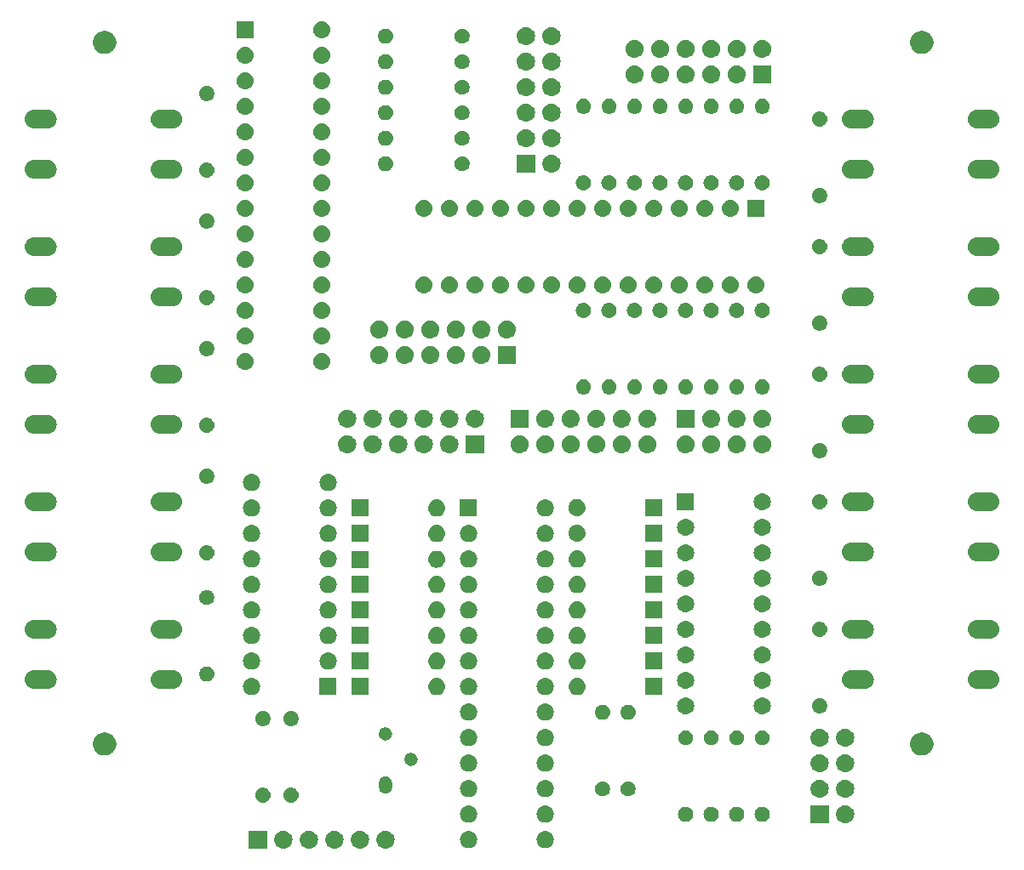
<source format=gbr>
G04 #@! TF.GenerationSoftware,KiCad,Pcbnew,(5.0.1)-4*
G04 #@! TF.CreationDate,2019-02-10T23:48:12-08:00*
G04 #@! TF.ProjectId,ActionPanel,416374696F6E50616E656C2E6B696361,rev?*
G04 #@! TF.SameCoordinates,Original*
G04 #@! TF.FileFunction,Soldermask,Top*
G04 #@! TF.FilePolarity,Negative*
%FSLAX46Y46*%
G04 Gerber Fmt 4.6, Leading zero omitted, Abs format (unit mm)*
G04 Created by KiCad (PCBNEW (5.0.1)-4) date 2/10/2019 11:48:12 PM*
%MOMM*%
%LPD*%
G01*
G04 APERTURE LIST*
%ADD10C,0.100000*%
G04 APERTURE END LIST*
D10*
G36*
X135238443Y-132836519D02*
X135304627Y-132843037D01*
X135417853Y-132877384D01*
X135474467Y-132894557D01*
X135561311Y-132940977D01*
X135630991Y-132978222D01*
X135666729Y-133007552D01*
X135768186Y-133090814D01*
X135851448Y-133192271D01*
X135880778Y-133228009D01*
X135880779Y-133228011D01*
X135964443Y-133384533D01*
X135981616Y-133441147D01*
X136015963Y-133554373D01*
X136033359Y-133731000D01*
X136015963Y-133907627D01*
X135981616Y-134020853D01*
X135964443Y-134077467D01*
X135895698Y-134206078D01*
X135880778Y-134233991D01*
X135851448Y-134269729D01*
X135768186Y-134371186D01*
X135666729Y-134454448D01*
X135630991Y-134483778D01*
X135630989Y-134483779D01*
X135474467Y-134567443D01*
X135467069Y-134569687D01*
X135304627Y-134618963D01*
X135238442Y-134625482D01*
X135172260Y-134632000D01*
X135083740Y-134632000D01*
X135017558Y-134625482D01*
X134951373Y-134618963D01*
X134788931Y-134569687D01*
X134781533Y-134567443D01*
X134625011Y-134483779D01*
X134625009Y-134483778D01*
X134589271Y-134454448D01*
X134487814Y-134371186D01*
X134404552Y-134269729D01*
X134375222Y-134233991D01*
X134360302Y-134206078D01*
X134291557Y-134077467D01*
X134274384Y-134020853D01*
X134240037Y-133907627D01*
X134222641Y-133731000D01*
X134240037Y-133554373D01*
X134274384Y-133441147D01*
X134291557Y-133384533D01*
X134375221Y-133228011D01*
X134375222Y-133228009D01*
X134404552Y-133192271D01*
X134487814Y-133090814D01*
X134589271Y-133007552D01*
X134625009Y-132978222D01*
X134694689Y-132940977D01*
X134781533Y-132894557D01*
X134838147Y-132877384D01*
X134951373Y-132843037D01*
X135017557Y-132836519D01*
X135083740Y-132830000D01*
X135172260Y-132830000D01*
X135238443Y-132836519D01*
X135238443Y-132836519D01*
G37*
G36*
X132698443Y-132836519D02*
X132764627Y-132843037D01*
X132877853Y-132877384D01*
X132934467Y-132894557D01*
X133021311Y-132940977D01*
X133090991Y-132978222D01*
X133126729Y-133007552D01*
X133228186Y-133090814D01*
X133311448Y-133192271D01*
X133340778Y-133228009D01*
X133340779Y-133228011D01*
X133424443Y-133384533D01*
X133441616Y-133441147D01*
X133475963Y-133554373D01*
X133493359Y-133731000D01*
X133475963Y-133907627D01*
X133441616Y-134020853D01*
X133424443Y-134077467D01*
X133355698Y-134206078D01*
X133340778Y-134233991D01*
X133311448Y-134269729D01*
X133228186Y-134371186D01*
X133126729Y-134454448D01*
X133090991Y-134483778D01*
X133090989Y-134483779D01*
X132934467Y-134567443D01*
X132927069Y-134569687D01*
X132764627Y-134618963D01*
X132698442Y-134625482D01*
X132632260Y-134632000D01*
X132543740Y-134632000D01*
X132477558Y-134625482D01*
X132411373Y-134618963D01*
X132248931Y-134569687D01*
X132241533Y-134567443D01*
X132085011Y-134483779D01*
X132085009Y-134483778D01*
X132049271Y-134454448D01*
X131947814Y-134371186D01*
X131864552Y-134269729D01*
X131835222Y-134233991D01*
X131820302Y-134206078D01*
X131751557Y-134077467D01*
X131734384Y-134020853D01*
X131700037Y-133907627D01*
X131682641Y-133731000D01*
X131700037Y-133554373D01*
X131734384Y-133441147D01*
X131751557Y-133384533D01*
X131835221Y-133228011D01*
X131835222Y-133228009D01*
X131864552Y-133192271D01*
X131947814Y-133090814D01*
X132049271Y-133007552D01*
X132085009Y-132978222D01*
X132154689Y-132940977D01*
X132241533Y-132894557D01*
X132298147Y-132877384D01*
X132411373Y-132843037D01*
X132477557Y-132836519D01*
X132543740Y-132830000D01*
X132632260Y-132830000D01*
X132698443Y-132836519D01*
X132698443Y-132836519D01*
G37*
G36*
X130158443Y-132836519D02*
X130224627Y-132843037D01*
X130337853Y-132877384D01*
X130394467Y-132894557D01*
X130481311Y-132940977D01*
X130550991Y-132978222D01*
X130586729Y-133007552D01*
X130688186Y-133090814D01*
X130771448Y-133192271D01*
X130800778Y-133228009D01*
X130800779Y-133228011D01*
X130884443Y-133384533D01*
X130901616Y-133441147D01*
X130935963Y-133554373D01*
X130953359Y-133731000D01*
X130935963Y-133907627D01*
X130901616Y-134020853D01*
X130884443Y-134077467D01*
X130815698Y-134206078D01*
X130800778Y-134233991D01*
X130771448Y-134269729D01*
X130688186Y-134371186D01*
X130586729Y-134454448D01*
X130550991Y-134483778D01*
X130550989Y-134483779D01*
X130394467Y-134567443D01*
X130387069Y-134569687D01*
X130224627Y-134618963D01*
X130158442Y-134625482D01*
X130092260Y-134632000D01*
X130003740Y-134632000D01*
X129937558Y-134625482D01*
X129871373Y-134618963D01*
X129708931Y-134569687D01*
X129701533Y-134567443D01*
X129545011Y-134483779D01*
X129545009Y-134483778D01*
X129509271Y-134454448D01*
X129407814Y-134371186D01*
X129324552Y-134269729D01*
X129295222Y-134233991D01*
X129280302Y-134206078D01*
X129211557Y-134077467D01*
X129194384Y-134020853D01*
X129160037Y-133907627D01*
X129142641Y-133731000D01*
X129160037Y-133554373D01*
X129194384Y-133441147D01*
X129211557Y-133384533D01*
X129295221Y-133228011D01*
X129295222Y-133228009D01*
X129324552Y-133192271D01*
X129407814Y-133090814D01*
X129509271Y-133007552D01*
X129545009Y-132978222D01*
X129614689Y-132940977D01*
X129701533Y-132894557D01*
X129758147Y-132877384D01*
X129871373Y-132843037D01*
X129937557Y-132836519D01*
X130003740Y-132830000D01*
X130092260Y-132830000D01*
X130158443Y-132836519D01*
X130158443Y-132836519D01*
G37*
G36*
X127618443Y-132836519D02*
X127684627Y-132843037D01*
X127797853Y-132877384D01*
X127854467Y-132894557D01*
X127941311Y-132940977D01*
X128010991Y-132978222D01*
X128046729Y-133007552D01*
X128148186Y-133090814D01*
X128231448Y-133192271D01*
X128260778Y-133228009D01*
X128260779Y-133228011D01*
X128344443Y-133384533D01*
X128361616Y-133441147D01*
X128395963Y-133554373D01*
X128413359Y-133731000D01*
X128395963Y-133907627D01*
X128361616Y-134020853D01*
X128344443Y-134077467D01*
X128275698Y-134206078D01*
X128260778Y-134233991D01*
X128231448Y-134269729D01*
X128148186Y-134371186D01*
X128046729Y-134454448D01*
X128010991Y-134483778D01*
X128010989Y-134483779D01*
X127854467Y-134567443D01*
X127847069Y-134569687D01*
X127684627Y-134618963D01*
X127618442Y-134625482D01*
X127552260Y-134632000D01*
X127463740Y-134632000D01*
X127397558Y-134625482D01*
X127331373Y-134618963D01*
X127168931Y-134569687D01*
X127161533Y-134567443D01*
X127005011Y-134483779D01*
X127005009Y-134483778D01*
X126969271Y-134454448D01*
X126867814Y-134371186D01*
X126784552Y-134269729D01*
X126755222Y-134233991D01*
X126740302Y-134206078D01*
X126671557Y-134077467D01*
X126654384Y-134020853D01*
X126620037Y-133907627D01*
X126602641Y-133731000D01*
X126620037Y-133554373D01*
X126654384Y-133441147D01*
X126671557Y-133384533D01*
X126755221Y-133228011D01*
X126755222Y-133228009D01*
X126784552Y-133192271D01*
X126867814Y-133090814D01*
X126969271Y-133007552D01*
X127005009Y-132978222D01*
X127074689Y-132940977D01*
X127161533Y-132894557D01*
X127218147Y-132877384D01*
X127331373Y-132843037D01*
X127397557Y-132836519D01*
X127463740Y-132830000D01*
X127552260Y-132830000D01*
X127618443Y-132836519D01*
X127618443Y-132836519D01*
G37*
G36*
X123329000Y-134632000D02*
X121527000Y-134632000D01*
X121527000Y-132830000D01*
X123329000Y-132830000D01*
X123329000Y-134632000D01*
X123329000Y-134632000D01*
G37*
G36*
X125078443Y-132836519D02*
X125144627Y-132843037D01*
X125257853Y-132877384D01*
X125314467Y-132894557D01*
X125401311Y-132940977D01*
X125470991Y-132978222D01*
X125506729Y-133007552D01*
X125608186Y-133090814D01*
X125691448Y-133192271D01*
X125720778Y-133228009D01*
X125720779Y-133228011D01*
X125804443Y-133384533D01*
X125821616Y-133441147D01*
X125855963Y-133554373D01*
X125873359Y-133731000D01*
X125855963Y-133907627D01*
X125821616Y-134020853D01*
X125804443Y-134077467D01*
X125735698Y-134206078D01*
X125720778Y-134233991D01*
X125691448Y-134269729D01*
X125608186Y-134371186D01*
X125506729Y-134454448D01*
X125470991Y-134483778D01*
X125470989Y-134483779D01*
X125314467Y-134567443D01*
X125307069Y-134569687D01*
X125144627Y-134618963D01*
X125078442Y-134625482D01*
X125012260Y-134632000D01*
X124923740Y-134632000D01*
X124857558Y-134625482D01*
X124791373Y-134618963D01*
X124628931Y-134569687D01*
X124621533Y-134567443D01*
X124465011Y-134483779D01*
X124465009Y-134483778D01*
X124429271Y-134454448D01*
X124327814Y-134371186D01*
X124244552Y-134269729D01*
X124215222Y-134233991D01*
X124200302Y-134206078D01*
X124131557Y-134077467D01*
X124114384Y-134020853D01*
X124080037Y-133907627D01*
X124062641Y-133731000D01*
X124080037Y-133554373D01*
X124114384Y-133441147D01*
X124131557Y-133384533D01*
X124215221Y-133228011D01*
X124215222Y-133228009D01*
X124244552Y-133192271D01*
X124327814Y-133090814D01*
X124429271Y-133007552D01*
X124465009Y-132978222D01*
X124534689Y-132940977D01*
X124621533Y-132894557D01*
X124678147Y-132877384D01*
X124791373Y-132843037D01*
X124857557Y-132836519D01*
X124923740Y-132830000D01*
X125012260Y-132830000D01*
X125078443Y-132836519D01*
X125078443Y-132836519D01*
G37*
G36*
X143549821Y-132892313D02*
X143549824Y-132892314D01*
X143549825Y-132892314D01*
X143710239Y-132940975D01*
X143710241Y-132940976D01*
X143710244Y-132940977D01*
X143858078Y-133019995D01*
X143987659Y-133126341D01*
X144094005Y-133255922D01*
X144173023Y-133403756D01*
X144173024Y-133403759D01*
X144173025Y-133403761D01*
X144218713Y-133554375D01*
X144221687Y-133564179D01*
X144238117Y-133731000D01*
X144221687Y-133897821D01*
X144221686Y-133897824D01*
X144221686Y-133897825D01*
X144218713Y-133907627D01*
X144173023Y-134058244D01*
X144094005Y-134206078D01*
X143987659Y-134335659D01*
X143858078Y-134442005D01*
X143710244Y-134521023D01*
X143710241Y-134521024D01*
X143710239Y-134521025D01*
X143549825Y-134569686D01*
X143549824Y-134569686D01*
X143549821Y-134569687D01*
X143424804Y-134582000D01*
X143341196Y-134582000D01*
X143216179Y-134569687D01*
X143216176Y-134569686D01*
X143216175Y-134569686D01*
X143055761Y-134521025D01*
X143055759Y-134521024D01*
X143055756Y-134521023D01*
X142907922Y-134442005D01*
X142778341Y-134335659D01*
X142671995Y-134206078D01*
X142592977Y-134058244D01*
X142547288Y-133907627D01*
X142544314Y-133897825D01*
X142544314Y-133897824D01*
X142544313Y-133897821D01*
X142527883Y-133731000D01*
X142544313Y-133564179D01*
X142547287Y-133554375D01*
X142592975Y-133403761D01*
X142592976Y-133403759D01*
X142592977Y-133403756D01*
X142671995Y-133255922D01*
X142778341Y-133126341D01*
X142907922Y-133019995D01*
X143055756Y-132940977D01*
X143055759Y-132940976D01*
X143055761Y-132940975D01*
X143216175Y-132892314D01*
X143216176Y-132892314D01*
X143216179Y-132892313D01*
X143341196Y-132880000D01*
X143424804Y-132880000D01*
X143549821Y-132892313D01*
X143549821Y-132892313D01*
G37*
G36*
X151169821Y-132892313D02*
X151169824Y-132892314D01*
X151169825Y-132892314D01*
X151330239Y-132940975D01*
X151330241Y-132940976D01*
X151330244Y-132940977D01*
X151478078Y-133019995D01*
X151607659Y-133126341D01*
X151714005Y-133255922D01*
X151793023Y-133403756D01*
X151793024Y-133403759D01*
X151793025Y-133403761D01*
X151838713Y-133554375D01*
X151841687Y-133564179D01*
X151858117Y-133731000D01*
X151841687Y-133897821D01*
X151841686Y-133897824D01*
X151841686Y-133897825D01*
X151838713Y-133907627D01*
X151793023Y-134058244D01*
X151714005Y-134206078D01*
X151607659Y-134335659D01*
X151478078Y-134442005D01*
X151330244Y-134521023D01*
X151330241Y-134521024D01*
X151330239Y-134521025D01*
X151169825Y-134569686D01*
X151169824Y-134569686D01*
X151169821Y-134569687D01*
X151044804Y-134582000D01*
X150961196Y-134582000D01*
X150836179Y-134569687D01*
X150836176Y-134569686D01*
X150836175Y-134569686D01*
X150675761Y-134521025D01*
X150675759Y-134521024D01*
X150675756Y-134521023D01*
X150527922Y-134442005D01*
X150398341Y-134335659D01*
X150291995Y-134206078D01*
X150212977Y-134058244D01*
X150167288Y-133907627D01*
X150164314Y-133897825D01*
X150164314Y-133897824D01*
X150164313Y-133897821D01*
X150147883Y-133731000D01*
X150164313Y-133564179D01*
X150167287Y-133554375D01*
X150212975Y-133403761D01*
X150212976Y-133403759D01*
X150212977Y-133403756D01*
X150291995Y-133255922D01*
X150398341Y-133126341D01*
X150527922Y-133019995D01*
X150675756Y-132940977D01*
X150675759Y-132940976D01*
X150675761Y-132940975D01*
X150836175Y-132892314D01*
X150836176Y-132892314D01*
X150836179Y-132892313D01*
X150961196Y-132880000D01*
X151044804Y-132880000D01*
X151169821Y-132892313D01*
X151169821Y-132892313D01*
G37*
G36*
X179209000Y-132092000D02*
X177407000Y-132092000D01*
X177407000Y-130290000D01*
X179209000Y-130290000D01*
X179209000Y-132092000D01*
X179209000Y-132092000D01*
G37*
G36*
X180958443Y-130296519D02*
X181024627Y-130303037D01*
X181137853Y-130337384D01*
X181194467Y-130354557D01*
X181281311Y-130400977D01*
X181350991Y-130438222D01*
X181386729Y-130467552D01*
X181488186Y-130550814D01*
X181571448Y-130652271D01*
X181600778Y-130688009D01*
X181600779Y-130688011D01*
X181684443Y-130844533D01*
X181701616Y-130901147D01*
X181735963Y-131014373D01*
X181753359Y-131191000D01*
X181735963Y-131367627D01*
X181701940Y-131479786D01*
X181684443Y-131537467D01*
X181645538Y-131610252D01*
X181600778Y-131693991D01*
X181575653Y-131724606D01*
X181488186Y-131831186D01*
X181386729Y-131914448D01*
X181350991Y-131943778D01*
X181350989Y-131943779D01*
X181194467Y-132027443D01*
X181187069Y-132029687D01*
X181024627Y-132078963D01*
X180958443Y-132085481D01*
X180892260Y-132092000D01*
X180803740Y-132092000D01*
X180737557Y-132085481D01*
X180671373Y-132078963D01*
X180508931Y-132029687D01*
X180501533Y-132027443D01*
X180345011Y-131943779D01*
X180345009Y-131943778D01*
X180309271Y-131914448D01*
X180207814Y-131831186D01*
X180120347Y-131724606D01*
X180095222Y-131693991D01*
X180050462Y-131610252D01*
X180011557Y-131537467D01*
X179994060Y-131479786D01*
X179960037Y-131367627D01*
X179942641Y-131191000D01*
X179960037Y-131014373D01*
X179994384Y-130901147D01*
X180011557Y-130844533D01*
X180095221Y-130688011D01*
X180095222Y-130688009D01*
X180124552Y-130652271D01*
X180207814Y-130550814D01*
X180309271Y-130467552D01*
X180345009Y-130438222D01*
X180414689Y-130400977D01*
X180501533Y-130354557D01*
X180558147Y-130337384D01*
X180671373Y-130303037D01*
X180737557Y-130296519D01*
X180803740Y-130290000D01*
X180892260Y-130290000D01*
X180958443Y-130296519D01*
X180958443Y-130296519D01*
G37*
G36*
X151169821Y-130352313D02*
X151169824Y-130352314D01*
X151169825Y-130352314D01*
X151330239Y-130400975D01*
X151330241Y-130400976D01*
X151330244Y-130400977D01*
X151478078Y-130479995D01*
X151607659Y-130586341D01*
X151714005Y-130715922D01*
X151793023Y-130863756D01*
X151793024Y-130863759D01*
X151793025Y-130863761D01*
X151838713Y-131014375D01*
X151841687Y-131024179D01*
X151858117Y-131191000D01*
X151841687Y-131357821D01*
X151841686Y-131357824D01*
X151841686Y-131357825D01*
X151804690Y-131479786D01*
X151793023Y-131518244D01*
X151714005Y-131666078D01*
X151607659Y-131795659D01*
X151478078Y-131902005D01*
X151330244Y-131981023D01*
X151330241Y-131981024D01*
X151330239Y-131981025D01*
X151169825Y-132029686D01*
X151169824Y-132029686D01*
X151169821Y-132029687D01*
X151044804Y-132042000D01*
X150961196Y-132042000D01*
X150836179Y-132029687D01*
X150836176Y-132029686D01*
X150836175Y-132029686D01*
X150675761Y-131981025D01*
X150675759Y-131981024D01*
X150675756Y-131981023D01*
X150527922Y-131902005D01*
X150398341Y-131795659D01*
X150291995Y-131666078D01*
X150212977Y-131518244D01*
X150201311Y-131479786D01*
X150164314Y-131357825D01*
X150164314Y-131357824D01*
X150164313Y-131357821D01*
X150147883Y-131191000D01*
X150164313Y-131024179D01*
X150167287Y-131014375D01*
X150212975Y-130863761D01*
X150212976Y-130863759D01*
X150212977Y-130863756D01*
X150291995Y-130715922D01*
X150398341Y-130586341D01*
X150527922Y-130479995D01*
X150675756Y-130400977D01*
X150675759Y-130400976D01*
X150675761Y-130400975D01*
X150836175Y-130352314D01*
X150836176Y-130352314D01*
X150836179Y-130352313D01*
X150961196Y-130340000D01*
X151044804Y-130340000D01*
X151169821Y-130352313D01*
X151169821Y-130352313D01*
G37*
G36*
X143549821Y-130352313D02*
X143549824Y-130352314D01*
X143549825Y-130352314D01*
X143710239Y-130400975D01*
X143710241Y-130400976D01*
X143710244Y-130400977D01*
X143858078Y-130479995D01*
X143987659Y-130586341D01*
X144094005Y-130715922D01*
X144173023Y-130863756D01*
X144173024Y-130863759D01*
X144173025Y-130863761D01*
X144218713Y-131014375D01*
X144221687Y-131024179D01*
X144238117Y-131191000D01*
X144221687Y-131357821D01*
X144221686Y-131357824D01*
X144221686Y-131357825D01*
X144184690Y-131479786D01*
X144173023Y-131518244D01*
X144094005Y-131666078D01*
X143987659Y-131795659D01*
X143858078Y-131902005D01*
X143710244Y-131981023D01*
X143710241Y-131981024D01*
X143710239Y-131981025D01*
X143549825Y-132029686D01*
X143549824Y-132029686D01*
X143549821Y-132029687D01*
X143424804Y-132042000D01*
X143341196Y-132042000D01*
X143216179Y-132029687D01*
X143216176Y-132029686D01*
X143216175Y-132029686D01*
X143055761Y-131981025D01*
X143055759Y-131981024D01*
X143055756Y-131981023D01*
X142907922Y-131902005D01*
X142778341Y-131795659D01*
X142671995Y-131666078D01*
X142592977Y-131518244D01*
X142581311Y-131479786D01*
X142544314Y-131357825D01*
X142544314Y-131357824D01*
X142544313Y-131357821D01*
X142527883Y-131191000D01*
X142544313Y-131024179D01*
X142547287Y-131014375D01*
X142592975Y-130863761D01*
X142592976Y-130863759D01*
X142592977Y-130863756D01*
X142671995Y-130715922D01*
X142778341Y-130586341D01*
X142907922Y-130479995D01*
X143055756Y-130400977D01*
X143055759Y-130400976D01*
X143055761Y-130400975D01*
X143216175Y-130352314D01*
X143216176Y-130352314D01*
X143216179Y-130352313D01*
X143341196Y-130340000D01*
X143424804Y-130340000D01*
X143549821Y-130352313D01*
X143549821Y-130352313D01*
G37*
G36*
X172666665Y-130443622D02*
X172740222Y-130450867D01*
X172881786Y-130493810D01*
X173012252Y-130563546D01*
X173126606Y-130657394D01*
X173220454Y-130771748D01*
X173290190Y-130902214D01*
X173333133Y-131043778D01*
X173347633Y-131191000D01*
X173333133Y-131338222D01*
X173290190Y-131479786D01*
X173220454Y-131610252D01*
X173126606Y-131724606D01*
X173012252Y-131818454D01*
X172881786Y-131888190D01*
X172740222Y-131931133D01*
X172666665Y-131938378D01*
X172629888Y-131942000D01*
X172556112Y-131942000D01*
X172519335Y-131938378D01*
X172445778Y-131931133D01*
X172304214Y-131888190D01*
X172173748Y-131818454D01*
X172059394Y-131724606D01*
X171965546Y-131610252D01*
X171895810Y-131479786D01*
X171852867Y-131338222D01*
X171838367Y-131191000D01*
X171852867Y-131043778D01*
X171895810Y-130902214D01*
X171965546Y-130771748D01*
X172059394Y-130657394D01*
X172173748Y-130563546D01*
X172304214Y-130493810D01*
X172445778Y-130450867D01*
X172519335Y-130443622D01*
X172556112Y-130440000D01*
X172629888Y-130440000D01*
X172666665Y-130443622D01*
X172666665Y-130443622D01*
G37*
G36*
X167586665Y-130443622D02*
X167660222Y-130450867D01*
X167801786Y-130493810D01*
X167932252Y-130563546D01*
X168046606Y-130657394D01*
X168140454Y-130771748D01*
X168210190Y-130902214D01*
X168253133Y-131043778D01*
X168267633Y-131191000D01*
X168253133Y-131338222D01*
X168210190Y-131479786D01*
X168140454Y-131610252D01*
X168046606Y-131724606D01*
X167932252Y-131818454D01*
X167801786Y-131888190D01*
X167660222Y-131931133D01*
X167586665Y-131938378D01*
X167549888Y-131942000D01*
X167476112Y-131942000D01*
X167439335Y-131938378D01*
X167365778Y-131931133D01*
X167224214Y-131888190D01*
X167093748Y-131818454D01*
X166979394Y-131724606D01*
X166885546Y-131610252D01*
X166815810Y-131479786D01*
X166772867Y-131338222D01*
X166758367Y-131191000D01*
X166772867Y-131043778D01*
X166815810Y-130902214D01*
X166885546Y-130771748D01*
X166979394Y-130657394D01*
X167093748Y-130563546D01*
X167224214Y-130493810D01*
X167365778Y-130450867D01*
X167439335Y-130443622D01*
X167476112Y-130440000D01*
X167549888Y-130440000D01*
X167586665Y-130443622D01*
X167586665Y-130443622D01*
G37*
G36*
X170126665Y-130443622D02*
X170200222Y-130450867D01*
X170341786Y-130493810D01*
X170472252Y-130563546D01*
X170586606Y-130657394D01*
X170680454Y-130771748D01*
X170750190Y-130902214D01*
X170793133Y-131043778D01*
X170807633Y-131191000D01*
X170793133Y-131338222D01*
X170750190Y-131479786D01*
X170680454Y-131610252D01*
X170586606Y-131724606D01*
X170472252Y-131818454D01*
X170341786Y-131888190D01*
X170200222Y-131931133D01*
X170126665Y-131938378D01*
X170089888Y-131942000D01*
X170016112Y-131942000D01*
X169979335Y-131938378D01*
X169905778Y-131931133D01*
X169764214Y-131888190D01*
X169633748Y-131818454D01*
X169519394Y-131724606D01*
X169425546Y-131610252D01*
X169355810Y-131479786D01*
X169312867Y-131338222D01*
X169298367Y-131191000D01*
X169312867Y-131043778D01*
X169355810Y-130902214D01*
X169425546Y-130771748D01*
X169519394Y-130657394D01*
X169633748Y-130563546D01*
X169764214Y-130493810D01*
X169905778Y-130450867D01*
X169979335Y-130443622D01*
X170016112Y-130440000D01*
X170089888Y-130440000D01*
X170126665Y-130443622D01*
X170126665Y-130443622D01*
G37*
G36*
X165046665Y-130443622D02*
X165120222Y-130450867D01*
X165261786Y-130493810D01*
X165392252Y-130563546D01*
X165506606Y-130657394D01*
X165600454Y-130771748D01*
X165670190Y-130902214D01*
X165713133Y-131043778D01*
X165727633Y-131191000D01*
X165713133Y-131338222D01*
X165670190Y-131479786D01*
X165600454Y-131610252D01*
X165506606Y-131724606D01*
X165392252Y-131818454D01*
X165261786Y-131888190D01*
X165120222Y-131931133D01*
X165046665Y-131938378D01*
X165009888Y-131942000D01*
X164936112Y-131942000D01*
X164899335Y-131938378D01*
X164825778Y-131931133D01*
X164684214Y-131888190D01*
X164553748Y-131818454D01*
X164439394Y-131724606D01*
X164345546Y-131610252D01*
X164275810Y-131479786D01*
X164232867Y-131338222D01*
X164218367Y-131191000D01*
X164232867Y-131043778D01*
X164275810Y-130902214D01*
X164345546Y-130771748D01*
X164439394Y-130657394D01*
X164553748Y-130563546D01*
X164684214Y-130493810D01*
X164825778Y-130450867D01*
X164899335Y-130443622D01*
X164936112Y-130440000D01*
X165009888Y-130440000D01*
X165046665Y-130443622D01*
X165046665Y-130443622D01*
G37*
G36*
X123009665Y-128538622D02*
X123083222Y-128545867D01*
X123224786Y-128588810D01*
X123355252Y-128658546D01*
X123469606Y-128752394D01*
X123563454Y-128866748D01*
X123633190Y-128997214D01*
X123676133Y-129138778D01*
X123690633Y-129286000D01*
X123676133Y-129433222D01*
X123633190Y-129574786D01*
X123563454Y-129705252D01*
X123469606Y-129819606D01*
X123355252Y-129913454D01*
X123224786Y-129983190D01*
X123083222Y-130026133D01*
X123009665Y-130033378D01*
X122972888Y-130037000D01*
X122899112Y-130037000D01*
X122862335Y-130033378D01*
X122788778Y-130026133D01*
X122647214Y-129983190D01*
X122516748Y-129913454D01*
X122402394Y-129819606D01*
X122308546Y-129705252D01*
X122238810Y-129574786D01*
X122195867Y-129433222D01*
X122181367Y-129286000D01*
X122195867Y-129138778D01*
X122238810Y-128997214D01*
X122308546Y-128866748D01*
X122402394Y-128752394D01*
X122516748Y-128658546D01*
X122647214Y-128588810D01*
X122788778Y-128545867D01*
X122862335Y-128538622D01*
X122899112Y-128535000D01*
X122972888Y-128535000D01*
X123009665Y-128538622D01*
X123009665Y-128538622D01*
G37*
G36*
X125803665Y-128538622D02*
X125877222Y-128545867D01*
X126018786Y-128588810D01*
X126149252Y-128658546D01*
X126263606Y-128752394D01*
X126357454Y-128866748D01*
X126427190Y-128997214D01*
X126470133Y-129138778D01*
X126484633Y-129286000D01*
X126470133Y-129433222D01*
X126427190Y-129574786D01*
X126357454Y-129705252D01*
X126263606Y-129819606D01*
X126149252Y-129913454D01*
X126018786Y-129983190D01*
X125877222Y-130026133D01*
X125803665Y-130033378D01*
X125766888Y-130037000D01*
X125693112Y-130037000D01*
X125656335Y-130033378D01*
X125582778Y-130026133D01*
X125441214Y-129983190D01*
X125310748Y-129913454D01*
X125196394Y-129819606D01*
X125102546Y-129705252D01*
X125032810Y-129574786D01*
X124989867Y-129433222D01*
X124975367Y-129286000D01*
X124989867Y-129138778D01*
X125032810Y-128997214D01*
X125102546Y-128866748D01*
X125196394Y-128752394D01*
X125310748Y-128658546D01*
X125441214Y-128588810D01*
X125582778Y-128545867D01*
X125656335Y-128538622D01*
X125693112Y-128535000D01*
X125766888Y-128535000D01*
X125803665Y-128538622D01*
X125803665Y-128538622D01*
G37*
G36*
X178418442Y-127756518D02*
X178484627Y-127763037D01*
X178597853Y-127797384D01*
X178654467Y-127814557D01*
X178741311Y-127860977D01*
X178810991Y-127898222D01*
X178813157Y-127900000D01*
X178948186Y-128010814D01*
X179031448Y-128112271D01*
X179060778Y-128148009D01*
X179060779Y-128148011D01*
X179144443Y-128304533D01*
X179161616Y-128361147D01*
X179195963Y-128474373D01*
X179213359Y-128651000D01*
X179195963Y-128827627D01*
X179183092Y-128870056D01*
X179144443Y-128997467D01*
X179135656Y-129013906D01*
X179060778Y-129153991D01*
X179031448Y-129189729D01*
X178948186Y-129291186D01*
X178848323Y-129373140D01*
X178810991Y-129403778D01*
X178810989Y-129403779D01*
X178654467Y-129487443D01*
X178647069Y-129489687D01*
X178484627Y-129538963D01*
X178418443Y-129545481D01*
X178352260Y-129552000D01*
X178263740Y-129552000D01*
X178197557Y-129545481D01*
X178131373Y-129538963D01*
X177968931Y-129489687D01*
X177961533Y-129487443D01*
X177805011Y-129403779D01*
X177805009Y-129403778D01*
X177767677Y-129373140D01*
X177667814Y-129291186D01*
X177584552Y-129189729D01*
X177555222Y-129153991D01*
X177480344Y-129013906D01*
X177471557Y-128997467D01*
X177432908Y-128870056D01*
X177420037Y-128827627D01*
X177402641Y-128651000D01*
X177420037Y-128474373D01*
X177454384Y-128361147D01*
X177471557Y-128304533D01*
X177555221Y-128148011D01*
X177555222Y-128148009D01*
X177584552Y-128112271D01*
X177667814Y-128010814D01*
X177802843Y-127900000D01*
X177805009Y-127898222D01*
X177874689Y-127860977D01*
X177961533Y-127814557D01*
X178018147Y-127797384D01*
X178131373Y-127763037D01*
X178197558Y-127756518D01*
X178263740Y-127750000D01*
X178352260Y-127750000D01*
X178418442Y-127756518D01*
X178418442Y-127756518D01*
G37*
G36*
X180958442Y-127756518D02*
X181024627Y-127763037D01*
X181137853Y-127797384D01*
X181194467Y-127814557D01*
X181281311Y-127860977D01*
X181350991Y-127898222D01*
X181353157Y-127900000D01*
X181488186Y-128010814D01*
X181571448Y-128112271D01*
X181600778Y-128148009D01*
X181600779Y-128148011D01*
X181684443Y-128304533D01*
X181701616Y-128361147D01*
X181735963Y-128474373D01*
X181753359Y-128651000D01*
X181735963Y-128827627D01*
X181723092Y-128870056D01*
X181684443Y-128997467D01*
X181675656Y-129013906D01*
X181600778Y-129153991D01*
X181571448Y-129189729D01*
X181488186Y-129291186D01*
X181388323Y-129373140D01*
X181350991Y-129403778D01*
X181350989Y-129403779D01*
X181194467Y-129487443D01*
X181187069Y-129489687D01*
X181024627Y-129538963D01*
X180958443Y-129545481D01*
X180892260Y-129552000D01*
X180803740Y-129552000D01*
X180737557Y-129545481D01*
X180671373Y-129538963D01*
X180508931Y-129489687D01*
X180501533Y-129487443D01*
X180345011Y-129403779D01*
X180345009Y-129403778D01*
X180307677Y-129373140D01*
X180207814Y-129291186D01*
X180124552Y-129189729D01*
X180095222Y-129153991D01*
X180020344Y-129013906D01*
X180011557Y-128997467D01*
X179972908Y-128870056D01*
X179960037Y-128827627D01*
X179942641Y-128651000D01*
X179960037Y-128474373D01*
X179994384Y-128361147D01*
X180011557Y-128304533D01*
X180095221Y-128148011D01*
X180095222Y-128148009D01*
X180124552Y-128112271D01*
X180207814Y-128010814D01*
X180342843Y-127900000D01*
X180345009Y-127898222D01*
X180414689Y-127860977D01*
X180501533Y-127814557D01*
X180558147Y-127797384D01*
X180671373Y-127763037D01*
X180737558Y-127756518D01*
X180803740Y-127750000D01*
X180892260Y-127750000D01*
X180958442Y-127756518D01*
X180958442Y-127756518D01*
G37*
G36*
X143549821Y-127812313D02*
X143549824Y-127812314D01*
X143549825Y-127812314D01*
X143710239Y-127860975D01*
X143710241Y-127860976D01*
X143710244Y-127860977D01*
X143858078Y-127939995D01*
X143987659Y-128046341D01*
X144094005Y-128175922D01*
X144173023Y-128323756D01*
X144173024Y-128323759D01*
X144173025Y-128323761D01*
X144218713Y-128474375D01*
X144221687Y-128484179D01*
X144238117Y-128651000D01*
X144221687Y-128817821D01*
X144221686Y-128817824D01*
X144221686Y-128817825D01*
X144186884Y-128932553D01*
X144173023Y-128978244D01*
X144094005Y-129126078D01*
X143987659Y-129255659D01*
X143858078Y-129362005D01*
X143710244Y-129441023D01*
X143710241Y-129441024D01*
X143710239Y-129441025D01*
X143549825Y-129489686D01*
X143549824Y-129489686D01*
X143549821Y-129489687D01*
X143424804Y-129502000D01*
X143341196Y-129502000D01*
X143216179Y-129489687D01*
X143216176Y-129489686D01*
X143216175Y-129489686D01*
X143055761Y-129441025D01*
X143055759Y-129441024D01*
X143055756Y-129441023D01*
X142907922Y-129362005D01*
X142778341Y-129255659D01*
X142671995Y-129126078D01*
X142592977Y-128978244D01*
X142579117Y-128932553D01*
X142544314Y-128817825D01*
X142544314Y-128817824D01*
X142544313Y-128817821D01*
X142527883Y-128651000D01*
X142544313Y-128484179D01*
X142547287Y-128474375D01*
X142592975Y-128323761D01*
X142592976Y-128323759D01*
X142592977Y-128323756D01*
X142671995Y-128175922D01*
X142778341Y-128046341D01*
X142907922Y-127939995D01*
X143055756Y-127860977D01*
X143055759Y-127860976D01*
X143055761Y-127860975D01*
X143216175Y-127812314D01*
X143216176Y-127812314D01*
X143216179Y-127812313D01*
X143341196Y-127800000D01*
X143424804Y-127800000D01*
X143549821Y-127812313D01*
X143549821Y-127812313D01*
G37*
G36*
X151169821Y-127812313D02*
X151169824Y-127812314D01*
X151169825Y-127812314D01*
X151330239Y-127860975D01*
X151330241Y-127860976D01*
X151330244Y-127860977D01*
X151478078Y-127939995D01*
X151607659Y-128046341D01*
X151714005Y-128175922D01*
X151793023Y-128323756D01*
X151793024Y-128323759D01*
X151793025Y-128323761D01*
X151838713Y-128474375D01*
X151841687Y-128484179D01*
X151858117Y-128651000D01*
X151841687Y-128817821D01*
X151841686Y-128817824D01*
X151841686Y-128817825D01*
X151806884Y-128932553D01*
X151793023Y-128978244D01*
X151714005Y-129126078D01*
X151607659Y-129255659D01*
X151478078Y-129362005D01*
X151330244Y-129441023D01*
X151330241Y-129441024D01*
X151330239Y-129441025D01*
X151169825Y-129489686D01*
X151169824Y-129489686D01*
X151169821Y-129489687D01*
X151044804Y-129502000D01*
X150961196Y-129502000D01*
X150836179Y-129489687D01*
X150836176Y-129489686D01*
X150836175Y-129489686D01*
X150675761Y-129441025D01*
X150675759Y-129441024D01*
X150675756Y-129441023D01*
X150527922Y-129362005D01*
X150398341Y-129255659D01*
X150291995Y-129126078D01*
X150212977Y-128978244D01*
X150199117Y-128932553D01*
X150164314Y-128817825D01*
X150164314Y-128817824D01*
X150164313Y-128817821D01*
X150147883Y-128651000D01*
X150164313Y-128484179D01*
X150167287Y-128474375D01*
X150212975Y-128323761D01*
X150212976Y-128323759D01*
X150212977Y-128323756D01*
X150291995Y-128175922D01*
X150398341Y-128046341D01*
X150527922Y-127939995D01*
X150675756Y-127860977D01*
X150675759Y-127860976D01*
X150675761Y-127860975D01*
X150836175Y-127812314D01*
X150836176Y-127812314D01*
X150836179Y-127812313D01*
X150961196Y-127800000D01*
X151044804Y-127800000D01*
X151169821Y-127812313D01*
X151169821Y-127812313D01*
G37*
G36*
X156850004Y-127911544D02*
X156937059Y-127928860D01*
X157073732Y-127985472D01*
X157164829Y-128046341D01*
X157196738Y-128067662D01*
X157301338Y-128172262D01*
X157301340Y-128172265D01*
X157383528Y-128295268D01*
X157440140Y-128431941D01*
X157469000Y-128577033D01*
X157469000Y-128724967D01*
X157440140Y-128870059D01*
X157383528Y-129006732D01*
X157383527Y-129006733D01*
X157301338Y-129129738D01*
X157196738Y-129234338D01*
X157196735Y-129234340D01*
X157073732Y-129316528D01*
X156937059Y-129373140D01*
X156850004Y-129390456D01*
X156791969Y-129402000D01*
X156644031Y-129402000D01*
X156585996Y-129390456D01*
X156498941Y-129373140D01*
X156362268Y-129316528D01*
X156239265Y-129234340D01*
X156239262Y-129234338D01*
X156134662Y-129129738D01*
X156052473Y-129006733D01*
X156052472Y-129006732D01*
X155995860Y-128870059D01*
X155967000Y-128724967D01*
X155967000Y-128577033D01*
X155995860Y-128431941D01*
X156052472Y-128295268D01*
X156134660Y-128172265D01*
X156134662Y-128172262D01*
X156239262Y-128067662D01*
X156271171Y-128046341D01*
X156362268Y-127985472D01*
X156498941Y-127928860D01*
X156585996Y-127911544D01*
X156644031Y-127900000D01*
X156791969Y-127900000D01*
X156850004Y-127911544D01*
X156850004Y-127911544D01*
G37*
G36*
X159390004Y-127911544D02*
X159477059Y-127928860D01*
X159613732Y-127985472D01*
X159704829Y-128046341D01*
X159736738Y-128067662D01*
X159841338Y-128172262D01*
X159841340Y-128172265D01*
X159923528Y-128295268D01*
X159980140Y-128431941D01*
X160009000Y-128577033D01*
X160009000Y-128724967D01*
X159980140Y-128870059D01*
X159923528Y-129006732D01*
X159923527Y-129006733D01*
X159841338Y-129129738D01*
X159736738Y-129234338D01*
X159736735Y-129234340D01*
X159613732Y-129316528D01*
X159477059Y-129373140D01*
X159390004Y-129390456D01*
X159331969Y-129402000D01*
X159184031Y-129402000D01*
X159125996Y-129390456D01*
X159038941Y-129373140D01*
X158902268Y-129316528D01*
X158779265Y-129234340D01*
X158779262Y-129234338D01*
X158674662Y-129129738D01*
X158592473Y-129006733D01*
X158592472Y-129006732D01*
X158535860Y-128870059D01*
X158507000Y-128724967D01*
X158507000Y-128577033D01*
X158535860Y-128431941D01*
X158592472Y-128295268D01*
X158674660Y-128172265D01*
X158674662Y-128172262D01*
X158779262Y-128067662D01*
X158811171Y-128046341D01*
X158902268Y-127985472D01*
X159038941Y-127928860D01*
X159125996Y-127911544D01*
X159184031Y-127900000D01*
X159331969Y-127900000D01*
X159390004Y-127911544D01*
X159390004Y-127911544D01*
G37*
G36*
X135255617Y-127428420D02*
X135337426Y-127453237D01*
X135378332Y-127465645D01*
X135438782Y-127497957D01*
X135491425Y-127526095D01*
X135590553Y-127607447D01*
X135671905Y-127706574D01*
X135671906Y-127706576D01*
X135732355Y-127819667D01*
X135744763Y-127860573D01*
X135769580Y-127942382D01*
X135779000Y-128038027D01*
X135779000Y-128501972D01*
X135769580Y-128597618D01*
X135751097Y-128658547D01*
X135732355Y-128720333D01*
X135715218Y-128752394D01*
X135671905Y-128833426D01*
X135590553Y-128932553D01*
X135491426Y-129013905D01*
X135491424Y-129013906D01*
X135378333Y-129074355D01*
X135337427Y-129086763D01*
X135255618Y-129111580D01*
X135128000Y-129124149D01*
X135000383Y-129111580D01*
X134918574Y-129086763D01*
X134877668Y-129074355D01*
X134764577Y-129013906D01*
X134764575Y-129013905D01*
X134665448Y-128932553D01*
X134584095Y-128833426D01*
X134540782Y-128752394D01*
X134523645Y-128720333D01*
X134504903Y-128658547D01*
X134486420Y-128597618D01*
X134477000Y-128501973D01*
X134477000Y-128038028D01*
X134486420Y-127942383D01*
X134523645Y-127819669D01*
X134523645Y-127819668D01*
X134560884Y-127750000D01*
X134584095Y-127706575D01*
X134665447Y-127607447D01*
X134764574Y-127526095D01*
X134777509Y-127519181D01*
X134877667Y-127465645D01*
X134918573Y-127453237D01*
X135000382Y-127428420D01*
X135128000Y-127415851D01*
X135255617Y-127428420D01*
X135255617Y-127428420D01*
G37*
G36*
X178418443Y-125216519D02*
X178484627Y-125223037D01*
X178597853Y-125257384D01*
X178654467Y-125274557D01*
X178741311Y-125320977D01*
X178810991Y-125358222D01*
X178821170Y-125366576D01*
X178948186Y-125470814D01*
X179031448Y-125572271D01*
X179060778Y-125608009D01*
X179060779Y-125608011D01*
X179144443Y-125764533D01*
X179161616Y-125821147D01*
X179195963Y-125934373D01*
X179213359Y-126111000D01*
X179195963Y-126287627D01*
X179181788Y-126334355D01*
X179144443Y-126457467D01*
X179075698Y-126586078D01*
X179060778Y-126613991D01*
X179031448Y-126649729D01*
X178948186Y-126751186D01*
X178846729Y-126834448D01*
X178810991Y-126863778D01*
X178810989Y-126863779D01*
X178654467Y-126947443D01*
X178647069Y-126949687D01*
X178484627Y-126998963D01*
X178418443Y-127005481D01*
X178352260Y-127012000D01*
X178263740Y-127012000D01*
X178197557Y-127005481D01*
X178131373Y-126998963D01*
X177968931Y-126949687D01*
X177961533Y-126947443D01*
X177805011Y-126863779D01*
X177805009Y-126863778D01*
X177769271Y-126834448D01*
X177667814Y-126751186D01*
X177584552Y-126649729D01*
X177555222Y-126613991D01*
X177540302Y-126586078D01*
X177471557Y-126457467D01*
X177434212Y-126334355D01*
X177420037Y-126287627D01*
X177402641Y-126111000D01*
X177420037Y-125934373D01*
X177454384Y-125821147D01*
X177471557Y-125764533D01*
X177555221Y-125608011D01*
X177555222Y-125608009D01*
X177584552Y-125572271D01*
X177667814Y-125470814D01*
X177794830Y-125366576D01*
X177805009Y-125358222D01*
X177874689Y-125320977D01*
X177961533Y-125274557D01*
X178018147Y-125257384D01*
X178131373Y-125223037D01*
X178197557Y-125216519D01*
X178263740Y-125210000D01*
X178352260Y-125210000D01*
X178418443Y-125216519D01*
X178418443Y-125216519D01*
G37*
G36*
X180958443Y-125216519D02*
X181024627Y-125223037D01*
X181137853Y-125257384D01*
X181194467Y-125274557D01*
X181281311Y-125320977D01*
X181350991Y-125358222D01*
X181361170Y-125366576D01*
X181488186Y-125470814D01*
X181571448Y-125572271D01*
X181600778Y-125608009D01*
X181600779Y-125608011D01*
X181684443Y-125764533D01*
X181701616Y-125821147D01*
X181735963Y-125934373D01*
X181753359Y-126111000D01*
X181735963Y-126287627D01*
X181721788Y-126334355D01*
X181684443Y-126457467D01*
X181615698Y-126586078D01*
X181600778Y-126613991D01*
X181571448Y-126649729D01*
X181488186Y-126751186D01*
X181386729Y-126834448D01*
X181350991Y-126863778D01*
X181350989Y-126863779D01*
X181194467Y-126947443D01*
X181187069Y-126949687D01*
X181024627Y-126998963D01*
X180958443Y-127005481D01*
X180892260Y-127012000D01*
X180803740Y-127012000D01*
X180737557Y-127005481D01*
X180671373Y-126998963D01*
X180508931Y-126949687D01*
X180501533Y-126947443D01*
X180345011Y-126863779D01*
X180345009Y-126863778D01*
X180309271Y-126834448D01*
X180207814Y-126751186D01*
X180124552Y-126649729D01*
X180095222Y-126613991D01*
X180080302Y-126586078D01*
X180011557Y-126457467D01*
X179974212Y-126334355D01*
X179960037Y-126287627D01*
X179942641Y-126111000D01*
X179960037Y-125934373D01*
X179994384Y-125821147D01*
X180011557Y-125764533D01*
X180095221Y-125608011D01*
X180095222Y-125608009D01*
X180124552Y-125572271D01*
X180207814Y-125470814D01*
X180334830Y-125366576D01*
X180345009Y-125358222D01*
X180414689Y-125320977D01*
X180501533Y-125274557D01*
X180558147Y-125257384D01*
X180671373Y-125223037D01*
X180737557Y-125216519D01*
X180803740Y-125210000D01*
X180892260Y-125210000D01*
X180958443Y-125216519D01*
X180958443Y-125216519D01*
G37*
G36*
X143549821Y-125272313D02*
X143549824Y-125272314D01*
X143549825Y-125272314D01*
X143710239Y-125320975D01*
X143710241Y-125320976D01*
X143710244Y-125320977D01*
X143858078Y-125399995D01*
X143987659Y-125506341D01*
X144094005Y-125635922D01*
X144173023Y-125783756D01*
X144173024Y-125783759D01*
X144173025Y-125783761D01*
X144218713Y-125934375D01*
X144221687Y-125944179D01*
X144238117Y-126111000D01*
X144221687Y-126277821D01*
X144221686Y-126277824D01*
X144221686Y-126277825D01*
X144193246Y-126371580D01*
X144173023Y-126438244D01*
X144094005Y-126586078D01*
X143987659Y-126715659D01*
X143858078Y-126822005D01*
X143710244Y-126901023D01*
X143710241Y-126901024D01*
X143710239Y-126901025D01*
X143549825Y-126949686D01*
X143549824Y-126949686D01*
X143549821Y-126949687D01*
X143424804Y-126962000D01*
X143341196Y-126962000D01*
X143216179Y-126949687D01*
X143216176Y-126949686D01*
X143216175Y-126949686D01*
X143055761Y-126901025D01*
X143055759Y-126901024D01*
X143055756Y-126901023D01*
X142907922Y-126822005D01*
X142778341Y-126715659D01*
X142671995Y-126586078D01*
X142592977Y-126438244D01*
X142572755Y-126371580D01*
X142544314Y-126277825D01*
X142544314Y-126277824D01*
X142544313Y-126277821D01*
X142527883Y-126111000D01*
X142544313Y-125944179D01*
X142547287Y-125934375D01*
X142592975Y-125783761D01*
X142592976Y-125783759D01*
X142592977Y-125783756D01*
X142671995Y-125635922D01*
X142778341Y-125506341D01*
X142907922Y-125399995D01*
X143055756Y-125320977D01*
X143055759Y-125320976D01*
X143055761Y-125320975D01*
X143216175Y-125272314D01*
X143216176Y-125272314D01*
X143216179Y-125272313D01*
X143341196Y-125260000D01*
X143424804Y-125260000D01*
X143549821Y-125272313D01*
X143549821Y-125272313D01*
G37*
G36*
X151169821Y-125272313D02*
X151169824Y-125272314D01*
X151169825Y-125272314D01*
X151330239Y-125320975D01*
X151330241Y-125320976D01*
X151330244Y-125320977D01*
X151478078Y-125399995D01*
X151607659Y-125506341D01*
X151714005Y-125635922D01*
X151793023Y-125783756D01*
X151793024Y-125783759D01*
X151793025Y-125783761D01*
X151838713Y-125934375D01*
X151841687Y-125944179D01*
X151858117Y-126111000D01*
X151841687Y-126277821D01*
X151841686Y-126277824D01*
X151841686Y-126277825D01*
X151813246Y-126371580D01*
X151793023Y-126438244D01*
X151714005Y-126586078D01*
X151607659Y-126715659D01*
X151478078Y-126822005D01*
X151330244Y-126901023D01*
X151330241Y-126901024D01*
X151330239Y-126901025D01*
X151169825Y-126949686D01*
X151169824Y-126949686D01*
X151169821Y-126949687D01*
X151044804Y-126962000D01*
X150961196Y-126962000D01*
X150836179Y-126949687D01*
X150836176Y-126949686D01*
X150836175Y-126949686D01*
X150675761Y-126901025D01*
X150675759Y-126901024D01*
X150675756Y-126901023D01*
X150527922Y-126822005D01*
X150398341Y-126715659D01*
X150291995Y-126586078D01*
X150212977Y-126438244D01*
X150192755Y-126371580D01*
X150164314Y-126277825D01*
X150164314Y-126277824D01*
X150164313Y-126277821D01*
X150147883Y-126111000D01*
X150164313Y-125944179D01*
X150167287Y-125934375D01*
X150212975Y-125783761D01*
X150212976Y-125783759D01*
X150212977Y-125783756D01*
X150291995Y-125635922D01*
X150398341Y-125506341D01*
X150527922Y-125399995D01*
X150675756Y-125320977D01*
X150675759Y-125320976D01*
X150675761Y-125320975D01*
X150836175Y-125272314D01*
X150836176Y-125272314D01*
X150836179Y-125272313D01*
X150961196Y-125260000D01*
X151044804Y-125260000D01*
X151169821Y-125272313D01*
X151169821Y-125272313D01*
G37*
G36*
X137731855Y-125082140D02*
X137795618Y-125088420D01*
X137877427Y-125113237D01*
X137918333Y-125125645D01*
X138018491Y-125179181D01*
X138031426Y-125186095D01*
X138130553Y-125267447D01*
X138211905Y-125366574D01*
X138211906Y-125366576D01*
X138272355Y-125479667D01*
X138272355Y-125479668D01*
X138309580Y-125602382D01*
X138322149Y-125730000D01*
X138309580Y-125857618D01*
X138286297Y-125934373D01*
X138272355Y-125980333D01*
X138218819Y-126080491D01*
X138211905Y-126093426D01*
X138130553Y-126192553D01*
X138031426Y-126273905D01*
X138031424Y-126273906D01*
X137918333Y-126334355D01*
X137877427Y-126346763D01*
X137795618Y-126371580D01*
X137731855Y-126377860D01*
X137699974Y-126381000D01*
X137636026Y-126381000D01*
X137604145Y-126377860D01*
X137540382Y-126371580D01*
X137458573Y-126346763D01*
X137417667Y-126334355D01*
X137304576Y-126273906D01*
X137304574Y-126273905D01*
X137205447Y-126192553D01*
X137124095Y-126093426D01*
X137117181Y-126080491D01*
X137063645Y-125980333D01*
X137049703Y-125934373D01*
X137026420Y-125857618D01*
X137013851Y-125730000D01*
X137026420Y-125602382D01*
X137063645Y-125479668D01*
X137063645Y-125479667D01*
X137124094Y-125366576D01*
X137124095Y-125366574D01*
X137205447Y-125267447D01*
X137304574Y-125186095D01*
X137317509Y-125179181D01*
X137417667Y-125125645D01*
X137458573Y-125113237D01*
X137540382Y-125088420D01*
X137604145Y-125082140D01*
X137636026Y-125079000D01*
X137699974Y-125079000D01*
X137731855Y-125082140D01*
X137731855Y-125082140D01*
G37*
G36*
X188803734Y-123099232D02*
X189013202Y-123185996D01*
X189201723Y-123311962D01*
X189362038Y-123472277D01*
X189488004Y-123660798D01*
X189574768Y-123870266D01*
X189619000Y-124092635D01*
X189619000Y-124319365D01*
X189574768Y-124541734D01*
X189488004Y-124751202D01*
X189362038Y-124939723D01*
X189201723Y-125100038D01*
X189013202Y-125226004D01*
X188803734Y-125312768D01*
X188581365Y-125357000D01*
X188354635Y-125357000D01*
X188132266Y-125312768D01*
X187922798Y-125226004D01*
X187734277Y-125100038D01*
X187573962Y-124939723D01*
X187447996Y-124751202D01*
X187361232Y-124541734D01*
X187317000Y-124319365D01*
X187317000Y-124092635D01*
X187361232Y-123870266D01*
X187447996Y-123660798D01*
X187573962Y-123472277D01*
X187734277Y-123311962D01*
X187922798Y-123185996D01*
X188132266Y-123099232D01*
X188354635Y-123055000D01*
X188581365Y-123055000D01*
X188803734Y-123099232D01*
X188803734Y-123099232D01*
G37*
G36*
X107523734Y-123099232D02*
X107733202Y-123185996D01*
X107921723Y-123311962D01*
X108082038Y-123472277D01*
X108208004Y-123660798D01*
X108294768Y-123870266D01*
X108339000Y-124092635D01*
X108339000Y-124319365D01*
X108294768Y-124541734D01*
X108208004Y-124751202D01*
X108082038Y-124939723D01*
X107921723Y-125100038D01*
X107733202Y-125226004D01*
X107523734Y-125312768D01*
X107301365Y-125357000D01*
X107074635Y-125357000D01*
X106852266Y-125312768D01*
X106642798Y-125226004D01*
X106454277Y-125100038D01*
X106293962Y-124939723D01*
X106167996Y-124751202D01*
X106081232Y-124541734D01*
X106037000Y-124319365D01*
X106037000Y-124092635D01*
X106081232Y-123870266D01*
X106167996Y-123660798D01*
X106293962Y-123472277D01*
X106454277Y-123311962D01*
X106642798Y-123185996D01*
X106852266Y-123099232D01*
X107074635Y-123055000D01*
X107301365Y-123055000D01*
X107523734Y-123099232D01*
X107523734Y-123099232D01*
G37*
G36*
X180958443Y-122676519D02*
X181024627Y-122683037D01*
X181137853Y-122717384D01*
X181194467Y-122734557D01*
X181281311Y-122780977D01*
X181350991Y-122818222D01*
X181361170Y-122826576D01*
X181488186Y-122930814D01*
X181571448Y-123032271D01*
X181600778Y-123068009D01*
X181600779Y-123068011D01*
X181684443Y-123224533D01*
X181701616Y-123281147D01*
X181735963Y-123394373D01*
X181753359Y-123571000D01*
X181735963Y-123747627D01*
X181723092Y-123790056D01*
X181684443Y-123917467D01*
X181679490Y-123926733D01*
X181600778Y-124073991D01*
X181585477Y-124092635D01*
X181488186Y-124211186D01*
X181388323Y-124293140D01*
X181350991Y-124323778D01*
X181350989Y-124323779D01*
X181194467Y-124407443D01*
X181187069Y-124409687D01*
X181024627Y-124458963D01*
X180958442Y-124465482D01*
X180892260Y-124472000D01*
X180803740Y-124472000D01*
X180737558Y-124465482D01*
X180671373Y-124458963D01*
X180508931Y-124409687D01*
X180501533Y-124407443D01*
X180345011Y-124323779D01*
X180345009Y-124323778D01*
X180307677Y-124293140D01*
X180207814Y-124211186D01*
X180110523Y-124092635D01*
X180095222Y-124073991D01*
X180016510Y-123926733D01*
X180011557Y-123917467D01*
X179972908Y-123790056D01*
X179960037Y-123747627D01*
X179942641Y-123571000D01*
X179960037Y-123394373D01*
X179994384Y-123281147D01*
X180011557Y-123224533D01*
X180095221Y-123068011D01*
X180095222Y-123068009D01*
X180124552Y-123032271D01*
X180207814Y-122930814D01*
X180334830Y-122826576D01*
X180345009Y-122818222D01*
X180414689Y-122780977D01*
X180501533Y-122734557D01*
X180558147Y-122717384D01*
X180671373Y-122683037D01*
X180737557Y-122676519D01*
X180803740Y-122670000D01*
X180892260Y-122670000D01*
X180958443Y-122676519D01*
X180958443Y-122676519D01*
G37*
G36*
X178418443Y-122676519D02*
X178484627Y-122683037D01*
X178597853Y-122717384D01*
X178654467Y-122734557D01*
X178741311Y-122780977D01*
X178810991Y-122818222D01*
X178821170Y-122826576D01*
X178948186Y-122930814D01*
X179031448Y-123032271D01*
X179060778Y-123068009D01*
X179060779Y-123068011D01*
X179144443Y-123224533D01*
X179161616Y-123281147D01*
X179195963Y-123394373D01*
X179213359Y-123571000D01*
X179195963Y-123747627D01*
X179183092Y-123790056D01*
X179144443Y-123917467D01*
X179139490Y-123926733D01*
X179060778Y-124073991D01*
X179045477Y-124092635D01*
X178948186Y-124211186D01*
X178848323Y-124293140D01*
X178810991Y-124323778D01*
X178810989Y-124323779D01*
X178654467Y-124407443D01*
X178647069Y-124409687D01*
X178484627Y-124458963D01*
X178418442Y-124465482D01*
X178352260Y-124472000D01*
X178263740Y-124472000D01*
X178197558Y-124465482D01*
X178131373Y-124458963D01*
X177968931Y-124409687D01*
X177961533Y-124407443D01*
X177805011Y-124323779D01*
X177805009Y-124323778D01*
X177767677Y-124293140D01*
X177667814Y-124211186D01*
X177570523Y-124092635D01*
X177555222Y-124073991D01*
X177476510Y-123926733D01*
X177471557Y-123917467D01*
X177432908Y-123790056D01*
X177420037Y-123747627D01*
X177402641Y-123571000D01*
X177420037Y-123394373D01*
X177454384Y-123281147D01*
X177471557Y-123224533D01*
X177555221Y-123068011D01*
X177555222Y-123068009D01*
X177584552Y-123032271D01*
X177667814Y-122930814D01*
X177794830Y-122826576D01*
X177805009Y-122818222D01*
X177874689Y-122780977D01*
X177961533Y-122734557D01*
X178018147Y-122717384D01*
X178131373Y-122683037D01*
X178197557Y-122676519D01*
X178263740Y-122670000D01*
X178352260Y-122670000D01*
X178418443Y-122676519D01*
X178418443Y-122676519D01*
G37*
G36*
X151169821Y-122732313D02*
X151169824Y-122732314D01*
X151169825Y-122732314D01*
X151330239Y-122780975D01*
X151330241Y-122780976D01*
X151330244Y-122780977D01*
X151478078Y-122859995D01*
X151607659Y-122966341D01*
X151714005Y-123095922D01*
X151793023Y-123243756D01*
X151793024Y-123243759D01*
X151793025Y-123243761D01*
X151838713Y-123394375D01*
X151841687Y-123404179D01*
X151858117Y-123571000D01*
X151841687Y-123737821D01*
X151841686Y-123737824D01*
X151841686Y-123737825D01*
X151801511Y-123870266D01*
X151793023Y-123898244D01*
X151714005Y-124046078D01*
X151607659Y-124175659D01*
X151478078Y-124282005D01*
X151330244Y-124361023D01*
X151330241Y-124361024D01*
X151330239Y-124361025D01*
X151169825Y-124409686D01*
X151169824Y-124409686D01*
X151169821Y-124409687D01*
X151044804Y-124422000D01*
X150961196Y-124422000D01*
X150836179Y-124409687D01*
X150836176Y-124409686D01*
X150836175Y-124409686D01*
X150675761Y-124361025D01*
X150675759Y-124361024D01*
X150675756Y-124361023D01*
X150527922Y-124282005D01*
X150398341Y-124175659D01*
X150291995Y-124046078D01*
X150212977Y-123898244D01*
X150204490Y-123870266D01*
X150164314Y-123737825D01*
X150164314Y-123737824D01*
X150164313Y-123737821D01*
X150147883Y-123571000D01*
X150164313Y-123404179D01*
X150167287Y-123394375D01*
X150212975Y-123243761D01*
X150212976Y-123243759D01*
X150212977Y-123243756D01*
X150291995Y-123095922D01*
X150398341Y-122966341D01*
X150527922Y-122859995D01*
X150675756Y-122780977D01*
X150675759Y-122780976D01*
X150675761Y-122780975D01*
X150836175Y-122732314D01*
X150836176Y-122732314D01*
X150836179Y-122732313D01*
X150961196Y-122720000D01*
X151044804Y-122720000D01*
X151169821Y-122732313D01*
X151169821Y-122732313D01*
G37*
G36*
X143549821Y-122732313D02*
X143549824Y-122732314D01*
X143549825Y-122732314D01*
X143710239Y-122780975D01*
X143710241Y-122780976D01*
X143710244Y-122780977D01*
X143858078Y-122859995D01*
X143987659Y-122966341D01*
X144094005Y-123095922D01*
X144173023Y-123243756D01*
X144173024Y-123243759D01*
X144173025Y-123243761D01*
X144218713Y-123394375D01*
X144221687Y-123404179D01*
X144238117Y-123571000D01*
X144221687Y-123737821D01*
X144221686Y-123737824D01*
X144221686Y-123737825D01*
X144181511Y-123870266D01*
X144173023Y-123898244D01*
X144094005Y-124046078D01*
X143987659Y-124175659D01*
X143858078Y-124282005D01*
X143710244Y-124361023D01*
X143710241Y-124361024D01*
X143710239Y-124361025D01*
X143549825Y-124409686D01*
X143549824Y-124409686D01*
X143549821Y-124409687D01*
X143424804Y-124422000D01*
X143341196Y-124422000D01*
X143216179Y-124409687D01*
X143216176Y-124409686D01*
X143216175Y-124409686D01*
X143055761Y-124361025D01*
X143055759Y-124361024D01*
X143055756Y-124361023D01*
X142907922Y-124282005D01*
X142778341Y-124175659D01*
X142671995Y-124046078D01*
X142592977Y-123898244D01*
X142584490Y-123870266D01*
X142544314Y-123737825D01*
X142544314Y-123737824D01*
X142544313Y-123737821D01*
X142527883Y-123571000D01*
X142544313Y-123404179D01*
X142547287Y-123394375D01*
X142592975Y-123243761D01*
X142592976Y-123243759D01*
X142592977Y-123243756D01*
X142671995Y-123095922D01*
X142778341Y-122966341D01*
X142907922Y-122859995D01*
X143055756Y-122780977D01*
X143055759Y-122780976D01*
X143055761Y-122780975D01*
X143216175Y-122732314D01*
X143216176Y-122732314D01*
X143216179Y-122732313D01*
X143341196Y-122720000D01*
X143424804Y-122720000D01*
X143549821Y-122732313D01*
X143549821Y-122732313D01*
G37*
G36*
X165105004Y-122831544D02*
X165192059Y-122848860D01*
X165328732Y-122905472D01*
X165328733Y-122905473D01*
X165451738Y-122987662D01*
X165556338Y-123092262D01*
X165556340Y-123092265D01*
X165638528Y-123215268D01*
X165695140Y-123351941D01*
X165712456Y-123438996D01*
X165724000Y-123497031D01*
X165724000Y-123644969D01*
X165720851Y-123660798D01*
X165695140Y-123790059D01*
X165638528Y-123926732D01*
X165638527Y-123926733D01*
X165556338Y-124049738D01*
X165451738Y-124154338D01*
X165451735Y-124154340D01*
X165328732Y-124236528D01*
X165192059Y-124293140D01*
X165105004Y-124310456D01*
X165046969Y-124322000D01*
X164899031Y-124322000D01*
X164840996Y-124310456D01*
X164753941Y-124293140D01*
X164617268Y-124236528D01*
X164494265Y-124154340D01*
X164494262Y-124154338D01*
X164389662Y-124049738D01*
X164307473Y-123926733D01*
X164307472Y-123926732D01*
X164250860Y-123790059D01*
X164225149Y-123660798D01*
X164222000Y-123644969D01*
X164222000Y-123497031D01*
X164233544Y-123438996D01*
X164250860Y-123351941D01*
X164307472Y-123215268D01*
X164389660Y-123092265D01*
X164389662Y-123092262D01*
X164494262Y-122987662D01*
X164617267Y-122905473D01*
X164617268Y-122905472D01*
X164753941Y-122848860D01*
X164840996Y-122831544D01*
X164899031Y-122820000D01*
X165046969Y-122820000D01*
X165105004Y-122831544D01*
X165105004Y-122831544D01*
G37*
G36*
X170185004Y-122831544D02*
X170272059Y-122848860D01*
X170408732Y-122905472D01*
X170408733Y-122905473D01*
X170531738Y-122987662D01*
X170636338Y-123092262D01*
X170636340Y-123092265D01*
X170718528Y-123215268D01*
X170775140Y-123351941D01*
X170792456Y-123438996D01*
X170804000Y-123497031D01*
X170804000Y-123644969D01*
X170800851Y-123660798D01*
X170775140Y-123790059D01*
X170718528Y-123926732D01*
X170718527Y-123926733D01*
X170636338Y-124049738D01*
X170531738Y-124154338D01*
X170531735Y-124154340D01*
X170408732Y-124236528D01*
X170272059Y-124293140D01*
X170185004Y-124310456D01*
X170126969Y-124322000D01*
X169979031Y-124322000D01*
X169920996Y-124310456D01*
X169833941Y-124293140D01*
X169697268Y-124236528D01*
X169574265Y-124154340D01*
X169574262Y-124154338D01*
X169469662Y-124049738D01*
X169387473Y-123926733D01*
X169387472Y-123926732D01*
X169330860Y-123790059D01*
X169305149Y-123660798D01*
X169302000Y-123644969D01*
X169302000Y-123497031D01*
X169313544Y-123438996D01*
X169330860Y-123351941D01*
X169387472Y-123215268D01*
X169469660Y-123092265D01*
X169469662Y-123092262D01*
X169574262Y-122987662D01*
X169697267Y-122905473D01*
X169697268Y-122905472D01*
X169833941Y-122848860D01*
X169920996Y-122831544D01*
X169979031Y-122820000D01*
X170126969Y-122820000D01*
X170185004Y-122831544D01*
X170185004Y-122831544D01*
G37*
G36*
X167645004Y-122831544D02*
X167732059Y-122848860D01*
X167868732Y-122905472D01*
X167868733Y-122905473D01*
X167991738Y-122987662D01*
X168096338Y-123092262D01*
X168096340Y-123092265D01*
X168178528Y-123215268D01*
X168235140Y-123351941D01*
X168252456Y-123438996D01*
X168264000Y-123497031D01*
X168264000Y-123644969D01*
X168260851Y-123660798D01*
X168235140Y-123790059D01*
X168178528Y-123926732D01*
X168178527Y-123926733D01*
X168096338Y-124049738D01*
X167991738Y-124154338D01*
X167991735Y-124154340D01*
X167868732Y-124236528D01*
X167732059Y-124293140D01*
X167645004Y-124310456D01*
X167586969Y-124322000D01*
X167439031Y-124322000D01*
X167380996Y-124310456D01*
X167293941Y-124293140D01*
X167157268Y-124236528D01*
X167034265Y-124154340D01*
X167034262Y-124154338D01*
X166929662Y-124049738D01*
X166847473Y-123926733D01*
X166847472Y-123926732D01*
X166790860Y-123790059D01*
X166765149Y-123660798D01*
X166762000Y-123644969D01*
X166762000Y-123497031D01*
X166773544Y-123438996D01*
X166790860Y-123351941D01*
X166847472Y-123215268D01*
X166929660Y-123092265D01*
X166929662Y-123092262D01*
X167034262Y-122987662D01*
X167157267Y-122905473D01*
X167157268Y-122905472D01*
X167293941Y-122848860D01*
X167380996Y-122831544D01*
X167439031Y-122820000D01*
X167586969Y-122820000D01*
X167645004Y-122831544D01*
X167645004Y-122831544D01*
G37*
G36*
X172725004Y-122831544D02*
X172812059Y-122848860D01*
X172948732Y-122905472D01*
X172948733Y-122905473D01*
X173071738Y-122987662D01*
X173176338Y-123092262D01*
X173176340Y-123092265D01*
X173258528Y-123215268D01*
X173315140Y-123351941D01*
X173332456Y-123438996D01*
X173344000Y-123497031D01*
X173344000Y-123644969D01*
X173340851Y-123660798D01*
X173315140Y-123790059D01*
X173258528Y-123926732D01*
X173258527Y-123926733D01*
X173176338Y-124049738D01*
X173071738Y-124154338D01*
X173071735Y-124154340D01*
X172948732Y-124236528D01*
X172812059Y-124293140D01*
X172725004Y-124310456D01*
X172666969Y-124322000D01*
X172519031Y-124322000D01*
X172460996Y-124310456D01*
X172373941Y-124293140D01*
X172237268Y-124236528D01*
X172114265Y-124154340D01*
X172114262Y-124154338D01*
X172009662Y-124049738D01*
X171927473Y-123926733D01*
X171927472Y-123926732D01*
X171870860Y-123790059D01*
X171845149Y-123660798D01*
X171842000Y-123644969D01*
X171842000Y-123497031D01*
X171853544Y-123438996D01*
X171870860Y-123351941D01*
X171927472Y-123215268D01*
X172009660Y-123092265D01*
X172009662Y-123092262D01*
X172114262Y-122987662D01*
X172237267Y-122905473D01*
X172237268Y-122905472D01*
X172373941Y-122848860D01*
X172460996Y-122831544D01*
X172519031Y-122820000D01*
X172666969Y-122820000D01*
X172725004Y-122831544D01*
X172725004Y-122831544D01*
G37*
G36*
X135191855Y-122542140D02*
X135255618Y-122548420D01*
X135337427Y-122573237D01*
X135378333Y-122585645D01*
X135478491Y-122639181D01*
X135491426Y-122646095D01*
X135590553Y-122727447D01*
X135671905Y-122826574D01*
X135671906Y-122826576D01*
X135732355Y-122939667D01*
X135732355Y-122939668D01*
X135769580Y-123062382D01*
X135782149Y-123190000D01*
X135769580Y-123317618D01*
X135759168Y-123351941D01*
X135732355Y-123440333D01*
X135702049Y-123497031D01*
X135671905Y-123553426D01*
X135590553Y-123652553D01*
X135491426Y-123733905D01*
X135491424Y-123733906D01*
X135378333Y-123794355D01*
X135337427Y-123806763D01*
X135255618Y-123831580D01*
X135191855Y-123837860D01*
X135159974Y-123841000D01*
X135096026Y-123841000D01*
X135064145Y-123837860D01*
X135000382Y-123831580D01*
X134918573Y-123806763D01*
X134877667Y-123794355D01*
X134764576Y-123733906D01*
X134764574Y-123733905D01*
X134665447Y-123652553D01*
X134584095Y-123553426D01*
X134553951Y-123497031D01*
X134523645Y-123440333D01*
X134496832Y-123351941D01*
X134486420Y-123317618D01*
X134473851Y-123190000D01*
X134486420Y-123062382D01*
X134523645Y-122939668D01*
X134523645Y-122939667D01*
X134584094Y-122826576D01*
X134584095Y-122826574D01*
X134665447Y-122727447D01*
X134764574Y-122646095D01*
X134777509Y-122639181D01*
X134877667Y-122585645D01*
X134918573Y-122573237D01*
X135000382Y-122548420D01*
X135064145Y-122542140D01*
X135096026Y-122539000D01*
X135159974Y-122539000D01*
X135191855Y-122542140D01*
X135191855Y-122542140D01*
G37*
G36*
X125862004Y-120926544D02*
X125949059Y-120943860D01*
X126085732Y-121000472D01*
X126131420Y-121031000D01*
X126208738Y-121082662D01*
X126313338Y-121187262D01*
X126313340Y-121187265D01*
X126395528Y-121310268D01*
X126452140Y-121446941D01*
X126481000Y-121592033D01*
X126481000Y-121739967D01*
X126452140Y-121885059D01*
X126395528Y-122021732D01*
X126395527Y-122021733D01*
X126313338Y-122144738D01*
X126208738Y-122249338D01*
X126208735Y-122249340D01*
X126085732Y-122331528D01*
X125949059Y-122388140D01*
X125862004Y-122405456D01*
X125803969Y-122417000D01*
X125656031Y-122417000D01*
X125597996Y-122405456D01*
X125510941Y-122388140D01*
X125374268Y-122331528D01*
X125251265Y-122249340D01*
X125251262Y-122249338D01*
X125146662Y-122144738D01*
X125064473Y-122021733D01*
X125064472Y-122021732D01*
X125007860Y-121885059D01*
X124979000Y-121739967D01*
X124979000Y-121592033D01*
X125007860Y-121446941D01*
X125064472Y-121310268D01*
X125146660Y-121187265D01*
X125146662Y-121187262D01*
X125251262Y-121082662D01*
X125328580Y-121031000D01*
X125374268Y-121000472D01*
X125510941Y-120943860D01*
X125597996Y-120926544D01*
X125656031Y-120915000D01*
X125803969Y-120915000D01*
X125862004Y-120926544D01*
X125862004Y-120926544D01*
G37*
G36*
X123068004Y-120926544D02*
X123155059Y-120943860D01*
X123291732Y-121000472D01*
X123337420Y-121031000D01*
X123414738Y-121082662D01*
X123519338Y-121187262D01*
X123519340Y-121187265D01*
X123601528Y-121310268D01*
X123658140Y-121446941D01*
X123687000Y-121592033D01*
X123687000Y-121739967D01*
X123658140Y-121885059D01*
X123601528Y-122021732D01*
X123601527Y-122021733D01*
X123519338Y-122144738D01*
X123414738Y-122249338D01*
X123414735Y-122249340D01*
X123291732Y-122331528D01*
X123155059Y-122388140D01*
X123068004Y-122405456D01*
X123009969Y-122417000D01*
X122862031Y-122417000D01*
X122803996Y-122405456D01*
X122716941Y-122388140D01*
X122580268Y-122331528D01*
X122457265Y-122249340D01*
X122457262Y-122249338D01*
X122352662Y-122144738D01*
X122270473Y-122021733D01*
X122270472Y-122021732D01*
X122213860Y-121885059D01*
X122185000Y-121739967D01*
X122185000Y-121592033D01*
X122213860Y-121446941D01*
X122270472Y-121310268D01*
X122352660Y-121187265D01*
X122352662Y-121187262D01*
X122457262Y-121082662D01*
X122534580Y-121031000D01*
X122580268Y-121000472D01*
X122716941Y-120943860D01*
X122803996Y-120926544D01*
X122862031Y-120915000D01*
X123009969Y-120915000D01*
X123068004Y-120926544D01*
X123068004Y-120926544D01*
G37*
G36*
X143549821Y-120192313D02*
X143549824Y-120192314D01*
X143549825Y-120192314D01*
X143710239Y-120240975D01*
X143710241Y-120240976D01*
X143710244Y-120240977D01*
X143858078Y-120319995D01*
X143987659Y-120426341D01*
X144094005Y-120555922D01*
X144173023Y-120703756D01*
X144173024Y-120703759D01*
X144173025Y-120703761D01*
X144187577Y-120751733D01*
X144221687Y-120864179D01*
X144238117Y-121031000D01*
X144221687Y-121197821D01*
X144221686Y-121197824D01*
X144221686Y-121197825D01*
X144184690Y-121319786D01*
X144173023Y-121358244D01*
X144094005Y-121506078D01*
X143987659Y-121635659D01*
X143858078Y-121742005D01*
X143710244Y-121821023D01*
X143710241Y-121821024D01*
X143710239Y-121821025D01*
X143549825Y-121869686D01*
X143549824Y-121869686D01*
X143549821Y-121869687D01*
X143424804Y-121882000D01*
X143341196Y-121882000D01*
X143216179Y-121869687D01*
X143216176Y-121869686D01*
X143216175Y-121869686D01*
X143055761Y-121821025D01*
X143055759Y-121821024D01*
X143055756Y-121821023D01*
X142907922Y-121742005D01*
X142778341Y-121635659D01*
X142671995Y-121506078D01*
X142592977Y-121358244D01*
X142581311Y-121319786D01*
X142544314Y-121197825D01*
X142544314Y-121197824D01*
X142544313Y-121197821D01*
X142527883Y-121031000D01*
X142544313Y-120864179D01*
X142578423Y-120751733D01*
X142592975Y-120703761D01*
X142592976Y-120703759D01*
X142592977Y-120703756D01*
X142671995Y-120555922D01*
X142778341Y-120426341D01*
X142907922Y-120319995D01*
X143055756Y-120240977D01*
X143055759Y-120240976D01*
X143055761Y-120240975D01*
X143216175Y-120192314D01*
X143216176Y-120192314D01*
X143216179Y-120192313D01*
X143341196Y-120180000D01*
X143424804Y-120180000D01*
X143549821Y-120192313D01*
X143549821Y-120192313D01*
G37*
G36*
X151169821Y-120192313D02*
X151169824Y-120192314D01*
X151169825Y-120192314D01*
X151330239Y-120240975D01*
X151330241Y-120240976D01*
X151330244Y-120240977D01*
X151478078Y-120319995D01*
X151607659Y-120426341D01*
X151714005Y-120555922D01*
X151793023Y-120703756D01*
X151793024Y-120703759D01*
X151793025Y-120703761D01*
X151807577Y-120751733D01*
X151841687Y-120864179D01*
X151858117Y-121031000D01*
X151841687Y-121197821D01*
X151841686Y-121197824D01*
X151841686Y-121197825D01*
X151804690Y-121319786D01*
X151793023Y-121358244D01*
X151714005Y-121506078D01*
X151607659Y-121635659D01*
X151478078Y-121742005D01*
X151330244Y-121821023D01*
X151330241Y-121821024D01*
X151330239Y-121821025D01*
X151169825Y-121869686D01*
X151169824Y-121869686D01*
X151169821Y-121869687D01*
X151044804Y-121882000D01*
X150961196Y-121882000D01*
X150836179Y-121869687D01*
X150836176Y-121869686D01*
X150836175Y-121869686D01*
X150675761Y-121821025D01*
X150675759Y-121821024D01*
X150675756Y-121821023D01*
X150527922Y-121742005D01*
X150398341Y-121635659D01*
X150291995Y-121506078D01*
X150212977Y-121358244D01*
X150201311Y-121319786D01*
X150164314Y-121197825D01*
X150164314Y-121197824D01*
X150164313Y-121197821D01*
X150147883Y-121031000D01*
X150164313Y-120864179D01*
X150198423Y-120751733D01*
X150212975Y-120703761D01*
X150212976Y-120703759D01*
X150212977Y-120703756D01*
X150291995Y-120555922D01*
X150398341Y-120426341D01*
X150527922Y-120319995D01*
X150675756Y-120240977D01*
X150675759Y-120240976D01*
X150675761Y-120240975D01*
X150836175Y-120192314D01*
X150836176Y-120192314D01*
X150836179Y-120192313D01*
X150961196Y-120180000D01*
X151044804Y-120180000D01*
X151169821Y-120192313D01*
X151169821Y-120192313D01*
G37*
G36*
X156791665Y-120283622D02*
X156865222Y-120290867D01*
X157006786Y-120333810D01*
X157137252Y-120403546D01*
X157251606Y-120497394D01*
X157345454Y-120611748D01*
X157415190Y-120742214D01*
X157458133Y-120883778D01*
X157472633Y-121031000D01*
X157458133Y-121178222D01*
X157415190Y-121319786D01*
X157345454Y-121450252D01*
X157251606Y-121564606D01*
X157137252Y-121658454D01*
X157006786Y-121728190D01*
X156865222Y-121771133D01*
X156791665Y-121778378D01*
X156754888Y-121782000D01*
X156681112Y-121782000D01*
X156644335Y-121778378D01*
X156570778Y-121771133D01*
X156429214Y-121728190D01*
X156298748Y-121658454D01*
X156184394Y-121564606D01*
X156090546Y-121450252D01*
X156020810Y-121319786D01*
X155977867Y-121178222D01*
X155963367Y-121031000D01*
X155977867Y-120883778D01*
X156020810Y-120742214D01*
X156090546Y-120611748D01*
X156184394Y-120497394D01*
X156298748Y-120403546D01*
X156429214Y-120333810D01*
X156570778Y-120290867D01*
X156644335Y-120283622D01*
X156681112Y-120280000D01*
X156754888Y-120280000D01*
X156791665Y-120283622D01*
X156791665Y-120283622D01*
G37*
G36*
X159331665Y-120283622D02*
X159405222Y-120290867D01*
X159546786Y-120333810D01*
X159677252Y-120403546D01*
X159791606Y-120497394D01*
X159885454Y-120611748D01*
X159955190Y-120742214D01*
X159998133Y-120883778D01*
X160012633Y-121031000D01*
X159998133Y-121178222D01*
X159955190Y-121319786D01*
X159885454Y-121450252D01*
X159791606Y-121564606D01*
X159677252Y-121658454D01*
X159546786Y-121728190D01*
X159405222Y-121771133D01*
X159331665Y-121778378D01*
X159294888Y-121782000D01*
X159221112Y-121782000D01*
X159184335Y-121778378D01*
X159110778Y-121771133D01*
X158969214Y-121728190D01*
X158838748Y-121658454D01*
X158724394Y-121564606D01*
X158630546Y-121450252D01*
X158560810Y-121319786D01*
X158517867Y-121178222D01*
X158503367Y-121031000D01*
X158517867Y-120883778D01*
X158560810Y-120742214D01*
X158630546Y-120611748D01*
X158724394Y-120497394D01*
X158838748Y-120403546D01*
X158969214Y-120333810D01*
X159110778Y-120290867D01*
X159184335Y-120283622D01*
X159221112Y-120280000D01*
X159294888Y-120280000D01*
X159331665Y-120283622D01*
X159331665Y-120283622D01*
G37*
G36*
X172759821Y-119557313D02*
X172759824Y-119557314D01*
X172759825Y-119557314D01*
X172920239Y-119605975D01*
X172920241Y-119605976D01*
X172920244Y-119605977D01*
X173068078Y-119684995D01*
X173197659Y-119791341D01*
X173304005Y-119920922D01*
X173383023Y-120068756D01*
X173431687Y-120229179D01*
X173448117Y-120396000D01*
X173431687Y-120562821D01*
X173431686Y-120562824D01*
X173431686Y-120562825D01*
X173388934Y-120703761D01*
X173383023Y-120723244D01*
X173304005Y-120871078D01*
X173197659Y-121000659D01*
X173068078Y-121107005D01*
X172920244Y-121186023D01*
X172920241Y-121186024D01*
X172920239Y-121186025D01*
X172759825Y-121234686D01*
X172759824Y-121234686D01*
X172759821Y-121234687D01*
X172634804Y-121247000D01*
X172551196Y-121247000D01*
X172426179Y-121234687D01*
X172426176Y-121234686D01*
X172426175Y-121234686D01*
X172265761Y-121186025D01*
X172265759Y-121186024D01*
X172265756Y-121186023D01*
X172117922Y-121107005D01*
X171988341Y-121000659D01*
X171881995Y-120871078D01*
X171802977Y-120723244D01*
X171797067Y-120703761D01*
X171754314Y-120562825D01*
X171754314Y-120562824D01*
X171754313Y-120562821D01*
X171737883Y-120396000D01*
X171754313Y-120229179D01*
X171802977Y-120068756D01*
X171881995Y-119920922D01*
X171988341Y-119791341D01*
X172117922Y-119684995D01*
X172265756Y-119605977D01*
X172265759Y-119605976D01*
X172265761Y-119605975D01*
X172426175Y-119557314D01*
X172426176Y-119557314D01*
X172426179Y-119557313D01*
X172551196Y-119545000D01*
X172634804Y-119545000D01*
X172759821Y-119557313D01*
X172759821Y-119557313D01*
G37*
G36*
X165139821Y-119557313D02*
X165139824Y-119557314D01*
X165139825Y-119557314D01*
X165300239Y-119605975D01*
X165300241Y-119605976D01*
X165300244Y-119605977D01*
X165448078Y-119684995D01*
X165577659Y-119791341D01*
X165684005Y-119920922D01*
X165763023Y-120068756D01*
X165811687Y-120229179D01*
X165828117Y-120396000D01*
X165811687Y-120562821D01*
X165811686Y-120562824D01*
X165811686Y-120562825D01*
X165768934Y-120703761D01*
X165763023Y-120723244D01*
X165684005Y-120871078D01*
X165577659Y-121000659D01*
X165448078Y-121107005D01*
X165300244Y-121186023D01*
X165300241Y-121186024D01*
X165300239Y-121186025D01*
X165139825Y-121234686D01*
X165139824Y-121234686D01*
X165139821Y-121234687D01*
X165014804Y-121247000D01*
X164931196Y-121247000D01*
X164806179Y-121234687D01*
X164806176Y-121234686D01*
X164806175Y-121234686D01*
X164645761Y-121186025D01*
X164645759Y-121186024D01*
X164645756Y-121186023D01*
X164497922Y-121107005D01*
X164368341Y-121000659D01*
X164261995Y-120871078D01*
X164182977Y-120723244D01*
X164177067Y-120703761D01*
X164134314Y-120562825D01*
X164134314Y-120562824D01*
X164134313Y-120562821D01*
X164117883Y-120396000D01*
X164134313Y-120229179D01*
X164182977Y-120068756D01*
X164261995Y-119920922D01*
X164368341Y-119791341D01*
X164497922Y-119684995D01*
X164645756Y-119605977D01*
X164645759Y-119605976D01*
X164645761Y-119605975D01*
X164806175Y-119557314D01*
X164806176Y-119557314D01*
X164806179Y-119557313D01*
X164931196Y-119545000D01*
X165014804Y-119545000D01*
X165139821Y-119557313D01*
X165139821Y-119557313D01*
G37*
G36*
X178440004Y-119656544D02*
X178527059Y-119673860D01*
X178663732Y-119730472D01*
X178663733Y-119730473D01*
X178786738Y-119812662D01*
X178891338Y-119917262D01*
X178891340Y-119917265D01*
X178973528Y-120040268D01*
X179030140Y-120176941D01*
X179059000Y-120322033D01*
X179059000Y-120469967D01*
X179030140Y-120615059D01*
X178973528Y-120751732D01*
X178973527Y-120751733D01*
X178891338Y-120874738D01*
X178786738Y-120979338D01*
X178786735Y-120979340D01*
X178663732Y-121061528D01*
X178527059Y-121118140D01*
X178440004Y-121135456D01*
X178381969Y-121147000D01*
X178234031Y-121147000D01*
X178175996Y-121135456D01*
X178088941Y-121118140D01*
X177952268Y-121061528D01*
X177829265Y-120979340D01*
X177829262Y-120979338D01*
X177724662Y-120874738D01*
X177642473Y-120751733D01*
X177642472Y-120751732D01*
X177585860Y-120615059D01*
X177557000Y-120469967D01*
X177557000Y-120322033D01*
X177585860Y-120176941D01*
X177642472Y-120040268D01*
X177724660Y-119917265D01*
X177724662Y-119917262D01*
X177829262Y-119812662D01*
X177952267Y-119730473D01*
X177952268Y-119730472D01*
X178088941Y-119673860D01*
X178175996Y-119656544D01*
X178234031Y-119645000D01*
X178381969Y-119645000D01*
X178440004Y-119656544D01*
X178440004Y-119656544D01*
G37*
G36*
X121959821Y-117652313D02*
X121959824Y-117652314D01*
X121959825Y-117652314D01*
X122120239Y-117700975D01*
X122120241Y-117700976D01*
X122120244Y-117700977D01*
X122268078Y-117779995D01*
X122397659Y-117886341D01*
X122504005Y-118015922D01*
X122583023Y-118163756D01*
X122583024Y-118163759D01*
X122583025Y-118163761D01*
X122620283Y-118286584D01*
X122631687Y-118324179D01*
X122648117Y-118491000D01*
X122631687Y-118657821D01*
X122583023Y-118818244D01*
X122504005Y-118966078D01*
X122397659Y-119095659D01*
X122268078Y-119202005D01*
X122120244Y-119281023D01*
X122120241Y-119281024D01*
X122120239Y-119281025D01*
X121959825Y-119329686D01*
X121959824Y-119329686D01*
X121959821Y-119329687D01*
X121834804Y-119342000D01*
X121751196Y-119342000D01*
X121626179Y-119329687D01*
X121626176Y-119329686D01*
X121626175Y-119329686D01*
X121465761Y-119281025D01*
X121465759Y-119281024D01*
X121465756Y-119281023D01*
X121317922Y-119202005D01*
X121188341Y-119095659D01*
X121081995Y-118966078D01*
X121002977Y-118818244D01*
X120954313Y-118657821D01*
X120937883Y-118491000D01*
X120954313Y-118324179D01*
X120965717Y-118286584D01*
X121002975Y-118163761D01*
X121002976Y-118163759D01*
X121002977Y-118163756D01*
X121081995Y-118015922D01*
X121188341Y-117886341D01*
X121317922Y-117779995D01*
X121465756Y-117700977D01*
X121465759Y-117700976D01*
X121465761Y-117700975D01*
X121626175Y-117652314D01*
X121626176Y-117652314D01*
X121626179Y-117652313D01*
X121751196Y-117640000D01*
X121834804Y-117640000D01*
X121959821Y-117652313D01*
X121959821Y-117652313D01*
G37*
G36*
X130264000Y-119342000D02*
X128562000Y-119342000D01*
X128562000Y-117640000D01*
X130264000Y-117640000D01*
X130264000Y-119342000D01*
X130264000Y-119342000D01*
G37*
G36*
X133439000Y-119342000D02*
X131737000Y-119342000D01*
X131737000Y-117640000D01*
X133439000Y-117640000D01*
X133439000Y-119342000D01*
X133439000Y-119342000D01*
G37*
G36*
X140374821Y-117652313D02*
X140374824Y-117652314D01*
X140374825Y-117652314D01*
X140535239Y-117700975D01*
X140535241Y-117700976D01*
X140535244Y-117700977D01*
X140683078Y-117779995D01*
X140812659Y-117886341D01*
X140919005Y-118015922D01*
X140998023Y-118163756D01*
X140998024Y-118163759D01*
X140998025Y-118163761D01*
X141035283Y-118286584D01*
X141046687Y-118324179D01*
X141063117Y-118491000D01*
X141046687Y-118657821D01*
X140998023Y-118818244D01*
X140919005Y-118966078D01*
X140812659Y-119095659D01*
X140683078Y-119202005D01*
X140535244Y-119281023D01*
X140535241Y-119281024D01*
X140535239Y-119281025D01*
X140374825Y-119329686D01*
X140374824Y-119329686D01*
X140374821Y-119329687D01*
X140249804Y-119342000D01*
X140166196Y-119342000D01*
X140041179Y-119329687D01*
X140041176Y-119329686D01*
X140041175Y-119329686D01*
X139880761Y-119281025D01*
X139880759Y-119281024D01*
X139880756Y-119281023D01*
X139732922Y-119202005D01*
X139603341Y-119095659D01*
X139496995Y-118966078D01*
X139417977Y-118818244D01*
X139369313Y-118657821D01*
X139352883Y-118491000D01*
X139369313Y-118324179D01*
X139380717Y-118286584D01*
X139417975Y-118163761D01*
X139417976Y-118163759D01*
X139417977Y-118163756D01*
X139496995Y-118015922D01*
X139603341Y-117886341D01*
X139732922Y-117779995D01*
X139880756Y-117700977D01*
X139880759Y-117700976D01*
X139880761Y-117700975D01*
X140041175Y-117652314D01*
X140041176Y-117652314D01*
X140041179Y-117652313D01*
X140166196Y-117640000D01*
X140249804Y-117640000D01*
X140374821Y-117652313D01*
X140374821Y-117652313D01*
G37*
G36*
X162649000Y-119342000D02*
X160947000Y-119342000D01*
X160947000Y-117640000D01*
X162649000Y-117640000D01*
X162649000Y-119342000D01*
X162649000Y-119342000D01*
G37*
G36*
X154344821Y-117652313D02*
X154344824Y-117652314D01*
X154344825Y-117652314D01*
X154505239Y-117700975D01*
X154505241Y-117700976D01*
X154505244Y-117700977D01*
X154653078Y-117779995D01*
X154782659Y-117886341D01*
X154889005Y-118015922D01*
X154968023Y-118163756D01*
X154968024Y-118163759D01*
X154968025Y-118163761D01*
X155005283Y-118286584D01*
X155016687Y-118324179D01*
X155033117Y-118491000D01*
X155016687Y-118657821D01*
X154968023Y-118818244D01*
X154889005Y-118966078D01*
X154782659Y-119095659D01*
X154653078Y-119202005D01*
X154505244Y-119281023D01*
X154505241Y-119281024D01*
X154505239Y-119281025D01*
X154344825Y-119329686D01*
X154344824Y-119329686D01*
X154344821Y-119329687D01*
X154219804Y-119342000D01*
X154136196Y-119342000D01*
X154011179Y-119329687D01*
X154011176Y-119329686D01*
X154011175Y-119329686D01*
X153850761Y-119281025D01*
X153850759Y-119281024D01*
X153850756Y-119281023D01*
X153702922Y-119202005D01*
X153573341Y-119095659D01*
X153466995Y-118966078D01*
X153387977Y-118818244D01*
X153339313Y-118657821D01*
X153322883Y-118491000D01*
X153339313Y-118324179D01*
X153350717Y-118286584D01*
X153387975Y-118163761D01*
X153387976Y-118163759D01*
X153387977Y-118163756D01*
X153466995Y-118015922D01*
X153573341Y-117886341D01*
X153702922Y-117779995D01*
X153850756Y-117700977D01*
X153850759Y-117700976D01*
X153850761Y-117700975D01*
X154011175Y-117652314D01*
X154011176Y-117652314D01*
X154011179Y-117652313D01*
X154136196Y-117640000D01*
X154219804Y-117640000D01*
X154344821Y-117652313D01*
X154344821Y-117652313D01*
G37*
G36*
X151169821Y-117652313D02*
X151169824Y-117652314D01*
X151169825Y-117652314D01*
X151330239Y-117700975D01*
X151330241Y-117700976D01*
X151330244Y-117700977D01*
X151478078Y-117779995D01*
X151607659Y-117886341D01*
X151714005Y-118015922D01*
X151793023Y-118163756D01*
X151793024Y-118163759D01*
X151793025Y-118163761D01*
X151830283Y-118286584D01*
X151841687Y-118324179D01*
X151858117Y-118491000D01*
X151841687Y-118657821D01*
X151793023Y-118818244D01*
X151714005Y-118966078D01*
X151607659Y-119095659D01*
X151478078Y-119202005D01*
X151330244Y-119281023D01*
X151330241Y-119281024D01*
X151330239Y-119281025D01*
X151169825Y-119329686D01*
X151169824Y-119329686D01*
X151169821Y-119329687D01*
X151044804Y-119342000D01*
X150961196Y-119342000D01*
X150836179Y-119329687D01*
X150836176Y-119329686D01*
X150836175Y-119329686D01*
X150675761Y-119281025D01*
X150675759Y-119281024D01*
X150675756Y-119281023D01*
X150527922Y-119202005D01*
X150398341Y-119095659D01*
X150291995Y-118966078D01*
X150212977Y-118818244D01*
X150164313Y-118657821D01*
X150147883Y-118491000D01*
X150164313Y-118324179D01*
X150175717Y-118286584D01*
X150212975Y-118163761D01*
X150212976Y-118163759D01*
X150212977Y-118163756D01*
X150291995Y-118015922D01*
X150398341Y-117886341D01*
X150527922Y-117779995D01*
X150675756Y-117700977D01*
X150675759Y-117700976D01*
X150675761Y-117700975D01*
X150836175Y-117652314D01*
X150836176Y-117652314D01*
X150836179Y-117652313D01*
X150961196Y-117640000D01*
X151044804Y-117640000D01*
X151169821Y-117652313D01*
X151169821Y-117652313D01*
G37*
G36*
X143549821Y-117652313D02*
X143549824Y-117652314D01*
X143549825Y-117652314D01*
X143710239Y-117700975D01*
X143710241Y-117700976D01*
X143710244Y-117700977D01*
X143858078Y-117779995D01*
X143987659Y-117886341D01*
X144094005Y-118015922D01*
X144173023Y-118163756D01*
X144173024Y-118163759D01*
X144173025Y-118163761D01*
X144210283Y-118286584D01*
X144221687Y-118324179D01*
X144238117Y-118491000D01*
X144221687Y-118657821D01*
X144173023Y-118818244D01*
X144094005Y-118966078D01*
X143987659Y-119095659D01*
X143858078Y-119202005D01*
X143710244Y-119281023D01*
X143710241Y-119281024D01*
X143710239Y-119281025D01*
X143549825Y-119329686D01*
X143549824Y-119329686D01*
X143549821Y-119329687D01*
X143424804Y-119342000D01*
X143341196Y-119342000D01*
X143216179Y-119329687D01*
X143216176Y-119329686D01*
X143216175Y-119329686D01*
X143055761Y-119281025D01*
X143055759Y-119281024D01*
X143055756Y-119281023D01*
X142907922Y-119202005D01*
X142778341Y-119095659D01*
X142671995Y-118966078D01*
X142592977Y-118818244D01*
X142544313Y-118657821D01*
X142527883Y-118491000D01*
X142544313Y-118324179D01*
X142555717Y-118286584D01*
X142592975Y-118163761D01*
X142592976Y-118163759D01*
X142592977Y-118163756D01*
X142671995Y-118015922D01*
X142778341Y-117886341D01*
X142907922Y-117779995D01*
X143055756Y-117700977D01*
X143055759Y-117700976D01*
X143055761Y-117700975D01*
X143216175Y-117652314D01*
X143216176Y-117652314D01*
X143216179Y-117652313D01*
X143341196Y-117640000D01*
X143424804Y-117640000D01*
X143549821Y-117652313D01*
X143549821Y-117652313D01*
G37*
G36*
X165139821Y-117017313D02*
X165139824Y-117017314D01*
X165139825Y-117017314D01*
X165300239Y-117065975D01*
X165300241Y-117065976D01*
X165300244Y-117065977D01*
X165448078Y-117144995D01*
X165577659Y-117251341D01*
X165684005Y-117380922D01*
X165763023Y-117528756D01*
X165763024Y-117528759D01*
X165763025Y-117528761D01*
X165800504Y-117652313D01*
X165811687Y-117689179D01*
X165828117Y-117856000D01*
X165811687Y-118022821D01*
X165811686Y-118022824D01*
X165811686Y-118022825D01*
X165768934Y-118163761D01*
X165763023Y-118183244D01*
X165684005Y-118331078D01*
X165577659Y-118460659D01*
X165448078Y-118567005D01*
X165300244Y-118646023D01*
X165300241Y-118646024D01*
X165300239Y-118646025D01*
X165139825Y-118694686D01*
X165139824Y-118694686D01*
X165139821Y-118694687D01*
X165014804Y-118707000D01*
X164931196Y-118707000D01*
X164806179Y-118694687D01*
X164806176Y-118694686D01*
X164806175Y-118694686D01*
X164645761Y-118646025D01*
X164645759Y-118646024D01*
X164645756Y-118646023D01*
X164497922Y-118567005D01*
X164368341Y-118460659D01*
X164261995Y-118331078D01*
X164182977Y-118183244D01*
X164177067Y-118163761D01*
X164134314Y-118022825D01*
X164134314Y-118022824D01*
X164134313Y-118022821D01*
X164117883Y-117856000D01*
X164134313Y-117689179D01*
X164145496Y-117652313D01*
X164182975Y-117528761D01*
X164182976Y-117528759D01*
X164182977Y-117528756D01*
X164261995Y-117380922D01*
X164368341Y-117251341D01*
X164497922Y-117144995D01*
X164645756Y-117065977D01*
X164645759Y-117065976D01*
X164645761Y-117065975D01*
X164806175Y-117017314D01*
X164806176Y-117017314D01*
X164806179Y-117017313D01*
X164931196Y-117005000D01*
X165014804Y-117005000D01*
X165139821Y-117017313D01*
X165139821Y-117017313D01*
G37*
G36*
X172759821Y-117017313D02*
X172759824Y-117017314D01*
X172759825Y-117017314D01*
X172920239Y-117065975D01*
X172920241Y-117065976D01*
X172920244Y-117065977D01*
X173068078Y-117144995D01*
X173197659Y-117251341D01*
X173304005Y-117380922D01*
X173383023Y-117528756D01*
X173383024Y-117528759D01*
X173383025Y-117528761D01*
X173420504Y-117652313D01*
X173431687Y-117689179D01*
X173448117Y-117856000D01*
X173431687Y-118022821D01*
X173431686Y-118022824D01*
X173431686Y-118022825D01*
X173388934Y-118163761D01*
X173383023Y-118183244D01*
X173304005Y-118331078D01*
X173197659Y-118460659D01*
X173068078Y-118567005D01*
X172920244Y-118646023D01*
X172920241Y-118646024D01*
X172920239Y-118646025D01*
X172759825Y-118694686D01*
X172759824Y-118694686D01*
X172759821Y-118694687D01*
X172634804Y-118707000D01*
X172551196Y-118707000D01*
X172426179Y-118694687D01*
X172426176Y-118694686D01*
X172426175Y-118694686D01*
X172265761Y-118646025D01*
X172265759Y-118646024D01*
X172265756Y-118646023D01*
X172117922Y-118567005D01*
X171988341Y-118460659D01*
X171881995Y-118331078D01*
X171802977Y-118183244D01*
X171797067Y-118163761D01*
X171754314Y-118022825D01*
X171754314Y-118022824D01*
X171754313Y-118022821D01*
X171737883Y-117856000D01*
X171754313Y-117689179D01*
X171765496Y-117652313D01*
X171802975Y-117528761D01*
X171802976Y-117528759D01*
X171802977Y-117528756D01*
X171881995Y-117380922D01*
X171988341Y-117251341D01*
X172117922Y-117144995D01*
X172265756Y-117065977D01*
X172265759Y-117065976D01*
X172265761Y-117065975D01*
X172426175Y-117017314D01*
X172426176Y-117017314D01*
X172426179Y-117017313D01*
X172551196Y-117005000D01*
X172634804Y-117005000D01*
X172759821Y-117017313D01*
X172759821Y-117017313D01*
G37*
G36*
X101677694Y-116874633D02*
X101850094Y-116926931D01*
X101850096Y-116926932D01*
X102008983Y-117011859D01*
X102148249Y-117126151D01*
X102262541Y-117265417D01*
X102324280Y-117380922D01*
X102347469Y-117424306D01*
X102399767Y-117596706D01*
X102417425Y-117776000D01*
X102399767Y-117955294D01*
X102347469Y-118127694D01*
X102347468Y-118127696D01*
X102262541Y-118286583D01*
X102148249Y-118425849D01*
X102008983Y-118540141D01*
X101850096Y-118625068D01*
X101850094Y-118625069D01*
X101677694Y-118677367D01*
X101543331Y-118690600D01*
X100132669Y-118690600D01*
X99998306Y-118677367D01*
X99825906Y-118625069D01*
X99825904Y-118625068D01*
X99667017Y-118540141D01*
X99527751Y-118425849D01*
X99413459Y-118286583D01*
X99328532Y-118127696D01*
X99328531Y-118127694D01*
X99276233Y-117955294D01*
X99258575Y-117776000D01*
X99276233Y-117596706D01*
X99328531Y-117424306D01*
X99351720Y-117380922D01*
X99413459Y-117265417D01*
X99527751Y-117126151D01*
X99667017Y-117011859D01*
X99825904Y-116926932D01*
X99825906Y-116926931D01*
X99998306Y-116874633D01*
X100132669Y-116861400D01*
X101543331Y-116861400D01*
X101677694Y-116874633D01*
X101677694Y-116874633D01*
G37*
G36*
X114177694Y-116874633D02*
X114350094Y-116926931D01*
X114350096Y-116926932D01*
X114508983Y-117011859D01*
X114648249Y-117126151D01*
X114762541Y-117265417D01*
X114824280Y-117380922D01*
X114847469Y-117424306D01*
X114899767Y-117596706D01*
X114917425Y-117776000D01*
X114899767Y-117955294D01*
X114847469Y-118127694D01*
X114847468Y-118127696D01*
X114762541Y-118286583D01*
X114648249Y-118425849D01*
X114508983Y-118540141D01*
X114350096Y-118625068D01*
X114350094Y-118625069D01*
X114177694Y-118677367D01*
X114043331Y-118690600D01*
X112632669Y-118690600D01*
X112498306Y-118677367D01*
X112325906Y-118625069D01*
X112325904Y-118625068D01*
X112167017Y-118540141D01*
X112027751Y-118425849D01*
X111913459Y-118286583D01*
X111828532Y-118127696D01*
X111828531Y-118127694D01*
X111776233Y-117955294D01*
X111758575Y-117776000D01*
X111776233Y-117596706D01*
X111828531Y-117424306D01*
X111851720Y-117380922D01*
X111913459Y-117265417D01*
X112027751Y-117126151D01*
X112167017Y-117011859D01*
X112325904Y-116926932D01*
X112325906Y-116926931D01*
X112498306Y-116874633D01*
X112632669Y-116861400D01*
X114043331Y-116861400D01*
X114177694Y-116874633D01*
X114177694Y-116874633D01*
G37*
G36*
X195457694Y-116874633D02*
X195630094Y-116926931D01*
X195630096Y-116926932D01*
X195788983Y-117011859D01*
X195928249Y-117126151D01*
X196042541Y-117265417D01*
X196104280Y-117380922D01*
X196127469Y-117424306D01*
X196179767Y-117596706D01*
X196197425Y-117776000D01*
X196179767Y-117955294D01*
X196127469Y-118127694D01*
X196127468Y-118127696D01*
X196042541Y-118286583D01*
X195928249Y-118425849D01*
X195788983Y-118540141D01*
X195630096Y-118625068D01*
X195630094Y-118625069D01*
X195457694Y-118677367D01*
X195323331Y-118690600D01*
X193912669Y-118690600D01*
X193778306Y-118677367D01*
X193605906Y-118625069D01*
X193605904Y-118625068D01*
X193447017Y-118540141D01*
X193307751Y-118425849D01*
X193193459Y-118286583D01*
X193108532Y-118127696D01*
X193108531Y-118127694D01*
X193056233Y-117955294D01*
X193038575Y-117776000D01*
X193056233Y-117596706D01*
X193108531Y-117424306D01*
X193131720Y-117380922D01*
X193193459Y-117265417D01*
X193307751Y-117126151D01*
X193447017Y-117011859D01*
X193605904Y-116926932D01*
X193605906Y-116926931D01*
X193778306Y-116874633D01*
X193912669Y-116861400D01*
X195323331Y-116861400D01*
X195457694Y-116874633D01*
X195457694Y-116874633D01*
G37*
G36*
X182957694Y-116874633D02*
X183130094Y-116926931D01*
X183130096Y-116926932D01*
X183288983Y-117011859D01*
X183428249Y-117126151D01*
X183542541Y-117265417D01*
X183604280Y-117380922D01*
X183627469Y-117424306D01*
X183679767Y-117596706D01*
X183697425Y-117776000D01*
X183679767Y-117955294D01*
X183627469Y-118127694D01*
X183627468Y-118127696D01*
X183542541Y-118286583D01*
X183428249Y-118425849D01*
X183288983Y-118540141D01*
X183130096Y-118625068D01*
X183130094Y-118625069D01*
X182957694Y-118677367D01*
X182823331Y-118690600D01*
X181412669Y-118690600D01*
X181278306Y-118677367D01*
X181105906Y-118625069D01*
X181105904Y-118625068D01*
X180947017Y-118540141D01*
X180807751Y-118425849D01*
X180693459Y-118286583D01*
X180608532Y-118127696D01*
X180608531Y-118127694D01*
X180556233Y-117955294D01*
X180538575Y-117776000D01*
X180556233Y-117596706D01*
X180608531Y-117424306D01*
X180631720Y-117380922D01*
X180693459Y-117265417D01*
X180807751Y-117126151D01*
X180947017Y-117011859D01*
X181105904Y-116926932D01*
X181105906Y-116926931D01*
X181278306Y-116874633D01*
X181412669Y-116861400D01*
X182823331Y-116861400D01*
X182957694Y-116874633D01*
X182957694Y-116874633D01*
G37*
G36*
X117421665Y-116473622D02*
X117495222Y-116480867D01*
X117636786Y-116523810D01*
X117767252Y-116593546D01*
X117881606Y-116687394D01*
X117975454Y-116801748D01*
X118045190Y-116932214D01*
X118088133Y-117073778D01*
X118102633Y-117221000D01*
X118088133Y-117368222D01*
X118045190Y-117509786D01*
X117975454Y-117640252D01*
X117881606Y-117754606D01*
X117767252Y-117848454D01*
X117636786Y-117918190D01*
X117495222Y-117961133D01*
X117421665Y-117968378D01*
X117384888Y-117972000D01*
X117311112Y-117972000D01*
X117274335Y-117968378D01*
X117200778Y-117961133D01*
X117059214Y-117918190D01*
X116928748Y-117848454D01*
X116814394Y-117754606D01*
X116720546Y-117640252D01*
X116650810Y-117509786D01*
X116607867Y-117368222D01*
X116593367Y-117221000D01*
X116607867Y-117073778D01*
X116650810Y-116932214D01*
X116720546Y-116801748D01*
X116814394Y-116687394D01*
X116928748Y-116593546D01*
X117059214Y-116523810D01*
X117200778Y-116480867D01*
X117274335Y-116473622D01*
X117311112Y-116470000D01*
X117384888Y-116470000D01*
X117421665Y-116473622D01*
X117421665Y-116473622D01*
G37*
G36*
X129579821Y-115112313D02*
X129579824Y-115112314D01*
X129579825Y-115112314D01*
X129740239Y-115160975D01*
X129740241Y-115160976D01*
X129740244Y-115160977D01*
X129888078Y-115239995D01*
X130017659Y-115346341D01*
X130124005Y-115475922D01*
X130203023Y-115623756D01*
X130203024Y-115623759D01*
X130203025Y-115623761D01*
X130208935Y-115643244D01*
X130251687Y-115784179D01*
X130268117Y-115951000D01*
X130251687Y-116117821D01*
X130203023Y-116278244D01*
X130124005Y-116426078D01*
X130017659Y-116555659D01*
X129888078Y-116662005D01*
X129740244Y-116741023D01*
X129740241Y-116741024D01*
X129740239Y-116741025D01*
X129579825Y-116789686D01*
X129579824Y-116789686D01*
X129579821Y-116789687D01*
X129454804Y-116802000D01*
X129371196Y-116802000D01*
X129246179Y-116789687D01*
X129246176Y-116789686D01*
X129246175Y-116789686D01*
X129085761Y-116741025D01*
X129085759Y-116741024D01*
X129085756Y-116741023D01*
X128937922Y-116662005D01*
X128808341Y-116555659D01*
X128701995Y-116426078D01*
X128622977Y-116278244D01*
X128574313Y-116117821D01*
X128557883Y-115951000D01*
X128574313Y-115784179D01*
X128617065Y-115643244D01*
X128622975Y-115623761D01*
X128622976Y-115623759D01*
X128622977Y-115623756D01*
X128701995Y-115475922D01*
X128808341Y-115346341D01*
X128937922Y-115239995D01*
X129085756Y-115160977D01*
X129085759Y-115160976D01*
X129085761Y-115160975D01*
X129246175Y-115112314D01*
X129246176Y-115112314D01*
X129246179Y-115112313D01*
X129371196Y-115100000D01*
X129454804Y-115100000D01*
X129579821Y-115112313D01*
X129579821Y-115112313D01*
G37*
G36*
X121959821Y-115112313D02*
X121959824Y-115112314D01*
X121959825Y-115112314D01*
X122120239Y-115160975D01*
X122120241Y-115160976D01*
X122120244Y-115160977D01*
X122268078Y-115239995D01*
X122397659Y-115346341D01*
X122504005Y-115475922D01*
X122583023Y-115623756D01*
X122583024Y-115623759D01*
X122583025Y-115623761D01*
X122588935Y-115643244D01*
X122631687Y-115784179D01*
X122648117Y-115951000D01*
X122631687Y-116117821D01*
X122583023Y-116278244D01*
X122504005Y-116426078D01*
X122397659Y-116555659D01*
X122268078Y-116662005D01*
X122120244Y-116741023D01*
X122120241Y-116741024D01*
X122120239Y-116741025D01*
X121959825Y-116789686D01*
X121959824Y-116789686D01*
X121959821Y-116789687D01*
X121834804Y-116802000D01*
X121751196Y-116802000D01*
X121626179Y-116789687D01*
X121626176Y-116789686D01*
X121626175Y-116789686D01*
X121465761Y-116741025D01*
X121465759Y-116741024D01*
X121465756Y-116741023D01*
X121317922Y-116662005D01*
X121188341Y-116555659D01*
X121081995Y-116426078D01*
X121002977Y-116278244D01*
X120954313Y-116117821D01*
X120937883Y-115951000D01*
X120954313Y-115784179D01*
X120997065Y-115643244D01*
X121002975Y-115623761D01*
X121002976Y-115623759D01*
X121002977Y-115623756D01*
X121081995Y-115475922D01*
X121188341Y-115346341D01*
X121317922Y-115239995D01*
X121465756Y-115160977D01*
X121465759Y-115160976D01*
X121465761Y-115160975D01*
X121626175Y-115112314D01*
X121626176Y-115112314D01*
X121626179Y-115112313D01*
X121751196Y-115100000D01*
X121834804Y-115100000D01*
X121959821Y-115112313D01*
X121959821Y-115112313D01*
G37*
G36*
X140374821Y-115112313D02*
X140374824Y-115112314D01*
X140374825Y-115112314D01*
X140535239Y-115160975D01*
X140535241Y-115160976D01*
X140535244Y-115160977D01*
X140683078Y-115239995D01*
X140812659Y-115346341D01*
X140919005Y-115475922D01*
X140998023Y-115623756D01*
X140998024Y-115623759D01*
X140998025Y-115623761D01*
X141003935Y-115643244D01*
X141046687Y-115784179D01*
X141063117Y-115951000D01*
X141046687Y-116117821D01*
X140998023Y-116278244D01*
X140919005Y-116426078D01*
X140812659Y-116555659D01*
X140683078Y-116662005D01*
X140535244Y-116741023D01*
X140535241Y-116741024D01*
X140535239Y-116741025D01*
X140374825Y-116789686D01*
X140374824Y-116789686D01*
X140374821Y-116789687D01*
X140249804Y-116802000D01*
X140166196Y-116802000D01*
X140041179Y-116789687D01*
X140041176Y-116789686D01*
X140041175Y-116789686D01*
X139880761Y-116741025D01*
X139880759Y-116741024D01*
X139880756Y-116741023D01*
X139732922Y-116662005D01*
X139603341Y-116555659D01*
X139496995Y-116426078D01*
X139417977Y-116278244D01*
X139369313Y-116117821D01*
X139352883Y-115951000D01*
X139369313Y-115784179D01*
X139412065Y-115643244D01*
X139417975Y-115623761D01*
X139417976Y-115623759D01*
X139417977Y-115623756D01*
X139496995Y-115475922D01*
X139603341Y-115346341D01*
X139732922Y-115239995D01*
X139880756Y-115160977D01*
X139880759Y-115160976D01*
X139880761Y-115160975D01*
X140041175Y-115112314D01*
X140041176Y-115112314D01*
X140041179Y-115112313D01*
X140166196Y-115100000D01*
X140249804Y-115100000D01*
X140374821Y-115112313D01*
X140374821Y-115112313D01*
G37*
G36*
X143549821Y-115112313D02*
X143549824Y-115112314D01*
X143549825Y-115112314D01*
X143710239Y-115160975D01*
X143710241Y-115160976D01*
X143710244Y-115160977D01*
X143858078Y-115239995D01*
X143987659Y-115346341D01*
X144094005Y-115475922D01*
X144173023Y-115623756D01*
X144173024Y-115623759D01*
X144173025Y-115623761D01*
X144178935Y-115643244D01*
X144221687Y-115784179D01*
X144238117Y-115951000D01*
X144221687Y-116117821D01*
X144173023Y-116278244D01*
X144094005Y-116426078D01*
X143987659Y-116555659D01*
X143858078Y-116662005D01*
X143710244Y-116741023D01*
X143710241Y-116741024D01*
X143710239Y-116741025D01*
X143549825Y-116789686D01*
X143549824Y-116789686D01*
X143549821Y-116789687D01*
X143424804Y-116802000D01*
X143341196Y-116802000D01*
X143216179Y-116789687D01*
X143216176Y-116789686D01*
X143216175Y-116789686D01*
X143055761Y-116741025D01*
X143055759Y-116741024D01*
X143055756Y-116741023D01*
X142907922Y-116662005D01*
X142778341Y-116555659D01*
X142671995Y-116426078D01*
X142592977Y-116278244D01*
X142544313Y-116117821D01*
X142527883Y-115951000D01*
X142544313Y-115784179D01*
X142587065Y-115643244D01*
X142592975Y-115623761D01*
X142592976Y-115623759D01*
X142592977Y-115623756D01*
X142671995Y-115475922D01*
X142778341Y-115346341D01*
X142907922Y-115239995D01*
X143055756Y-115160977D01*
X143055759Y-115160976D01*
X143055761Y-115160975D01*
X143216175Y-115112314D01*
X143216176Y-115112314D01*
X143216179Y-115112313D01*
X143341196Y-115100000D01*
X143424804Y-115100000D01*
X143549821Y-115112313D01*
X143549821Y-115112313D01*
G37*
G36*
X133439000Y-116802000D02*
X131737000Y-116802000D01*
X131737000Y-115100000D01*
X133439000Y-115100000D01*
X133439000Y-116802000D01*
X133439000Y-116802000D01*
G37*
G36*
X154344821Y-115112313D02*
X154344824Y-115112314D01*
X154344825Y-115112314D01*
X154505239Y-115160975D01*
X154505241Y-115160976D01*
X154505244Y-115160977D01*
X154653078Y-115239995D01*
X154782659Y-115346341D01*
X154889005Y-115475922D01*
X154968023Y-115623756D01*
X154968024Y-115623759D01*
X154968025Y-115623761D01*
X154973935Y-115643244D01*
X155016687Y-115784179D01*
X155033117Y-115951000D01*
X155016687Y-116117821D01*
X154968023Y-116278244D01*
X154889005Y-116426078D01*
X154782659Y-116555659D01*
X154653078Y-116662005D01*
X154505244Y-116741023D01*
X154505241Y-116741024D01*
X154505239Y-116741025D01*
X154344825Y-116789686D01*
X154344824Y-116789686D01*
X154344821Y-116789687D01*
X154219804Y-116802000D01*
X154136196Y-116802000D01*
X154011179Y-116789687D01*
X154011176Y-116789686D01*
X154011175Y-116789686D01*
X153850761Y-116741025D01*
X153850759Y-116741024D01*
X153850756Y-116741023D01*
X153702922Y-116662005D01*
X153573341Y-116555659D01*
X153466995Y-116426078D01*
X153387977Y-116278244D01*
X153339313Y-116117821D01*
X153322883Y-115951000D01*
X153339313Y-115784179D01*
X153382065Y-115643244D01*
X153387975Y-115623761D01*
X153387976Y-115623759D01*
X153387977Y-115623756D01*
X153466995Y-115475922D01*
X153573341Y-115346341D01*
X153702922Y-115239995D01*
X153850756Y-115160977D01*
X153850759Y-115160976D01*
X153850761Y-115160975D01*
X154011175Y-115112314D01*
X154011176Y-115112314D01*
X154011179Y-115112313D01*
X154136196Y-115100000D01*
X154219804Y-115100000D01*
X154344821Y-115112313D01*
X154344821Y-115112313D01*
G37*
G36*
X162649000Y-116802000D02*
X160947000Y-116802000D01*
X160947000Y-115100000D01*
X162649000Y-115100000D01*
X162649000Y-116802000D01*
X162649000Y-116802000D01*
G37*
G36*
X151169821Y-115112313D02*
X151169824Y-115112314D01*
X151169825Y-115112314D01*
X151330239Y-115160975D01*
X151330241Y-115160976D01*
X151330244Y-115160977D01*
X151478078Y-115239995D01*
X151607659Y-115346341D01*
X151714005Y-115475922D01*
X151793023Y-115623756D01*
X151793024Y-115623759D01*
X151793025Y-115623761D01*
X151798935Y-115643244D01*
X151841687Y-115784179D01*
X151858117Y-115951000D01*
X151841687Y-116117821D01*
X151793023Y-116278244D01*
X151714005Y-116426078D01*
X151607659Y-116555659D01*
X151478078Y-116662005D01*
X151330244Y-116741023D01*
X151330241Y-116741024D01*
X151330239Y-116741025D01*
X151169825Y-116789686D01*
X151169824Y-116789686D01*
X151169821Y-116789687D01*
X151044804Y-116802000D01*
X150961196Y-116802000D01*
X150836179Y-116789687D01*
X150836176Y-116789686D01*
X150836175Y-116789686D01*
X150675761Y-116741025D01*
X150675759Y-116741024D01*
X150675756Y-116741023D01*
X150527922Y-116662005D01*
X150398341Y-116555659D01*
X150291995Y-116426078D01*
X150212977Y-116278244D01*
X150164313Y-116117821D01*
X150147883Y-115951000D01*
X150164313Y-115784179D01*
X150207065Y-115643244D01*
X150212975Y-115623761D01*
X150212976Y-115623759D01*
X150212977Y-115623756D01*
X150291995Y-115475922D01*
X150398341Y-115346341D01*
X150527922Y-115239995D01*
X150675756Y-115160977D01*
X150675759Y-115160976D01*
X150675761Y-115160975D01*
X150836175Y-115112314D01*
X150836176Y-115112314D01*
X150836179Y-115112313D01*
X150961196Y-115100000D01*
X151044804Y-115100000D01*
X151169821Y-115112313D01*
X151169821Y-115112313D01*
G37*
G36*
X172759821Y-114477313D02*
X172759824Y-114477314D01*
X172759825Y-114477314D01*
X172920239Y-114525975D01*
X172920241Y-114525976D01*
X172920244Y-114525977D01*
X173068078Y-114604995D01*
X173197659Y-114711341D01*
X173304005Y-114840922D01*
X173383023Y-114988756D01*
X173431687Y-115149179D01*
X173448117Y-115316000D01*
X173431687Y-115482821D01*
X173431686Y-115482824D01*
X173431686Y-115482825D01*
X173388934Y-115623761D01*
X173383023Y-115643244D01*
X173304005Y-115791078D01*
X173197659Y-115920659D01*
X173068078Y-116027005D01*
X172920244Y-116106023D01*
X172920241Y-116106024D01*
X172920239Y-116106025D01*
X172759825Y-116154686D01*
X172759824Y-116154686D01*
X172759821Y-116154687D01*
X172634804Y-116167000D01*
X172551196Y-116167000D01*
X172426179Y-116154687D01*
X172426176Y-116154686D01*
X172426175Y-116154686D01*
X172265761Y-116106025D01*
X172265759Y-116106024D01*
X172265756Y-116106023D01*
X172117922Y-116027005D01*
X171988341Y-115920659D01*
X171881995Y-115791078D01*
X171802977Y-115643244D01*
X171797067Y-115623761D01*
X171754314Y-115482825D01*
X171754314Y-115482824D01*
X171754313Y-115482821D01*
X171737883Y-115316000D01*
X171754313Y-115149179D01*
X171802977Y-114988756D01*
X171881995Y-114840922D01*
X171988341Y-114711341D01*
X172117922Y-114604995D01*
X172265756Y-114525977D01*
X172265759Y-114525976D01*
X172265761Y-114525975D01*
X172426175Y-114477314D01*
X172426176Y-114477314D01*
X172426179Y-114477313D01*
X172551196Y-114465000D01*
X172634804Y-114465000D01*
X172759821Y-114477313D01*
X172759821Y-114477313D01*
G37*
G36*
X165139821Y-114477313D02*
X165139824Y-114477314D01*
X165139825Y-114477314D01*
X165300239Y-114525975D01*
X165300241Y-114525976D01*
X165300244Y-114525977D01*
X165448078Y-114604995D01*
X165577659Y-114711341D01*
X165684005Y-114840922D01*
X165763023Y-114988756D01*
X165811687Y-115149179D01*
X165828117Y-115316000D01*
X165811687Y-115482821D01*
X165811686Y-115482824D01*
X165811686Y-115482825D01*
X165768934Y-115623761D01*
X165763023Y-115643244D01*
X165684005Y-115791078D01*
X165577659Y-115920659D01*
X165448078Y-116027005D01*
X165300244Y-116106023D01*
X165300241Y-116106024D01*
X165300239Y-116106025D01*
X165139825Y-116154686D01*
X165139824Y-116154686D01*
X165139821Y-116154687D01*
X165014804Y-116167000D01*
X164931196Y-116167000D01*
X164806179Y-116154687D01*
X164806176Y-116154686D01*
X164806175Y-116154686D01*
X164645761Y-116106025D01*
X164645759Y-116106024D01*
X164645756Y-116106023D01*
X164497922Y-116027005D01*
X164368341Y-115920659D01*
X164261995Y-115791078D01*
X164182977Y-115643244D01*
X164177067Y-115623761D01*
X164134314Y-115482825D01*
X164134314Y-115482824D01*
X164134313Y-115482821D01*
X164117883Y-115316000D01*
X164134313Y-115149179D01*
X164182977Y-114988756D01*
X164261995Y-114840922D01*
X164368341Y-114711341D01*
X164497922Y-114604995D01*
X164645756Y-114525977D01*
X164645759Y-114525976D01*
X164645761Y-114525975D01*
X164806175Y-114477314D01*
X164806176Y-114477314D01*
X164806179Y-114477313D01*
X164931196Y-114465000D01*
X165014804Y-114465000D01*
X165139821Y-114477313D01*
X165139821Y-114477313D01*
G37*
G36*
X154344821Y-112572313D02*
X154344824Y-112572314D01*
X154344825Y-112572314D01*
X154505239Y-112620975D01*
X154505241Y-112620976D01*
X154505244Y-112620977D01*
X154653078Y-112699995D01*
X154782659Y-112806341D01*
X154889005Y-112935922D01*
X154968023Y-113083756D01*
X154968024Y-113083759D01*
X154968025Y-113083761D01*
X155016686Y-113244175D01*
X155016687Y-113244179D01*
X155033117Y-113411000D01*
X155016687Y-113577821D01*
X155016686Y-113577824D01*
X155016686Y-113577825D01*
X154986491Y-113677366D01*
X154968023Y-113738244D01*
X154889005Y-113886078D01*
X154782659Y-114015659D01*
X154653078Y-114122005D01*
X154505244Y-114201023D01*
X154505241Y-114201024D01*
X154505239Y-114201025D01*
X154344825Y-114249686D01*
X154344824Y-114249686D01*
X154344821Y-114249687D01*
X154219804Y-114262000D01*
X154136196Y-114262000D01*
X154011179Y-114249687D01*
X154011176Y-114249686D01*
X154011175Y-114249686D01*
X153850761Y-114201025D01*
X153850759Y-114201024D01*
X153850756Y-114201023D01*
X153702922Y-114122005D01*
X153573341Y-114015659D01*
X153466995Y-113886078D01*
X153387977Y-113738244D01*
X153369510Y-113677366D01*
X153339314Y-113577825D01*
X153339314Y-113577824D01*
X153339313Y-113577821D01*
X153322883Y-113411000D01*
X153339313Y-113244179D01*
X153339314Y-113244175D01*
X153387975Y-113083761D01*
X153387976Y-113083759D01*
X153387977Y-113083756D01*
X153466995Y-112935922D01*
X153573341Y-112806341D01*
X153702922Y-112699995D01*
X153850756Y-112620977D01*
X153850759Y-112620976D01*
X153850761Y-112620975D01*
X154011175Y-112572314D01*
X154011176Y-112572314D01*
X154011179Y-112572313D01*
X154136196Y-112560000D01*
X154219804Y-112560000D01*
X154344821Y-112572313D01*
X154344821Y-112572313D01*
G37*
G36*
X162649000Y-114262000D02*
X160947000Y-114262000D01*
X160947000Y-112560000D01*
X162649000Y-112560000D01*
X162649000Y-114262000D01*
X162649000Y-114262000D01*
G37*
G36*
X151169821Y-112572313D02*
X151169824Y-112572314D01*
X151169825Y-112572314D01*
X151330239Y-112620975D01*
X151330241Y-112620976D01*
X151330244Y-112620977D01*
X151478078Y-112699995D01*
X151607659Y-112806341D01*
X151714005Y-112935922D01*
X151793023Y-113083756D01*
X151793024Y-113083759D01*
X151793025Y-113083761D01*
X151841686Y-113244175D01*
X151841687Y-113244179D01*
X151858117Y-113411000D01*
X151841687Y-113577821D01*
X151841686Y-113577824D01*
X151841686Y-113577825D01*
X151811491Y-113677366D01*
X151793023Y-113738244D01*
X151714005Y-113886078D01*
X151607659Y-114015659D01*
X151478078Y-114122005D01*
X151330244Y-114201023D01*
X151330241Y-114201024D01*
X151330239Y-114201025D01*
X151169825Y-114249686D01*
X151169824Y-114249686D01*
X151169821Y-114249687D01*
X151044804Y-114262000D01*
X150961196Y-114262000D01*
X150836179Y-114249687D01*
X150836176Y-114249686D01*
X150836175Y-114249686D01*
X150675761Y-114201025D01*
X150675759Y-114201024D01*
X150675756Y-114201023D01*
X150527922Y-114122005D01*
X150398341Y-114015659D01*
X150291995Y-113886078D01*
X150212977Y-113738244D01*
X150194510Y-113677366D01*
X150164314Y-113577825D01*
X150164314Y-113577824D01*
X150164313Y-113577821D01*
X150147883Y-113411000D01*
X150164313Y-113244179D01*
X150164314Y-113244175D01*
X150212975Y-113083761D01*
X150212976Y-113083759D01*
X150212977Y-113083756D01*
X150291995Y-112935922D01*
X150398341Y-112806341D01*
X150527922Y-112699995D01*
X150675756Y-112620977D01*
X150675759Y-112620976D01*
X150675761Y-112620975D01*
X150836175Y-112572314D01*
X150836176Y-112572314D01*
X150836179Y-112572313D01*
X150961196Y-112560000D01*
X151044804Y-112560000D01*
X151169821Y-112572313D01*
X151169821Y-112572313D01*
G37*
G36*
X143549821Y-112572313D02*
X143549824Y-112572314D01*
X143549825Y-112572314D01*
X143710239Y-112620975D01*
X143710241Y-112620976D01*
X143710244Y-112620977D01*
X143858078Y-112699995D01*
X143987659Y-112806341D01*
X144094005Y-112935922D01*
X144173023Y-113083756D01*
X144173024Y-113083759D01*
X144173025Y-113083761D01*
X144221686Y-113244175D01*
X144221687Y-113244179D01*
X144238117Y-113411000D01*
X144221687Y-113577821D01*
X144221686Y-113577824D01*
X144221686Y-113577825D01*
X144191491Y-113677366D01*
X144173023Y-113738244D01*
X144094005Y-113886078D01*
X143987659Y-114015659D01*
X143858078Y-114122005D01*
X143710244Y-114201023D01*
X143710241Y-114201024D01*
X143710239Y-114201025D01*
X143549825Y-114249686D01*
X143549824Y-114249686D01*
X143549821Y-114249687D01*
X143424804Y-114262000D01*
X143341196Y-114262000D01*
X143216179Y-114249687D01*
X143216176Y-114249686D01*
X143216175Y-114249686D01*
X143055761Y-114201025D01*
X143055759Y-114201024D01*
X143055756Y-114201023D01*
X142907922Y-114122005D01*
X142778341Y-114015659D01*
X142671995Y-113886078D01*
X142592977Y-113738244D01*
X142574510Y-113677366D01*
X142544314Y-113577825D01*
X142544314Y-113577824D01*
X142544313Y-113577821D01*
X142527883Y-113411000D01*
X142544313Y-113244179D01*
X142544314Y-113244175D01*
X142592975Y-113083761D01*
X142592976Y-113083759D01*
X142592977Y-113083756D01*
X142671995Y-112935922D01*
X142778341Y-112806341D01*
X142907922Y-112699995D01*
X143055756Y-112620977D01*
X143055759Y-112620976D01*
X143055761Y-112620975D01*
X143216175Y-112572314D01*
X143216176Y-112572314D01*
X143216179Y-112572313D01*
X143341196Y-112560000D01*
X143424804Y-112560000D01*
X143549821Y-112572313D01*
X143549821Y-112572313D01*
G37*
G36*
X133439000Y-114262000D02*
X131737000Y-114262000D01*
X131737000Y-112560000D01*
X133439000Y-112560000D01*
X133439000Y-114262000D01*
X133439000Y-114262000D01*
G37*
G36*
X129579821Y-112572313D02*
X129579824Y-112572314D01*
X129579825Y-112572314D01*
X129740239Y-112620975D01*
X129740241Y-112620976D01*
X129740244Y-112620977D01*
X129888078Y-112699995D01*
X130017659Y-112806341D01*
X130124005Y-112935922D01*
X130203023Y-113083756D01*
X130203024Y-113083759D01*
X130203025Y-113083761D01*
X130251686Y-113244175D01*
X130251687Y-113244179D01*
X130268117Y-113411000D01*
X130251687Y-113577821D01*
X130251686Y-113577824D01*
X130251686Y-113577825D01*
X130221491Y-113677366D01*
X130203023Y-113738244D01*
X130124005Y-113886078D01*
X130017659Y-114015659D01*
X129888078Y-114122005D01*
X129740244Y-114201023D01*
X129740241Y-114201024D01*
X129740239Y-114201025D01*
X129579825Y-114249686D01*
X129579824Y-114249686D01*
X129579821Y-114249687D01*
X129454804Y-114262000D01*
X129371196Y-114262000D01*
X129246179Y-114249687D01*
X129246176Y-114249686D01*
X129246175Y-114249686D01*
X129085761Y-114201025D01*
X129085759Y-114201024D01*
X129085756Y-114201023D01*
X128937922Y-114122005D01*
X128808341Y-114015659D01*
X128701995Y-113886078D01*
X128622977Y-113738244D01*
X128604510Y-113677366D01*
X128574314Y-113577825D01*
X128574314Y-113577824D01*
X128574313Y-113577821D01*
X128557883Y-113411000D01*
X128574313Y-113244179D01*
X128574314Y-113244175D01*
X128622975Y-113083761D01*
X128622976Y-113083759D01*
X128622977Y-113083756D01*
X128701995Y-112935922D01*
X128808341Y-112806341D01*
X128937922Y-112699995D01*
X129085756Y-112620977D01*
X129085759Y-112620976D01*
X129085761Y-112620975D01*
X129246175Y-112572314D01*
X129246176Y-112572314D01*
X129246179Y-112572313D01*
X129371196Y-112560000D01*
X129454804Y-112560000D01*
X129579821Y-112572313D01*
X129579821Y-112572313D01*
G37*
G36*
X121959821Y-112572313D02*
X121959824Y-112572314D01*
X121959825Y-112572314D01*
X122120239Y-112620975D01*
X122120241Y-112620976D01*
X122120244Y-112620977D01*
X122268078Y-112699995D01*
X122397659Y-112806341D01*
X122504005Y-112935922D01*
X122583023Y-113083756D01*
X122583024Y-113083759D01*
X122583025Y-113083761D01*
X122631686Y-113244175D01*
X122631687Y-113244179D01*
X122648117Y-113411000D01*
X122631687Y-113577821D01*
X122631686Y-113577824D01*
X122631686Y-113577825D01*
X122601491Y-113677366D01*
X122583023Y-113738244D01*
X122504005Y-113886078D01*
X122397659Y-114015659D01*
X122268078Y-114122005D01*
X122120244Y-114201023D01*
X122120241Y-114201024D01*
X122120239Y-114201025D01*
X121959825Y-114249686D01*
X121959824Y-114249686D01*
X121959821Y-114249687D01*
X121834804Y-114262000D01*
X121751196Y-114262000D01*
X121626179Y-114249687D01*
X121626176Y-114249686D01*
X121626175Y-114249686D01*
X121465761Y-114201025D01*
X121465759Y-114201024D01*
X121465756Y-114201023D01*
X121317922Y-114122005D01*
X121188341Y-114015659D01*
X121081995Y-113886078D01*
X121002977Y-113738244D01*
X120984510Y-113677366D01*
X120954314Y-113577825D01*
X120954314Y-113577824D01*
X120954313Y-113577821D01*
X120937883Y-113411000D01*
X120954313Y-113244179D01*
X120954314Y-113244175D01*
X121002975Y-113083761D01*
X121002976Y-113083759D01*
X121002977Y-113083756D01*
X121081995Y-112935922D01*
X121188341Y-112806341D01*
X121317922Y-112699995D01*
X121465756Y-112620977D01*
X121465759Y-112620976D01*
X121465761Y-112620975D01*
X121626175Y-112572314D01*
X121626176Y-112572314D01*
X121626179Y-112572313D01*
X121751196Y-112560000D01*
X121834804Y-112560000D01*
X121959821Y-112572313D01*
X121959821Y-112572313D01*
G37*
G36*
X140374821Y-112572313D02*
X140374824Y-112572314D01*
X140374825Y-112572314D01*
X140535239Y-112620975D01*
X140535241Y-112620976D01*
X140535244Y-112620977D01*
X140683078Y-112699995D01*
X140812659Y-112806341D01*
X140919005Y-112935922D01*
X140998023Y-113083756D01*
X140998024Y-113083759D01*
X140998025Y-113083761D01*
X141046686Y-113244175D01*
X141046687Y-113244179D01*
X141063117Y-113411000D01*
X141046687Y-113577821D01*
X141046686Y-113577824D01*
X141046686Y-113577825D01*
X141016491Y-113677366D01*
X140998023Y-113738244D01*
X140919005Y-113886078D01*
X140812659Y-114015659D01*
X140683078Y-114122005D01*
X140535244Y-114201023D01*
X140535241Y-114201024D01*
X140535239Y-114201025D01*
X140374825Y-114249686D01*
X140374824Y-114249686D01*
X140374821Y-114249687D01*
X140249804Y-114262000D01*
X140166196Y-114262000D01*
X140041179Y-114249687D01*
X140041176Y-114249686D01*
X140041175Y-114249686D01*
X139880761Y-114201025D01*
X139880759Y-114201024D01*
X139880756Y-114201023D01*
X139732922Y-114122005D01*
X139603341Y-114015659D01*
X139496995Y-113886078D01*
X139417977Y-113738244D01*
X139399510Y-113677366D01*
X139369314Y-113577825D01*
X139369314Y-113577824D01*
X139369313Y-113577821D01*
X139352883Y-113411000D01*
X139369313Y-113244179D01*
X139369314Y-113244175D01*
X139417975Y-113083761D01*
X139417976Y-113083759D01*
X139417977Y-113083756D01*
X139496995Y-112935922D01*
X139603341Y-112806341D01*
X139732922Y-112699995D01*
X139880756Y-112620977D01*
X139880759Y-112620976D01*
X139880761Y-112620975D01*
X140041175Y-112572314D01*
X140041176Y-112572314D01*
X140041179Y-112572313D01*
X140166196Y-112560000D01*
X140249804Y-112560000D01*
X140374821Y-112572313D01*
X140374821Y-112572313D01*
G37*
G36*
X195457694Y-111874633D02*
X195630094Y-111926931D01*
X195630096Y-111926932D01*
X195788983Y-112011859D01*
X195928249Y-112126151D01*
X196042541Y-112265417D01*
X196127468Y-112424304D01*
X196127469Y-112424306D01*
X196179767Y-112596706D01*
X196197425Y-112776000D01*
X196179767Y-112955294D01*
X196127469Y-113127694D01*
X196127468Y-113127696D01*
X196042541Y-113286583D01*
X195928249Y-113425849D01*
X195788983Y-113540141D01*
X195718481Y-113577825D01*
X195630094Y-113625069D01*
X195457694Y-113677367D01*
X195323331Y-113690600D01*
X193912669Y-113690600D01*
X193778306Y-113677367D01*
X193605906Y-113625069D01*
X193517519Y-113577825D01*
X193447017Y-113540141D01*
X193307751Y-113425849D01*
X193193459Y-113286583D01*
X193108532Y-113127696D01*
X193108531Y-113127694D01*
X193056233Y-112955294D01*
X193038575Y-112776000D01*
X193056233Y-112596706D01*
X193108531Y-112424306D01*
X193108532Y-112424304D01*
X193193459Y-112265417D01*
X193307751Y-112126151D01*
X193447017Y-112011859D01*
X193605904Y-111926932D01*
X193605906Y-111926931D01*
X193778306Y-111874633D01*
X193912669Y-111861400D01*
X195323331Y-111861400D01*
X195457694Y-111874633D01*
X195457694Y-111874633D01*
G37*
G36*
X182957694Y-111874633D02*
X183130094Y-111926931D01*
X183130096Y-111926932D01*
X183288983Y-112011859D01*
X183428249Y-112126151D01*
X183542541Y-112265417D01*
X183627468Y-112424304D01*
X183627469Y-112424306D01*
X183679767Y-112596706D01*
X183697425Y-112776000D01*
X183679767Y-112955294D01*
X183627469Y-113127694D01*
X183627468Y-113127696D01*
X183542541Y-113286583D01*
X183428249Y-113425849D01*
X183288983Y-113540141D01*
X183218481Y-113577825D01*
X183130094Y-113625069D01*
X182957694Y-113677367D01*
X182823331Y-113690600D01*
X181412669Y-113690600D01*
X181278306Y-113677367D01*
X181105906Y-113625069D01*
X181017519Y-113577825D01*
X180947017Y-113540141D01*
X180807751Y-113425849D01*
X180693459Y-113286583D01*
X180608532Y-113127696D01*
X180608531Y-113127694D01*
X180556233Y-112955294D01*
X180538575Y-112776000D01*
X180556233Y-112596706D01*
X180608531Y-112424306D01*
X180608532Y-112424304D01*
X180693459Y-112265417D01*
X180807751Y-112126151D01*
X180947017Y-112011859D01*
X181105904Y-111926932D01*
X181105906Y-111926931D01*
X181278306Y-111874633D01*
X181412669Y-111861400D01*
X182823331Y-111861400D01*
X182957694Y-111874633D01*
X182957694Y-111874633D01*
G37*
G36*
X114177694Y-111874633D02*
X114350094Y-111926931D01*
X114350096Y-111926932D01*
X114508983Y-112011859D01*
X114648249Y-112126151D01*
X114762541Y-112265417D01*
X114847468Y-112424304D01*
X114847469Y-112424306D01*
X114899767Y-112596706D01*
X114917425Y-112776000D01*
X114899767Y-112955294D01*
X114847469Y-113127694D01*
X114847468Y-113127696D01*
X114762541Y-113286583D01*
X114648249Y-113425849D01*
X114508983Y-113540141D01*
X114438481Y-113577825D01*
X114350094Y-113625069D01*
X114177694Y-113677367D01*
X114043331Y-113690600D01*
X112632669Y-113690600D01*
X112498306Y-113677367D01*
X112325906Y-113625069D01*
X112237519Y-113577825D01*
X112167017Y-113540141D01*
X112027751Y-113425849D01*
X111913459Y-113286583D01*
X111828532Y-113127696D01*
X111828531Y-113127694D01*
X111776233Y-112955294D01*
X111758575Y-112776000D01*
X111776233Y-112596706D01*
X111828531Y-112424306D01*
X111828532Y-112424304D01*
X111913459Y-112265417D01*
X112027751Y-112126151D01*
X112167017Y-112011859D01*
X112325904Y-111926932D01*
X112325906Y-111926931D01*
X112498306Y-111874633D01*
X112632669Y-111861400D01*
X114043331Y-111861400D01*
X114177694Y-111874633D01*
X114177694Y-111874633D01*
G37*
G36*
X101677694Y-111874633D02*
X101850094Y-111926931D01*
X101850096Y-111926932D01*
X102008983Y-112011859D01*
X102148249Y-112126151D01*
X102262541Y-112265417D01*
X102347468Y-112424304D01*
X102347469Y-112424306D01*
X102399767Y-112596706D01*
X102417425Y-112776000D01*
X102399767Y-112955294D01*
X102347469Y-113127694D01*
X102347468Y-113127696D01*
X102262541Y-113286583D01*
X102148249Y-113425849D01*
X102008983Y-113540141D01*
X101938481Y-113577825D01*
X101850094Y-113625069D01*
X101677694Y-113677367D01*
X101543331Y-113690600D01*
X100132669Y-113690600D01*
X99998306Y-113677367D01*
X99825906Y-113625069D01*
X99737519Y-113577825D01*
X99667017Y-113540141D01*
X99527751Y-113425849D01*
X99413459Y-113286583D01*
X99328532Y-113127696D01*
X99328531Y-113127694D01*
X99276233Y-112955294D01*
X99258575Y-112776000D01*
X99276233Y-112596706D01*
X99328531Y-112424306D01*
X99328532Y-112424304D01*
X99413459Y-112265417D01*
X99527751Y-112126151D01*
X99667017Y-112011859D01*
X99825904Y-111926932D01*
X99825906Y-111926931D01*
X99998306Y-111874633D01*
X100132669Y-111861400D01*
X101543331Y-111861400D01*
X101677694Y-111874633D01*
X101677694Y-111874633D01*
G37*
G36*
X165139821Y-111937313D02*
X165139824Y-111937314D01*
X165139825Y-111937314D01*
X165300239Y-111985975D01*
X165300241Y-111985976D01*
X165300244Y-111985977D01*
X165448078Y-112064995D01*
X165577659Y-112171341D01*
X165684005Y-112300922D01*
X165763023Y-112448756D01*
X165763024Y-112448759D01*
X165763025Y-112448761D01*
X165807904Y-112596707D01*
X165811687Y-112609179D01*
X165828117Y-112776000D01*
X165811687Y-112942821D01*
X165811686Y-112942824D01*
X165811686Y-112942825D01*
X165768934Y-113083761D01*
X165763023Y-113103244D01*
X165684005Y-113251078D01*
X165577659Y-113380659D01*
X165448078Y-113487005D01*
X165300244Y-113566023D01*
X165300241Y-113566024D01*
X165300239Y-113566025D01*
X165139825Y-113614686D01*
X165139824Y-113614686D01*
X165139821Y-113614687D01*
X165014804Y-113627000D01*
X164931196Y-113627000D01*
X164806179Y-113614687D01*
X164806176Y-113614686D01*
X164806175Y-113614686D01*
X164645761Y-113566025D01*
X164645759Y-113566024D01*
X164645756Y-113566023D01*
X164497922Y-113487005D01*
X164368341Y-113380659D01*
X164261995Y-113251078D01*
X164182977Y-113103244D01*
X164177067Y-113083761D01*
X164134314Y-112942825D01*
X164134314Y-112942824D01*
X164134313Y-112942821D01*
X164117883Y-112776000D01*
X164134313Y-112609179D01*
X164138096Y-112596707D01*
X164182975Y-112448761D01*
X164182976Y-112448759D01*
X164182977Y-112448756D01*
X164261995Y-112300922D01*
X164368341Y-112171341D01*
X164497922Y-112064995D01*
X164645756Y-111985977D01*
X164645759Y-111985976D01*
X164645761Y-111985975D01*
X164806175Y-111937314D01*
X164806176Y-111937314D01*
X164806179Y-111937313D01*
X164931196Y-111925000D01*
X165014804Y-111925000D01*
X165139821Y-111937313D01*
X165139821Y-111937313D01*
G37*
G36*
X172759821Y-111937313D02*
X172759824Y-111937314D01*
X172759825Y-111937314D01*
X172920239Y-111985975D01*
X172920241Y-111985976D01*
X172920244Y-111985977D01*
X173068078Y-112064995D01*
X173197659Y-112171341D01*
X173304005Y-112300922D01*
X173383023Y-112448756D01*
X173383024Y-112448759D01*
X173383025Y-112448761D01*
X173427904Y-112596707D01*
X173431687Y-112609179D01*
X173448117Y-112776000D01*
X173431687Y-112942821D01*
X173431686Y-112942824D01*
X173431686Y-112942825D01*
X173388934Y-113083761D01*
X173383023Y-113103244D01*
X173304005Y-113251078D01*
X173197659Y-113380659D01*
X173068078Y-113487005D01*
X172920244Y-113566023D01*
X172920241Y-113566024D01*
X172920239Y-113566025D01*
X172759825Y-113614686D01*
X172759824Y-113614686D01*
X172759821Y-113614687D01*
X172634804Y-113627000D01*
X172551196Y-113627000D01*
X172426179Y-113614687D01*
X172426176Y-113614686D01*
X172426175Y-113614686D01*
X172265761Y-113566025D01*
X172265759Y-113566024D01*
X172265756Y-113566023D01*
X172117922Y-113487005D01*
X171988341Y-113380659D01*
X171881995Y-113251078D01*
X171802977Y-113103244D01*
X171797067Y-113083761D01*
X171754314Y-112942825D01*
X171754314Y-112942824D01*
X171754313Y-112942821D01*
X171737883Y-112776000D01*
X171754313Y-112609179D01*
X171758096Y-112596707D01*
X171802975Y-112448761D01*
X171802976Y-112448759D01*
X171802977Y-112448756D01*
X171881995Y-112300922D01*
X171988341Y-112171341D01*
X172117922Y-112064995D01*
X172265756Y-111985977D01*
X172265759Y-111985976D01*
X172265761Y-111985975D01*
X172426175Y-111937314D01*
X172426176Y-111937314D01*
X172426179Y-111937313D01*
X172551196Y-111925000D01*
X172634804Y-111925000D01*
X172759821Y-111937313D01*
X172759821Y-111937313D01*
G37*
G36*
X178381665Y-112028622D02*
X178455222Y-112035867D01*
X178596786Y-112078810D01*
X178727252Y-112148546D01*
X178841606Y-112242394D01*
X178935454Y-112356748D01*
X179005190Y-112487214D01*
X179048133Y-112628778D01*
X179062633Y-112776000D01*
X179048133Y-112923222D01*
X179005190Y-113064786D01*
X178935454Y-113195252D01*
X178841606Y-113309606D01*
X178727252Y-113403454D01*
X178596786Y-113473190D01*
X178455222Y-113516133D01*
X178381665Y-113523378D01*
X178344888Y-113527000D01*
X178271112Y-113527000D01*
X178234335Y-113523378D01*
X178160778Y-113516133D01*
X178019214Y-113473190D01*
X177888748Y-113403454D01*
X177774394Y-113309606D01*
X177680546Y-113195252D01*
X177610810Y-113064786D01*
X177567867Y-112923222D01*
X177553367Y-112776000D01*
X177567867Y-112628778D01*
X177610810Y-112487214D01*
X177680546Y-112356748D01*
X177774394Y-112242394D01*
X177888748Y-112148546D01*
X178019214Y-112078810D01*
X178160778Y-112035867D01*
X178234335Y-112028622D01*
X178271112Y-112025000D01*
X178344888Y-112025000D01*
X178381665Y-112028622D01*
X178381665Y-112028622D01*
G37*
G36*
X129579821Y-110032313D02*
X129579824Y-110032314D01*
X129579825Y-110032314D01*
X129740239Y-110080975D01*
X129740241Y-110080976D01*
X129740244Y-110080977D01*
X129888078Y-110159995D01*
X130017659Y-110266341D01*
X130124005Y-110395922D01*
X130203023Y-110543756D01*
X130203024Y-110543759D01*
X130203025Y-110543761D01*
X130208935Y-110563244D01*
X130251687Y-110704179D01*
X130268117Y-110871000D01*
X130251687Y-111037821D01*
X130203023Y-111198244D01*
X130124005Y-111346078D01*
X130017659Y-111475659D01*
X129888078Y-111582005D01*
X129740244Y-111661023D01*
X129740241Y-111661024D01*
X129740239Y-111661025D01*
X129579825Y-111709686D01*
X129579824Y-111709686D01*
X129579821Y-111709687D01*
X129454804Y-111722000D01*
X129371196Y-111722000D01*
X129246179Y-111709687D01*
X129246176Y-111709686D01*
X129246175Y-111709686D01*
X129085761Y-111661025D01*
X129085759Y-111661024D01*
X129085756Y-111661023D01*
X128937922Y-111582005D01*
X128808341Y-111475659D01*
X128701995Y-111346078D01*
X128622977Y-111198244D01*
X128574313Y-111037821D01*
X128557883Y-110871000D01*
X128574313Y-110704179D01*
X128617065Y-110563244D01*
X128622975Y-110543761D01*
X128622976Y-110543759D01*
X128622977Y-110543756D01*
X128701995Y-110395922D01*
X128808341Y-110266341D01*
X128937922Y-110159995D01*
X129085756Y-110080977D01*
X129085759Y-110080976D01*
X129085761Y-110080975D01*
X129246175Y-110032314D01*
X129246176Y-110032314D01*
X129246179Y-110032313D01*
X129371196Y-110020000D01*
X129454804Y-110020000D01*
X129579821Y-110032313D01*
X129579821Y-110032313D01*
G37*
G36*
X143549821Y-110032313D02*
X143549824Y-110032314D01*
X143549825Y-110032314D01*
X143710239Y-110080975D01*
X143710241Y-110080976D01*
X143710244Y-110080977D01*
X143858078Y-110159995D01*
X143987659Y-110266341D01*
X144094005Y-110395922D01*
X144173023Y-110543756D01*
X144173024Y-110543759D01*
X144173025Y-110543761D01*
X144178935Y-110563244D01*
X144221687Y-110704179D01*
X144238117Y-110871000D01*
X144221687Y-111037821D01*
X144173023Y-111198244D01*
X144094005Y-111346078D01*
X143987659Y-111475659D01*
X143858078Y-111582005D01*
X143710244Y-111661023D01*
X143710241Y-111661024D01*
X143710239Y-111661025D01*
X143549825Y-111709686D01*
X143549824Y-111709686D01*
X143549821Y-111709687D01*
X143424804Y-111722000D01*
X143341196Y-111722000D01*
X143216179Y-111709687D01*
X143216176Y-111709686D01*
X143216175Y-111709686D01*
X143055761Y-111661025D01*
X143055759Y-111661024D01*
X143055756Y-111661023D01*
X142907922Y-111582005D01*
X142778341Y-111475659D01*
X142671995Y-111346078D01*
X142592977Y-111198244D01*
X142544313Y-111037821D01*
X142527883Y-110871000D01*
X142544313Y-110704179D01*
X142587065Y-110563244D01*
X142592975Y-110543761D01*
X142592976Y-110543759D01*
X142592977Y-110543756D01*
X142671995Y-110395922D01*
X142778341Y-110266341D01*
X142907922Y-110159995D01*
X143055756Y-110080977D01*
X143055759Y-110080976D01*
X143055761Y-110080975D01*
X143216175Y-110032314D01*
X143216176Y-110032314D01*
X143216179Y-110032313D01*
X143341196Y-110020000D01*
X143424804Y-110020000D01*
X143549821Y-110032313D01*
X143549821Y-110032313D01*
G37*
G36*
X140374821Y-110032313D02*
X140374824Y-110032314D01*
X140374825Y-110032314D01*
X140535239Y-110080975D01*
X140535241Y-110080976D01*
X140535244Y-110080977D01*
X140683078Y-110159995D01*
X140812659Y-110266341D01*
X140919005Y-110395922D01*
X140998023Y-110543756D01*
X140998024Y-110543759D01*
X140998025Y-110543761D01*
X141003935Y-110563244D01*
X141046687Y-110704179D01*
X141063117Y-110871000D01*
X141046687Y-111037821D01*
X140998023Y-111198244D01*
X140919005Y-111346078D01*
X140812659Y-111475659D01*
X140683078Y-111582005D01*
X140535244Y-111661023D01*
X140535241Y-111661024D01*
X140535239Y-111661025D01*
X140374825Y-111709686D01*
X140374824Y-111709686D01*
X140374821Y-111709687D01*
X140249804Y-111722000D01*
X140166196Y-111722000D01*
X140041179Y-111709687D01*
X140041176Y-111709686D01*
X140041175Y-111709686D01*
X139880761Y-111661025D01*
X139880759Y-111661024D01*
X139880756Y-111661023D01*
X139732922Y-111582005D01*
X139603341Y-111475659D01*
X139496995Y-111346078D01*
X139417977Y-111198244D01*
X139369313Y-111037821D01*
X139352883Y-110871000D01*
X139369313Y-110704179D01*
X139412065Y-110563244D01*
X139417975Y-110543761D01*
X139417976Y-110543759D01*
X139417977Y-110543756D01*
X139496995Y-110395922D01*
X139603341Y-110266341D01*
X139732922Y-110159995D01*
X139880756Y-110080977D01*
X139880759Y-110080976D01*
X139880761Y-110080975D01*
X140041175Y-110032314D01*
X140041176Y-110032314D01*
X140041179Y-110032313D01*
X140166196Y-110020000D01*
X140249804Y-110020000D01*
X140374821Y-110032313D01*
X140374821Y-110032313D01*
G37*
G36*
X151169821Y-110032313D02*
X151169824Y-110032314D01*
X151169825Y-110032314D01*
X151330239Y-110080975D01*
X151330241Y-110080976D01*
X151330244Y-110080977D01*
X151478078Y-110159995D01*
X151607659Y-110266341D01*
X151714005Y-110395922D01*
X151793023Y-110543756D01*
X151793024Y-110543759D01*
X151793025Y-110543761D01*
X151798935Y-110563244D01*
X151841687Y-110704179D01*
X151858117Y-110871000D01*
X151841687Y-111037821D01*
X151793023Y-111198244D01*
X151714005Y-111346078D01*
X151607659Y-111475659D01*
X151478078Y-111582005D01*
X151330244Y-111661023D01*
X151330241Y-111661024D01*
X151330239Y-111661025D01*
X151169825Y-111709686D01*
X151169824Y-111709686D01*
X151169821Y-111709687D01*
X151044804Y-111722000D01*
X150961196Y-111722000D01*
X150836179Y-111709687D01*
X150836176Y-111709686D01*
X150836175Y-111709686D01*
X150675761Y-111661025D01*
X150675759Y-111661024D01*
X150675756Y-111661023D01*
X150527922Y-111582005D01*
X150398341Y-111475659D01*
X150291995Y-111346078D01*
X150212977Y-111198244D01*
X150164313Y-111037821D01*
X150147883Y-110871000D01*
X150164313Y-110704179D01*
X150207065Y-110563244D01*
X150212975Y-110543761D01*
X150212976Y-110543759D01*
X150212977Y-110543756D01*
X150291995Y-110395922D01*
X150398341Y-110266341D01*
X150527922Y-110159995D01*
X150675756Y-110080977D01*
X150675759Y-110080976D01*
X150675761Y-110080975D01*
X150836175Y-110032314D01*
X150836176Y-110032314D01*
X150836179Y-110032313D01*
X150961196Y-110020000D01*
X151044804Y-110020000D01*
X151169821Y-110032313D01*
X151169821Y-110032313D01*
G37*
G36*
X162649000Y-111722000D02*
X160947000Y-111722000D01*
X160947000Y-110020000D01*
X162649000Y-110020000D01*
X162649000Y-111722000D01*
X162649000Y-111722000D01*
G37*
G36*
X154344821Y-110032313D02*
X154344824Y-110032314D01*
X154344825Y-110032314D01*
X154505239Y-110080975D01*
X154505241Y-110080976D01*
X154505244Y-110080977D01*
X154653078Y-110159995D01*
X154782659Y-110266341D01*
X154889005Y-110395922D01*
X154968023Y-110543756D01*
X154968024Y-110543759D01*
X154968025Y-110543761D01*
X154973935Y-110563244D01*
X155016687Y-110704179D01*
X155033117Y-110871000D01*
X155016687Y-111037821D01*
X154968023Y-111198244D01*
X154889005Y-111346078D01*
X154782659Y-111475659D01*
X154653078Y-111582005D01*
X154505244Y-111661023D01*
X154505241Y-111661024D01*
X154505239Y-111661025D01*
X154344825Y-111709686D01*
X154344824Y-111709686D01*
X154344821Y-111709687D01*
X154219804Y-111722000D01*
X154136196Y-111722000D01*
X154011179Y-111709687D01*
X154011176Y-111709686D01*
X154011175Y-111709686D01*
X153850761Y-111661025D01*
X153850759Y-111661024D01*
X153850756Y-111661023D01*
X153702922Y-111582005D01*
X153573341Y-111475659D01*
X153466995Y-111346078D01*
X153387977Y-111198244D01*
X153339313Y-111037821D01*
X153322883Y-110871000D01*
X153339313Y-110704179D01*
X153382065Y-110563244D01*
X153387975Y-110543761D01*
X153387976Y-110543759D01*
X153387977Y-110543756D01*
X153466995Y-110395922D01*
X153573341Y-110266341D01*
X153702922Y-110159995D01*
X153850756Y-110080977D01*
X153850759Y-110080976D01*
X153850761Y-110080975D01*
X154011175Y-110032314D01*
X154011176Y-110032314D01*
X154011179Y-110032313D01*
X154136196Y-110020000D01*
X154219804Y-110020000D01*
X154344821Y-110032313D01*
X154344821Y-110032313D01*
G37*
G36*
X121959821Y-110032313D02*
X121959824Y-110032314D01*
X121959825Y-110032314D01*
X122120239Y-110080975D01*
X122120241Y-110080976D01*
X122120244Y-110080977D01*
X122268078Y-110159995D01*
X122397659Y-110266341D01*
X122504005Y-110395922D01*
X122583023Y-110543756D01*
X122583024Y-110543759D01*
X122583025Y-110543761D01*
X122588935Y-110563244D01*
X122631687Y-110704179D01*
X122648117Y-110871000D01*
X122631687Y-111037821D01*
X122583023Y-111198244D01*
X122504005Y-111346078D01*
X122397659Y-111475659D01*
X122268078Y-111582005D01*
X122120244Y-111661023D01*
X122120241Y-111661024D01*
X122120239Y-111661025D01*
X121959825Y-111709686D01*
X121959824Y-111709686D01*
X121959821Y-111709687D01*
X121834804Y-111722000D01*
X121751196Y-111722000D01*
X121626179Y-111709687D01*
X121626176Y-111709686D01*
X121626175Y-111709686D01*
X121465761Y-111661025D01*
X121465759Y-111661024D01*
X121465756Y-111661023D01*
X121317922Y-111582005D01*
X121188341Y-111475659D01*
X121081995Y-111346078D01*
X121002977Y-111198244D01*
X120954313Y-111037821D01*
X120937883Y-110871000D01*
X120954313Y-110704179D01*
X120997065Y-110563244D01*
X121002975Y-110543761D01*
X121002976Y-110543759D01*
X121002977Y-110543756D01*
X121081995Y-110395922D01*
X121188341Y-110266341D01*
X121317922Y-110159995D01*
X121465756Y-110080977D01*
X121465759Y-110080976D01*
X121465761Y-110080975D01*
X121626175Y-110032314D01*
X121626176Y-110032314D01*
X121626179Y-110032313D01*
X121751196Y-110020000D01*
X121834804Y-110020000D01*
X121959821Y-110032313D01*
X121959821Y-110032313D01*
G37*
G36*
X133439000Y-111722000D02*
X131737000Y-111722000D01*
X131737000Y-110020000D01*
X133439000Y-110020000D01*
X133439000Y-111722000D01*
X133439000Y-111722000D01*
G37*
G36*
X165139821Y-109397313D02*
X165139824Y-109397314D01*
X165139825Y-109397314D01*
X165300239Y-109445975D01*
X165300241Y-109445976D01*
X165300244Y-109445977D01*
X165448078Y-109524995D01*
X165577659Y-109631341D01*
X165684005Y-109760922D01*
X165763023Y-109908756D01*
X165763024Y-109908759D01*
X165763025Y-109908761D01*
X165777577Y-109956733D01*
X165811687Y-110069179D01*
X165828117Y-110236000D01*
X165811687Y-110402821D01*
X165811686Y-110402824D01*
X165811686Y-110402825D01*
X165768934Y-110543761D01*
X165763023Y-110563244D01*
X165684005Y-110711078D01*
X165577659Y-110840659D01*
X165448078Y-110947005D01*
X165300244Y-111026023D01*
X165300241Y-111026024D01*
X165300239Y-111026025D01*
X165139825Y-111074686D01*
X165139824Y-111074686D01*
X165139821Y-111074687D01*
X165014804Y-111087000D01*
X164931196Y-111087000D01*
X164806179Y-111074687D01*
X164806176Y-111074686D01*
X164806175Y-111074686D01*
X164645761Y-111026025D01*
X164645759Y-111026024D01*
X164645756Y-111026023D01*
X164497922Y-110947005D01*
X164368341Y-110840659D01*
X164261995Y-110711078D01*
X164182977Y-110563244D01*
X164177067Y-110543761D01*
X164134314Y-110402825D01*
X164134314Y-110402824D01*
X164134313Y-110402821D01*
X164117883Y-110236000D01*
X164134313Y-110069179D01*
X164168423Y-109956733D01*
X164182975Y-109908761D01*
X164182976Y-109908759D01*
X164182977Y-109908756D01*
X164261995Y-109760922D01*
X164368341Y-109631341D01*
X164497922Y-109524995D01*
X164645756Y-109445977D01*
X164645759Y-109445976D01*
X164645761Y-109445975D01*
X164806175Y-109397314D01*
X164806176Y-109397314D01*
X164806179Y-109397313D01*
X164931196Y-109385000D01*
X165014804Y-109385000D01*
X165139821Y-109397313D01*
X165139821Y-109397313D01*
G37*
G36*
X172759821Y-109397313D02*
X172759824Y-109397314D01*
X172759825Y-109397314D01*
X172920239Y-109445975D01*
X172920241Y-109445976D01*
X172920244Y-109445977D01*
X173068078Y-109524995D01*
X173197659Y-109631341D01*
X173304005Y-109760922D01*
X173383023Y-109908756D01*
X173383024Y-109908759D01*
X173383025Y-109908761D01*
X173397577Y-109956733D01*
X173431687Y-110069179D01*
X173448117Y-110236000D01*
X173431687Y-110402821D01*
X173431686Y-110402824D01*
X173431686Y-110402825D01*
X173388934Y-110543761D01*
X173383023Y-110563244D01*
X173304005Y-110711078D01*
X173197659Y-110840659D01*
X173068078Y-110947005D01*
X172920244Y-111026023D01*
X172920241Y-111026024D01*
X172920239Y-111026025D01*
X172759825Y-111074686D01*
X172759824Y-111074686D01*
X172759821Y-111074687D01*
X172634804Y-111087000D01*
X172551196Y-111087000D01*
X172426179Y-111074687D01*
X172426176Y-111074686D01*
X172426175Y-111074686D01*
X172265761Y-111026025D01*
X172265759Y-111026024D01*
X172265756Y-111026023D01*
X172117922Y-110947005D01*
X171988341Y-110840659D01*
X171881995Y-110711078D01*
X171802977Y-110563244D01*
X171797067Y-110543761D01*
X171754314Y-110402825D01*
X171754314Y-110402824D01*
X171754313Y-110402821D01*
X171737883Y-110236000D01*
X171754313Y-110069179D01*
X171788423Y-109956733D01*
X171802975Y-109908761D01*
X171802976Y-109908759D01*
X171802977Y-109908756D01*
X171881995Y-109760922D01*
X171988341Y-109631341D01*
X172117922Y-109524995D01*
X172265756Y-109445977D01*
X172265759Y-109445976D01*
X172265761Y-109445975D01*
X172426175Y-109397314D01*
X172426176Y-109397314D01*
X172426179Y-109397313D01*
X172551196Y-109385000D01*
X172634804Y-109385000D01*
X172759821Y-109397313D01*
X172759821Y-109397313D01*
G37*
G36*
X117480004Y-108861544D02*
X117567059Y-108878860D01*
X117703732Y-108935472D01*
X117825079Y-109016554D01*
X117826738Y-109017662D01*
X117931338Y-109122262D01*
X117931340Y-109122265D01*
X118013528Y-109245268D01*
X118070140Y-109381941D01*
X118099000Y-109527033D01*
X118099000Y-109674967D01*
X118070140Y-109820059D01*
X118013528Y-109956732D01*
X118013527Y-109956733D01*
X117931338Y-110079738D01*
X117826738Y-110184338D01*
X117826735Y-110184340D01*
X117703732Y-110266528D01*
X117567059Y-110323140D01*
X117480004Y-110340456D01*
X117421969Y-110352000D01*
X117274031Y-110352000D01*
X117215996Y-110340456D01*
X117128941Y-110323140D01*
X116992268Y-110266528D01*
X116869265Y-110184340D01*
X116869262Y-110184338D01*
X116764662Y-110079738D01*
X116682473Y-109956733D01*
X116682472Y-109956732D01*
X116625860Y-109820059D01*
X116597000Y-109674967D01*
X116597000Y-109527033D01*
X116625860Y-109381941D01*
X116682472Y-109245268D01*
X116764660Y-109122265D01*
X116764662Y-109122262D01*
X116869262Y-109017662D01*
X116870921Y-109016554D01*
X116992268Y-108935472D01*
X117128941Y-108878860D01*
X117215996Y-108861544D01*
X117274031Y-108850000D01*
X117421969Y-108850000D01*
X117480004Y-108861544D01*
X117480004Y-108861544D01*
G37*
G36*
X154344821Y-107492313D02*
X154344824Y-107492314D01*
X154344825Y-107492314D01*
X154505239Y-107540975D01*
X154505241Y-107540976D01*
X154505244Y-107540977D01*
X154653078Y-107619995D01*
X154782659Y-107726341D01*
X154889005Y-107855922D01*
X154968023Y-108003756D01*
X154968024Y-108003759D01*
X154968025Y-108003761D01*
X154982577Y-108051733D01*
X155016687Y-108164179D01*
X155033117Y-108331000D01*
X155016687Y-108497821D01*
X154968023Y-108658244D01*
X154889005Y-108806078D01*
X154782659Y-108935659D01*
X154653078Y-109042005D01*
X154505244Y-109121023D01*
X154505241Y-109121024D01*
X154505239Y-109121025D01*
X154344825Y-109169686D01*
X154344824Y-109169686D01*
X154344821Y-109169687D01*
X154219804Y-109182000D01*
X154136196Y-109182000D01*
X154011179Y-109169687D01*
X154011176Y-109169686D01*
X154011175Y-109169686D01*
X153850761Y-109121025D01*
X153850759Y-109121024D01*
X153850756Y-109121023D01*
X153702922Y-109042005D01*
X153573341Y-108935659D01*
X153466995Y-108806078D01*
X153387977Y-108658244D01*
X153339313Y-108497821D01*
X153322883Y-108331000D01*
X153339313Y-108164179D01*
X153373423Y-108051733D01*
X153387975Y-108003761D01*
X153387976Y-108003759D01*
X153387977Y-108003756D01*
X153466995Y-107855922D01*
X153573341Y-107726341D01*
X153702922Y-107619995D01*
X153850756Y-107540977D01*
X153850759Y-107540976D01*
X153850761Y-107540975D01*
X154011175Y-107492314D01*
X154011176Y-107492314D01*
X154011179Y-107492313D01*
X154136196Y-107480000D01*
X154219804Y-107480000D01*
X154344821Y-107492313D01*
X154344821Y-107492313D01*
G37*
G36*
X162649000Y-109182000D02*
X160947000Y-109182000D01*
X160947000Y-107480000D01*
X162649000Y-107480000D01*
X162649000Y-109182000D01*
X162649000Y-109182000D01*
G37*
G36*
X151169821Y-107492313D02*
X151169824Y-107492314D01*
X151169825Y-107492314D01*
X151330239Y-107540975D01*
X151330241Y-107540976D01*
X151330244Y-107540977D01*
X151478078Y-107619995D01*
X151607659Y-107726341D01*
X151714005Y-107855922D01*
X151793023Y-108003756D01*
X151793024Y-108003759D01*
X151793025Y-108003761D01*
X151807577Y-108051733D01*
X151841687Y-108164179D01*
X151858117Y-108331000D01*
X151841687Y-108497821D01*
X151793023Y-108658244D01*
X151714005Y-108806078D01*
X151607659Y-108935659D01*
X151478078Y-109042005D01*
X151330244Y-109121023D01*
X151330241Y-109121024D01*
X151330239Y-109121025D01*
X151169825Y-109169686D01*
X151169824Y-109169686D01*
X151169821Y-109169687D01*
X151044804Y-109182000D01*
X150961196Y-109182000D01*
X150836179Y-109169687D01*
X150836176Y-109169686D01*
X150836175Y-109169686D01*
X150675761Y-109121025D01*
X150675759Y-109121024D01*
X150675756Y-109121023D01*
X150527922Y-109042005D01*
X150398341Y-108935659D01*
X150291995Y-108806078D01*
X150212977Y-108658244D01*
X150164313Y-108497821D01*
X150147883Y-108331000D01*
X150164313Y-108164179D01*
X150198423Y-108051733D01*
X150212975Y-108003761D01*
X150212976Y-108003759D01*
X150212977Y-108003756D01*
X150291995Y-107855922D01*
X150398341Y-107726341D01*
X150527922Y-107619995D01*
X150675756Y-107540977D01*
X150675759Y-107540976D01*
X150675761Y-107540975D01*
X150836175Y-107492314D01*
X150836176Y-107492314D01*
X150836179Y-107492313D01*
X150961196Y-107480000D01*
X151044804Y-107480000D01*
X151169821Y-107492313D01*
X151169821Y-107492313D01*
G37*
G36*
X143549821Y-107492313D02*
X143549824Y-107492314D01*
X143549825Y-107492314D01*
X143710239Y-107540975D01*
X143710241Y-107540976D01*
X143710244Y-107540977D01*
X143858078Y-107619995D01*
X143987659Y-107726341D01*
X144094005Y-107855922D01*
X144173023Y-108003756D01*
X144173024Y-108003759D01*
X144173025Y-108003761D01*
X144187577Y-108051733D01*
X144221687Y-108164179D01*
X144238117Y-108331000D01*
X144221687Y-108497821D01*
X144173023Y-108658244D01*
X144094005Y-108806078D01*
X143987659Y-108935659D01*
X143858078Y-109042005D01*
X143710244Y-109121023D01*
X143710241Y-109121024D01*
X143710239Y-109121025D01*
X143549825Y-109169686D01*
X143549824Y-109169686D01*
X143549821Y-109169687D01*
X143424804Y-109182000D01*
X143341196Y-109182000D01*
X143216179Y-109169687D01*
X143216176Y-109169686D01*
X143216175Y-109169686D01*
X143055761Y-109121025D01*
X143055759Y-109121024D01*
X143055756Y-109121023D01*
X142907922Y-109042005D01*
X142778341Y-108935659D01*
X142671995Y-108806078D01*
X142592977Y-108658244D01*
X142544313Y-108497821D01*
X142527883Y-108331000D01*
X142544313Y-108164179D01*
X142578423Y-108051733D01*
X142592975Y-108003761D01*
X142592976Y-108003759D01*
X142592977Y-108003756D01*
X142671995Y-107855922D01*
X142778341Y-107726341D01*
X142907922Y-107619995D01*
X143055756Y-107540977D01*
X143055759Y-107540976D01*
X143055761Y-107540975D01*
X143216175Y-107492314D01*
X143216176Y-107492314D01*
X143216179Y-107492313D01*
X143341196Y-107480000D01*
X143424804Y-107480000D01*
X143549821Y-107492313D01*
X143549821Y-107492313D01*
G37*
G36*
X140374821Y-107492313D02*
X140374824Y-107492314D01*
X140374825Y-107492314D01*
X140535239Y-107540975D01*
X140535241Y-107540976D01*
X140535244Y-107540977D01*
X140683078Y-107619995D01*
X140812659Y-107726341D01*
X140919005Y-107855922D01*
X140998023Y-108003756D01*
X140998024Y-108003759D01*
X140998025Y-108003761D01*
X141012577Y-108051733D01*
X141046687Y-108164179D01*
X141063117Y-108331000D01*
X141046687Y-108497821D01*
X140998023Y-108658244D01*
X140919005Y-108806078D01*
X140812659Y-108935659D01*
X140683078Y-109042005D01*
X140535244Y-109121023D01*
X140535241Y-109121024D01*
X140535239Y-109121025D01*
X140374825Y-109169686D01*
X140374824Y-109169686D01*
X140374821Y-109169687D01*
X140249804Y-109182000D01*
X140166196Y-109182000D01*
X140041179Y-109169687D01*
X140041176Y-109169686D01*
X140041175Y-109169686D01*
X139880761Y-109121025D01*
X139880759Y-109121024D01*
X139880756Y-109121023D01*
X139732922Y-109042005D01*
X139603341Y-108935659D01*
X139496995Y-108806078D01*
X139417977Y-108658244D01*
X139369313Y-108497821D01*
X139352883Y-108331000D01*
X139369313Y-108164179D01*
X139403423Y-108051733D01*
X139417975Y-108003761D01*
X139417976Y-108003759D01*
X139417977Y-108003756D01*
X139496995Y-107855922D01*
X139603341Y-107726341D01*
X139732922Y-107619995D01*
X139880756Y-107540977D01*
X139880759Y-107540976D01*
X139880761Y-107540975D01*
X140041175Y-107492314D01*
X140041176Y-107492314D01*
X140041179Y-107492313D01*
X140166196Y-107480000D01*
X140249804Y-107480000D01*
X140374821Y-107492313D01*
X140374821Y-107492313D01*
G37*
G36*
X121959821Y-107492313D02*
X121959824Y-107492314D01*
X121959825Y-107492314D01*
X122120239Y-107540975D01*
X122120241Y-107540976D01*
X122120244Y-107540977D01*
X122268078Y-107619995D01*
X122397659Y-107726341D01*
X122504005Y-107855922D01*
X122583023Y-108003756D01*
X122583024Y-108003759D01*
X122583025Y-108003761D01*
X122597577Y-108051733D01*
X122631687Y-108164179D01*
X122648117Y-108331000D01*
X122631687Y-108497821D01*
X122583023Y-108658244D01*
X122504005Y-108806078D01*
X122397659Y-108935659D01*
X122268078Y-109042005D01*
X122120244Y-109121023D01*
X122120241Y-109121024D01*
X122120239Y-109121025D01*
X121959825Y-109169686D01*
X121959824Y-109169686D01*
X121959821Y-109169687D01*
X121834804Y-109182000D01*
X121751196Y-109182000D01*
X121626179Y-109169687D01*
X121626176Y-109169686D01*
X121626175Y-109169686D01*
X121465761Y-109121025D01*
X121465759Y-109121024D01*
X121465756Y-109121023D01*
X121317922Y-109042005D01*
X121188341Y-108935659D01*
X121081995Y-108806078D01*
X121002977Y-108658244D01*
X120954313Y-108497821D01*
X120937883Y-108331000D01*
X120954313Y-108164179D01*
X120988423Y-108051733D01*
X121002975Y-108003761D01*
X121002976Y-108003759D01*
X121002977Y-108003756D01*
X121081995Y-107855922D01*
X121188341Y-107726341D01*
X121317922Y-107619995D01*
X121465756Y-107540977D01*
X121465759Y-107540976D01*
X121465761Y-107540975D01*
X121626175Y-107492314D01*
X121626176Y-107492314D01*
X121626179Y-107492313D01*
X121751196Y-107480000D01*
X121834804Y-107480000D01*
X121959821Y-107492313D01*
X121959821Y-107492313D01*
G37*
G36*
X129579821Y-107492313D02*
X129579824Y-107492314D01*
X129579825Y-107492314D01*
X129740239Y-107540975D01*
X129740241Y-107540976D01*
X129740244Y-107540977D01*
X129888078Y-107619995D01*
X130017659Y-107726341D01*
X130124005Y-107855922D01*
X130203023Y-108003756D01*
X130203024Y-108003759D01*
X130203025Y-108003761D01*
X130217577Y-108051733D01*
X130251687Y-108164179D01*
X130268117Y-108331000D01*
X130251687Y-108497821D01*
X130203023Y-108658244D01*
X130124005Y-108806078D01*
X130017659Y-108935659D01*
X129888078Y-109042005D01*
X129740244Y-109121023D01*
X129740241Y-109121024D01*
X129740239Y-109121025D01*
X129579825Y-109169686D01*
X129579824Y-109169686D01*
X129579821Y-109169687D01*
X129454804Y-109182000D01*
X129371196Y-109182000D01*
X129246179Y-109169687D01*
X129246176Y-109169686D01*
X129246175Y-109169686D01*
X129085761Y-109121025D01*
X129085759Y-109121024D01*
X129085756Y-109121023D01*
X128937922Y-109042005D01*
X128808341Y-108935659D01*
X128701995Y-108806078D01*
X128622977Y-108658244D01*
X128574313Y-108497821D01*
X128557883Y-108331000D01*
X128574313Y-108164179D01*
X128608423Y-108051733D01*
X128622975Y-108003761D01*
X128622976Y-108003759D01*
X128622977Y-108003756D01*
X128701995Y-107855922D01*
X128808341Y-107726341D01*
X128937922Y-107619995D01*
X129085756Y-107540977D01*
X129085759Y-107540976D01*
X129085761Y-107540975D01*
X129246175Y-107492314D01*
X129246176Y-107492314D01*
X129246179Y-107492313D01*
X129371196Y-107480000D01*
X129454804Y-107480000D01*
X129579821Y-107492313D01*
X129579821Y-107492313D01*
G37*
G36*
X133439000Y-109182000D02*
X131737000Y-109182000D01*
X131737000Y-107480000D01*
X133439000Y-107480000D01*
X133439000Y-109182000D01*
X133439000Y-109182000D01*
G37*
G36*
X165139821Y-106857313D02*
X165139824Y-106857314D01*
X165139825Y-106857314D01*
X165300239Y-106905975D01*
X165300241Y-106905976D01*
X165300244Y-106905977D01*
X165448078Y-106984995D01*
X165577659Y-107091341D01*
X165684005Y-107220922D01*
X165763023Y-107368756D01*
X165811687Y-107529179D01*
X165828117Y-107696000D01*
X165811687Y-107862821D01*
X165811686Y-107862824D01*
X165811686Y-107862825D01*
X165768934Y-108003761D01*
X165763023Y-108023244D01*
X165684005Y-108171078D01*
X165577659Y-108300659D01*
X165448078Y-108407005D01*
X165300244Y-108486023D01*
X165300241Y-108486024D01*
X165300239Y-108486025D01*
X165139825Y-108534686D01*
X165139824Y-108534686D01*
X165139821Y-108534687D01*
X165014804Y-108547000D01*
X164931196Y-108547000D01*
X164806179Y-108534687D01*
X164806176Y-108534686D01*
X164806175Y-108534686D01*
X164645761Y-108486025D01*
X164645759Y-108486024D01*
X164645756Y-108486023D01*
X164497922Y-108407005D01*
X164368341Y-108300659D01*
X164261995Y-108171078D01*
X164182977Y-108023244D01*
X164177067Y-108003761D01*
X164134314Y-107862825D01*
X164134314Y-107862824D01*
X164134313Y-107862821D01*
X164117883Y-107696000D01*
X164134313Y-107529179D01*
X164182977Y-107368756D01*
X164261995Y-107220922D01*
X164368341Y-107091341D01*
X164497922Y-106984995D01*
X164645756Y-106905977D01*
X164645759Y-106905976D01*
X164645761Y-106905975D01*
X164806175Y-106857314D01*
X164806176Y-106857314D01*
X164806179Y-106857313D01*
X164931196Y-106845000D01*
X165014804Y-106845000D01*
X165139821Y-106857313D01*
X165139821Y-106857313D01*
G37*
G36*
X172759821Y-106857313D02*
X172759824Y-106857314D01*
X172759825Y-106857314D01*
X172920239Y-106905975D01*
X172920241Y-106905976D01*
X172920244Y-106905977D01*
X173068078Y-106984995D01*
X173197659Y-107091341D01*
X173304005Y-107220922D01*
X173383023Y-107368756D01*
X173431687Y-107529179D01*
X173448117Y-107696000D01*
X173431687Y-107862821D01*
X173431686Y-107862824D01*
X173431686Y-107862825D01*
X173388934Y-108003761D01*
X173383023Y-108023244D01*
X173304005Y-108171078D01*
X173197659Y-108300659D01*
X173068078Y-108407005D01*
X172920244Y-108486023D01*
X172920241Y-108486024D01*
X172920239Y-108486025D01*
X172759825Y-108534686D01*
X172759824Y-108534686D01*
X172759821Y-108534687D01*
X172634804Y-108547000D01*
X172551196Y-108547000D01*
X172426179Y-108534687D01*
X172426176Y-108534686D01*
X172426175Y-108534686D01*
X172265761Y-108486025D01*
X172265759Y-108486024D01*
X172265756Y-108486023D01*
X172117922Y-108407005D01*
X171988341Y-108300659D01*
X171881995Y-108171078D01*
X171802977Y-108023244D01*
X171797067Y-108003761D01*
X171754314Y-107862825D01*
X171754314Y-107862824D01*
X171754313Y-107862821D01*
X171737883Y-107696000D01*
X171754313Y-107529179D01*
X171802977Y-107368756D01*
X171881995Y-107220922D01*
X171988341Y-107091341D01*
X172117922Y-106984995D01*
X172265756Y-106905977D01*
X172265759Y-106905976D01*
X172265761Y-106905975D01*
X172426175Y-106857314D01*
X172426176Y-106857314D01*
X172426179Y-106857313D01*
X172551196Y-106845000D01*
X172634804Y-106845000D01*
X172759821Y-106857313D01*
X172759821Y-106857313D01*
G37*
G36*
X178440004Y-106956544D02*
X178527059Y-106973860D01*
X178663732Y-107030472D01*
X178663733Y-107030473D01*
X178786738Y-107112662D01*
X178891338Y-107217262D01*
X178891340Y-107217265D01*
X178973528Y-107340268D01*
X179030140Y-107476941D01*
X179059000Y-107622033D01*
X179059000Y-107769967D01*
X179030140Y-107915059D01*
X178973528Y-108051732D01*
X178973527Y-108051733D01*
X178891338Y-108174738D01*
X178786738Y-108279338D01*
X178786735Y-108279340D01*
X178663732Y-108361528D01*
X178527059Y-108418140D01*
X178440004Y-108435456D01*
X178381969Y-108447000D01*
X178234031Y-108447000D01*
X178175996Y-108435456D01*
X178088941Y-108418140D01*
X177952268Y-108361528D01*
X177829265Y-108279340D01*
X177829262Y-108279338D01*
X177724662Y-108174738D01*
X177642473Y-108051733D01*
X177642472Y-108051732D01*
X177585860Y-107915059D01*
X177557000Y-107769967D01*
X177557000Y-107622033D01*
X177585860Y-107476941D01*
X177642472Y-107340268D01*
X177724660Y-107217265D01*
X177724662Y-107217262D01*
X177829262Y-107112662D01*
X177952267Y-107030473D01*
X177952268Y-107030472D01*
X178088941Y-106973860D01*
X178175996Y-106956544D01*
X178234031Y-106945000D01*
X178381969Y-106945000D01*
X178440004Y-106956544D01*
X178440004Y-106956544D01*
G37*
G36*
X133439000Y-106657001D02*
X131737000Y-106657001D01*
X131737000Y-104955001D01*
X133439000Y-104955001D01*
X133439000Y-106657001D01*
X133439000Y-106657001D01*
G37*
G36*
X140374821Y-104967314D02*
X140374824Y-104967315D01*
X140374825Y-104967315D01*
X140535239Y-105015976D01*
X140535241Y-105015977D01*
X140535244Y-105015978D01*
X140683078Y-105094996D01*
X140812659Y-105201342D01*
X140919005Y-105330923D01*
X140998023Y-105478757D01*
X140998024Y-105478760D01*
X140998025Y-105478762D01*
X141046686Y-105639176D01*
X141046687Y-105639180D01*
X141063117Y-105806001D01*
X141046687Y-105972822D01*
X141046686Y-105972825D01*
X141046686Y-105972826D01*
X141040055Y-105994687D01*
X140998023Y-106133245D01*
X140919005Y-106281079D01*
X140812659Y-106410660D01*
X140683078Y-106517006D01*
X140535244Y-106596024D01*
X140535241Y-106596025D01*
X140535239Y-106596026D01*
X140374825Y-106644687D01*
X140374824Y-106644687D01*
X140374821Y-106644688D01*
X140249804Y-106657001D01*
X140166196Y-106657001D01*
X140041179Y-106644688D01*
X140041176Y-106644687D01*
X140041175Y-106644687D01*
X139880761Y-106596026D01*
X139880759Y-106596025D01*
X139880756Y-106596024D01*
X139732922Y-106517006D01*
X139603341Y-106410660D01*
X139496995Y-106281079D01*
X139417977Y-106133245D01*
X139375946Y-105994687D01*
X139369314Y-105972826D01*
X139369314Y-105972825D01*
X139369313Y-105972822D01*
X139352883Y-105806001D01*
X139369313Y-105639180D01*
X139369314Y-105639176D01*
X139417975Y-105478762D01*
X139417976Y-105478760D01*
X139417977Y-105478757D01*
X139496995Y-105330923D01*
X139603341Y-105201342D01*
X139732922Y-105094996D01*
X139880756Y-105015978D01*
X139880759Y-105015977D01*
X139880761Y-105015976D01*
X140041175Y-104967315D01*
X140041176Y-104967315D01*
X140041179Y-104967314D01*
X140166196Y-104955001D01*
X140249804Y-104955001D01*
X140374821Y-104967314D01*
X140374821Y-104967314D01*
G37*
G36*
X154344821Y-104952313D02*
X154344824Y-104952314D01*
X154344825Y-104952314D01*
X154505239Y-105000975D01*
X154505241Y-105000976D01*
X154505244Y-105000977D01*
X154653078Y-105079995D01*
X154782659Y-105186341D01*
X154889005Y-105315922D01*
X154968023Y-105463756D01*
X154968024Y-105463759D01*
X154968025Y-105463761D01*
X155005283Y-105586584D01*
X155016687Y-105624179D01*
X155033117Y-105791000D01*
X155016687Y-105957821D01*
X155016686Y-105957824D01*
X155016686Y-105957825D01*
X155012136Y-105972826D01*
X154968023Y-106118244D01*
X154889005Y-106266078D01*
X154782659Y-106395659D01*
X154653078Y-106502005D01*
X154505244Y-106581023D01*
X154505241Y-106581024D01*
X154505239Y-106581025D01*
X154344825Y-106629686D01*
X154344824Y-106629686D01*
X154344821Y-106629687D01*
X154219804Y-106642000D01*
X154136196Y-106642000D01*
X154011179Y-106629687D01*
X154011176Y-106629686D01*
X154011175Y-106629686D01*
X153850761Y-106581025D01*
X153850759Y-106581024D01*
X153850756Y-106581023D01*
X153702922Y-106502005D01*
X153573341Y-106395659D01*
X153466995Y-106266078D01*
X153387977Y-106118244D01*
X153343865Y-105972826D01*
X153339314Y-105957825D01*
X153339314Y-105957824D01*
X153339313Y-105957821D01*
X153322883Y-105791000D01*
X153339313Y-105624179D01*
X153350717Y-105586584D01*
X153387975Y-105463761D01*
X153387976Y-105463759D01*
X153387977Y-105463756D01*
X153466995Y-105315922D01*
X153573341Y-105186341D01*
X153702922Y-105079995D01*
X153850756Y-105000977D01*
X153850759Y-105000976D01*
X153850761Y-105000975D01*
X154011175Y-104952314D01*
X154011176Y-104952314D01*
X154011179Y-104952313D01*
X154136196Y-104940000D01*
X154219804Y-104940000D01*
X154344821Y-104952313D01*
X154344821Y-104952313D01*
G37*
G36*
X121959821Y-104952313D02*
X121959824Y-104952314D01*
X121959825Y-104952314D01*
X122120239Y-105000975D01*
X122120241Y-105000976D01*
X122120244Y-105000977D01*
X122268078Y-105079995D01*
X122397659Y-105186341D01*
X122504005Y-105315922D01*
X122583023Y-105463756D01*
X122583024Y-105463759D01*
X122583025Y-105463761D01*
X122620283Y-105586584D01*
X122631687Y-105624179D01*
X122648117Y-105791000D01*
X122631687Y-105957821D01*
X122631686Y-105957824D01*
X122631686Y-105957825D01*
X122627136Y-105972826D01*
X122583023Y-106118244D01*
X122504005Y-106266078D01*
X122397659Y-106395659D01*
X122268078Y-106502005D01*
X122120244Y-106581023D01*
X122120241Y-106581024D01*
X122120239Y-106581025D01*
X121959825Y-106629686D01*
X121959824Y-106629686D01*
X121959821Y-106629687D01*
X121834804Y-106642000D01*
X121751196Y-106642000D01*
X121626179Y-106629687D01*
X121626176Y-106629686D01*
X121626175Y-106629686D01*
X121465761Y-106581025D01*
X121465759Y-106581024D01*
X121465756Y-106581023D01*
X121317922Y-106502005D01*
X121188341Y-106395659D01*
X121081995Y-106266078D01*
X121002977Y-106118244D01*
X120958865Y-105972826D01*
X120954314Y-105957825D01*
X120954314Y-105957824D01*
X120954313Y-105957821D01*
X120937883Y-105791000D01*
X120954313Y-105624179D01*
X120965717Y-105586584D01*
X121002975Y-105463761D01*
X121002976Y-105463759D01*
X121002977Y-105463756D01*
X121081995Y-105315922D01*
X121188341Y-105186341D01*
X121317922Y-105079995D01*
X121465756Y-105000977D01*
X121465759Y-105000976D01*
X121465761Y-105000975D01*
X121626175Y-104952314D01*
X121626176Y-104952314D01*
X121626179Y-104952313D01*
X121751196Y-104940000D01*
X121834804Y-104940000D01*
X121959821Y-104952313D01*
X121959821Y-104952313D01*
G37*
G36*
X151169821Y-104952313D02*
X151169824Y-104952314D01*
X151169825Y-104952314D01*
X151330239Y-105000975D01*
X151330241Y-105000976D01*
X151330244Y-105000977D01*
X151478078Y-105079995D01*
X151607659Y-105186341D01*
X151714005Y-105315922D01*
X151793023Y-105463756D01*
X151793024Y-105463759D01*
X151793025Y-105463761D01*
X151830283Y-105586584D01*
X151841687Y-105624179D01*
X151858117Y-105791000D01*
X151841687Y-105957821D01*
X151841686Y-105957824D01*
X151841686Y-105957825D01*
X151837136Y-105972826D01*
X151793023Y-106118244D01*
X151714005Y-106266078D01*
X151607659Y-106395659D01*
X151478078Y-106502005D01*
X151330244Y-106581023D01*
X151330241Y-106581024D01*
X151330239Y-106581025D01*
X151169825Y-106629686D01*
X151169824Y-106629686D01*
X151169821Y-106629687D01*
X151044804Y-106642000D01*
X150961196Y-106642000D01*
X150836179Y-106629687D01*
X150836176Y-106629686D01*
X150836175Y-106629686D01*
X150675761Y-106581025D01*
X150675759Y-106581024D01*
X150675756Y-106581023D01*
X150527922Y-106502005D01*
X150398341Y-106395659D01*
X150291995Y-106266078D01*
X150212977Y-106118244D01*
X150168865Y-105972826D01*
X150164314Y-105957825D01*
X150164314Y-105957824D01*
X150164313Y-105957821D01*
X150147883Y-105791000D01*
X150164313Y-105624179D01*
X150175717Y-105586584D01*
X150212975Y-105463761D01*
X150212976Y-105463759D01*
X150212977Y-105463756D01*
X150291995Y-105315922D01*
X150398341Y-105186341D01*
X150527922Y-105079995D01*
X150675756Y-105000977D01*
X150675759Y-105000976D01*
X150675761Y-105000975D01*
X150836175Y-104952314D01*
X150836176Y-104952314D01*
X150836179Y-104952313D01*
X150961196Y-104940000D01*
X151044804Y-104940000D01*
X151169821Y-104952313D01*
X151169821Y-104952313D01*
G37*
G36*
X143549821Y-104952313D02*
X143549824Y-104952314D01*
X143549825Y-104952314D01*
X143710239Y-105000975D01*
X143710241Y-105000976D01*
X143710244Y-105000977D01*
X143858078Y-105079995D01*
X143987659Y-105186341D01*
X144094005Y-105315922D01*
X144173023Y-105463756D01*
X144173024Y-105463759D01*
X144173025Y-105463761D01*
X144210283Y-105586584D01*
X144221687Y-105624179D01*
X144238117Y-105791000D01*
X144221687Y-105957821D01*
X144221686Y-105957824D01*
X144221686Y-105957825D01*
X144217136Y-105972826D01*
X144173023Y-106118244D01*
X144094005Y-106266078D01*
X143987659Y-106395659D01*
X143858078Y-106502005D01*
X143710244Y-106581023D01*
X143710241Y-106581024D01*
X143710239Y-106581025D01*
X143549825Y-106629686D01*
X143549824Y-106629686D01*
X143549821Y-106629687D01*
X143424804Y-106642000D01*
X143341196Y-106642000D01*
X143216179Y-106629687D01*
X143216176Y-106629686D01*
X143216175Y-106629686D01*
X143055761Y-106581025D01*
X143055759Y-106581024D01*
X143055756Y-106581023D01*
X142907922Y-106502005D01*
X142778341Y-106395659D01*
X142671995Y-106266078D01*
X142592977Y-106118244D01*
X142548865Y-105972826D01*
X142544314Y-105957825D01*
X142544314Y-105957824D01*
X142544313Y-105957821D01*
X142527883Y-105791000D01*
X142544313Y-105624179D01*
X142555717Y-105586584D01*
X142592975Y-105463761D01*
X142592976Y-105463759D01*
X142592977Y-105463756D01*
X142671995Y-105315922D01*
X142778341Y-105186341D01*
X142907922Y-105079995D01*
X143055756Y-105000977D01*
X143055759Y-105000976D01*
X143055761Y-105000975D01*
X143216175Y-104952314D01*
X143216176Y-104952314D01*
X143216179Y-104952313D01*
X143341196Y-104940000D01*
X143424804Y-104940000D01*
X143549821Y-104952313D01*
X143549821Y-104952313D01*
G37*
G36*
X129579821Y-104952313D02*
X129579824Y-104952314D01*
X129579825Y-104952314D01*
X129740239Y-105000975D01*
X129740241Y-105000976D01*
X129740244Y-105000977D01*
X129888078Y-105079995D01*
X130017659Y-105186341D01*
X130124005Y-105315922D01*
X130203023Y-105463756D01*
X130203024Y-105463759D01*
X130203025Y-105463761D01*
X130240283Y-105586584D01*
X130251687Y-105624179D01*
X130268117Y-105791000D01*
X130251687Y-105957821D01*
X130251686Y-105957824D01*
X130251686Y-105957825D01*
X130247136Y-105972826D01*
X130203023Y-106118244D01*
X130124005Y-106266078D01*
X130017659Y-106395659D01*
X129888078Y-106502005D01*
X129740244Y-106581023D01*
X129740241Y-106581024D01*
X129740239Y-106581025D01*
X129579825Y-106629686D01*
X129579824Y-106629686D01*
X129579821Y-106629687D01*
X129454804Y-106642000D01*
X129371196Y-106642000D01*
X129246179Y-106629687D01*
X129246176Y-106629686D01*
X129246175Y-106629686D01*
X129085761Y-106581025D01*
X129085759Y-106581024D01*
X129085756Y-106581023D01*
X128937922Y-106502005D01*
X128808341Y-106395659D01*
X128701995Y-106266078D01*
X128622977Y-106118244D01*
X128578865Y-105972826D01*
X128574314Y-105957825D01*
X128574314Y-105957824D01*
X128574313Y-105957821D01*
X128557883Y-105791000D01*
X128574313Y-105624179D01*
X128585717Y-105586584D01*
X128622975Y-105463761D01*
X128622976Y-105463759D01*
X128622977Y-105463756D01*
X128701995Y-105315922D01*
X128808341Y-105186341D01*
X128937922Y-105079995D01*
X129085756Y-105000977D01*
X129085759Y-105000976D01*
X129085761Y-105000975D01*
X129246175Y-104952314D01*
X129246176Y-104952314D01*
X129246179Y-104952313D01*
X129371196Y-104940000D01*
X129454804Y-104940000D01*
X129579821Y-104952313D01*
X129579821Y-104952313D01*
G37*
G36*
X162649000Y-106642000D02*
X160947000Y-106642000D01*
X160947000Y-104940000D01*
X162649000Y-104940000D01*
X162649000Y-106642000D01*
X162649000Y-106642000D01*
G37*
G36*
X165139821Y-104317313D02*
X165139824Y-104317314D01*
X165139825Y-104317314D01*
X165300239Y-104365975D01*
X165300241Y-104365976D01*
X165300244Y-104365977D01*
X165448078Y-104444995D01*
X165577659Y-104551341D01*
X165684005Y-104680922D01*
X165763023Y-104828756D01*
X165763024Y-104828759D01*
X165763025Y-104828761D01*
X165805055Y-104967315D01*
X165811687Y-104989179D01*
X165828117Y-105156000D01*
X165811687Y-105322821D01*
X165811686Y-105322824D01*
X165811686Y-105322825D01*
X165764385Y-105478757D01*
X165763023Y-105483244D01*
X165684005Y-105631078D01*
X165577659Y-105760659D01*
X165448078Y-105867005D01*
X165300244Y-105946023D01*
X165300241Y-105946024D01*
X165300239Y-105946025D01*
X165139825Y-105994686D01*
X165139824Y-105994686D01*
X165139821Y-105994687D01*
X165014804Y-106007000D01*
X164931196Y-106007000D01*
X164806179Y-105994687D01*
X164806176Y-105994686D01*
X164806175Y-105994686D01*
X164645761Y-105946025D01*
X164645759Y-105946024D01*
X164645756Y-105946023D01*
X164497922Y-105867005D01*
X164368341Y-105760659D01*
X164261995Y-105631078D01*
X164182977Y-105483244D01*
X164181616Y-105478757D01*
X164134314Y-105322825D01*
X164134314Y-105322824D01*
X164134313Y-105322821D01*
X164117883Y-105156000D01*
X164134313Y-104989179D01*
X164140945Y-104967315D01*
X164182975Y-104828761D01*
X164182976Y-104828759D01*
X164182977Y-104828756D01*
X164261995Y-104680922D01*
X164368341Y-104551341D01*
X164497922Y-104444995D01*
X164645756Y-104365977D01*
X164645759Y-104365976D01*
X164645761Y-104365975D01*
X164806175Y-104317314D01*
X164806176Y-104317314D01*
X164806179Y-104317313D01*
X164931196Y-104305000D01*
X165014804Y-104305000D01*
X165139821Y-104317313D01*
X165139821Y-104317313D01*
G37*
G36*
X172759821Y-104317313D02*
X172759824Y-104317314D01*
X172759825Y-104317314D01*
X172920239Y-104365975D01*
X172920241Y-104365976D01*
X172920244Y-104365977D01*
X173068078Y-104444995D01*
X173197659Y-104551341D01*
X173304005Y-104680922D01*
X173383023Y-104828756D01*
X173383024Y-104828759D01*
X173383025Y-104828761D01*
X173425055Y-104967315D01*
X173431687Y-104989179D01*
X173448117Y-105156000D01*
X173431687Y-105322821D01*
X173431686Y-105322824D01*
X173431686Y-105322825D01*
X173384385Y-105478757D01*
X173383023Y-105483244D01*
X173304005Y-105631078D01*
X173197659Y-105760659D01*
X173068078Y-105867005D01*
X172920244Y-105946023D01*
X172920241Y-105946024D01*
X172920239Y-105946025D01*
X172759825Y-105994686D01*
X172759824Y-105994686D01*
X172759821Y-105994687D01*
X172634804Y-106007000D01*
X172551196Y-106007000D01*
X172426179Y-105994687D01*
X172426176Y-105994686D01*
X172426175Y-105994686D01*
X172265761Y-105946025D01*
X172265759Y-105946024D01*
X172265756Y-105946023D01*
X172117922Y-105867005D01*
X171988341Y-105760659D01*
X171881995Y-105631078D01*
X171802977Y-105483244D01*
X171801616Y-105478757D01*
X171754314Y-105322825D01*
X171754314Y-105322824D01*
X171754313Y-105322821D01*
X171737883Y-105156000D01*
X171754313Y-104989179D01*
X171760945Y-104967315D01*
X171802975Y-104828761D01*
X171802976Y-104828759D01*
X171802977Y-104828756D01*
X171881995Y-104680922D01*
X171988341Y-104551341D01*
X172117922Y-104444995D01*
X172265756Y-104365977D01*
X172265759Y-104365976D01*
X172265761Y-104365975D01*
X172426175Y-104317314D01*
X172426176Y-104317314D01*
X172426179Y-104317313D01*
X172551196Y-104305000D01*
X172634804Y-104305000D01*
X172759821Y-104317313D01*
X172759821Y-104317313D01*
G37*
G36*
X182957694Y-104174633D02*
X183130094Y-104226931D01*
X183130096Y-104226932D01*
X183288983Y-104311859D01*
X183288985Y-104311860D01*
X183288984Y-104311860D01*
X183428249Y-104426151D01*
X183542540Y-104565416D01*
X183627469Y-104724306D01*
X183679767Y-104896706D01*
X183697425Y-105076000D01*
X183679767Y-105255294D01*
X183627469Y-105427694D01*
X183627468Y-105427696D01*
X183542541Y-105586583D01*
X183428249Y-105725849D01*
X183288983Y-105840141D01*
X183184229Y-105896133D01*
X183130094Y-105925069D01*
X182957694Y-105977367D01*
X182823331Y-105990600D01*
X181412669Y-105990600D01*
X181278306Y-105977367D01*
X181105906Y-105925069D01*
X181051771Y-105896133D01*
X180947017Y-105840141D01*
X180807751Y-105725849D01*
X180693459Y-105586583D01*
X180608532Y-105427696D01*
X180608531Y-105427694D01*
X180556233Y-105255294D01*
X180538575Y-105076000D01*
X180556233Y-104896706D01*
X180608531Y-104724306D01*
X180693460Y-104565416D01*
X180807751Y-104426151D01*
X180947016Y-104311860D01*
X180947015Y-104311860D01*
X180947017Y-104311859D01*
X181105904Y-104226932D01*
X181105906Y-104226931D01*
X181278306Y-104174633D01*
X181412669Y-104161400D01*
X182823331Y-104161400D01*
X182957694Y-104174633D01*
X182957694Y-104174633D01*
G37*
G36*
X114177694Y-104174633D02*
X114350094Y-104226931D01*
X114350096Y-104226932D01*
X114508983Y-104311859D01*
X114508985Y-104311860D01*
X114508984Y-104311860D01*
X114648249Y-104426151D01*
X114762540Y-104565416D01*
X114847469Y-104724306D01*
X114899767Y-104896706D01*
X114917425Y-105076000D01*
X114899767Y-105255294D01*
X114847469Y-105427694D01*
X114847468Y-105427696D01*
X114762541Y-105586583D01*
X114648249Y-105725849D01*
X114508983Y-105840141D01*
X114404229Y-105896133D01*
X114350094Y-105925069D01*
X114177694Y-105977367D01*
X114043331Y-105990600D01*
X112632669Y-105990600D01*
X112498306Y-105977367D01*
X112325906Y-105925069D01*
X112271771Y-105896133D01*
X112167017Y-105840141D01*
X112027751Y-105725849D01*
X111913459Y-105586583D01*
X111828532Y-105427696D01*
X111828531Y-105427694D01*
X111776233Y-105255294D01*
X111758575Y-105076000D01*
X111776233Y-104896706D01*
X111828531Y-104724306D01*
X111913460Y-104565416D01*
X112027751Y-104426151D01*
X112167016Y-104311860D01*
X112167015Y-104311860D01*
X112167017Y-104311859D01*
X112325904Y-104226932D01*
X112325906Y-104226931D01*
X112498306Y-104174633D01*
X112632669Y-104161400D01*
X114043331Y-104161400D01*
X114177694Y-104174633D01*
X114177694Y-104174633D01*
G37*
G36*
X101677694Y-104174633D02*
X101850094Y-104226931D01*
X101850096Y-104226932D01*
X102008983Y-104311859D01*
X102008985Y-104311860D01*
X102008984Y-104311860D01*
X102148249Y-104426151D01*
X102262540Y-104565416D01*
X102347469Y-104724306D01*
X102399767Y-104896706D01*
X102417425Y-105076000D01*
X102399767Y-105255294D01*
X102347469Y-105427694D01*
X102347468Y-105427696D01*
X102262541Y-105586583D01*
X102148249Y-105725849D01*
X102008983Y-105840141D01*
X101904229Y-105896133D01*
X101850094Y-105925069D01*
X101677694Y-105977367D01*
X101543331Y-105990600D01*
X100132669Y-105990600D01*
X99998306Y-105977367D01*
X99825906Y-105925069D01*
X99771771Y-105896133D01*
X99667017Y-105840141D01*
X99527751Y-105725849D01*
X99413459Y-105586583D01*
X99328532Y-105427696D01*
X99328531Y-105427694D01*
X99276233Y-105255294D01*
X99258575Y-105076000D01*
X99276233Y-104896706D01*
X99328531Y-104724306D01*
X99413460Y-104565416D01*
X99527751Y-104426151D01*
X99667016Y-104311860D01*
X99667015Y-104311860D01*
X99667017Y-104311859D01*
X99825904Y-104226932D01*
X99825906Y-104226931D01*
X99998306Y-104174633D01*
X100132669Y-104161400D01*
X101543331Y-104161400D01*
X101677694Y-104174633D01*
X101677694Y-104174633D01*
G37*
G36*
X195457694Y-104174633D02*
X195630094Y-104226931D01*
X195630096Y-104226932D01*
X195788983Y-104311859D01*
X195788985Y-104311860D01*
X195788984Y-104311860D01*
X195928249Y-104426151D01*
X196042540Y-104565416D01*
X196127469Y-104724306D01*
X196179767Y-104896706D01*
X196197425Y-105076000D01*
X196179767Y-105255294D01*
X196127469Y-105427694D01*
X196127468Y-105427696D01*
X196042541Y-105586583D01*
X195928249Y-105725849D01*
X195788983Y-105840141D01*
X195684229Y-105896133D01*
X195630094Y-105925069D01*
X195457694Y-105977367D01*
X195323331Y-105990600D01*
X193912669Y-105990600D01*
X193778306Y-105977367D01*
X193605906Y-105925069D01*
X193551771Y-105896133D01*
X193447017Y-105840141D01*
X193307751Y-105725849D01*
X193193459Y-105586583D01*
X193108532Y-105427696D01*
X193108531Y-105427694D01*
X193056233Y-105255294D01*
X193038575Y-105076000D01*
X193056233Y-104896706D01*
X193108531Y-104724306D01*
X193193460Y-104565416D01*
X193307751Y-104426151D01*
X193447016Y-104311860D01*
X193447015Y-104311860D01*
X193447017Y-104311859D01*
X193605904Y-104226932D01*
X193605906Y-104226931D01*
X193778306Y-104174633D01*
X193912669Y-104161400D01*
X195323331Y-104161400D01*
X195457694Y-104174633D01*
X195457694Y-104174633D01*
G37*
G36*
X117421665Y-104408622D02*
X117495222Y-104415867D01*
X117636786Y-104458810D01*
X117767252Y-104528546D01*
X117881606Y-104622394D01*
X117975454Y-104736748D01*
X118045190Y-104867214D01*
X118088133Y-105008778D01*
X118102633Y-105156000D01*
X118088133Y-105303222D01*
X118045190Y-105444786D01*
X117975454Y-105575252D01*
X117881606Y-105689606D01*
X117767252Y-105783454D01*
X117636786Y-105853190D01*
X117495222Y-105896133D01*
X117421665Y-105903378D01*
X117384888Y-105907000D01*
X117311112Y-105907000D01*
X117274335Y-105903378D01*
X117200778Y-105896133D01*
X117059214Y-105853190D01*
X116928748Y-105783454D01*
X116814394Y-105689606D01*
X116720546Y-105575252D01*
X116650810Y-105444786D01*
X116607867Y-105303222D01*
X116593367Y-105156000D01*
X116607867Y-105008778D01*
X116650810Y-104867214D01*
X116720546Y-104736748D01*
X116814394Y-104622394D01*
X116928748Y-104528546D01*
X117059214Y-104458810D01*
X117200778Y-104415867D01*
X117274335Y-104408622D01*
X117311112Y-104405000D01*
X117384888Y-104405000D01*
X117421665Y-104408622D01*
X117421665Y-104408622D01*
G37*
G36*
X133439000Y-104102000D02*
X131737000Y-104102000D01*
X131737000Y-102400000D01*
X133439000Y-102400000D01*
X133439000Y-104102000D01*
X133439000Y-104102000D01*
G37*
G36*
X121959821Y-102412313D02*
X121959824Y-102412314D01*
X121959825Y-102412314D01*
X122120239Y-102460975D01*
X122120241Y-102460976D01*
X122120244Y-102460977D01*
X122268078Y-102539995D01*
X122397659Y-102646341D01*
X122504005Y-102775922D01*
X122583023Y-102923756D01*
X122583024Y-102923759D01*
X122583025Y-102923761D01*
X122588935Y-102943244D01*
X122631687Y-103084179D01*
X122648117Y-103251000D01*
X122631687Y-103417821D01*
X122631686Y-103417824D01*
X122631686Y-103417825D01*
X122596676Y-103533238D01*
X122583023Y-103578244D01*
X122504005Y-103726078D01*
X122397659Y-103855659D01*
X122268078Y-103962005D01*
X122120244Y-104041023D01*
X122120241Y-104041024D01*
X122120239Y-104041025D01*
X121959825Y-104089686D01*
X121959824Y-104089686D01*
X121959821Y-104089687D01*
X121834804Y-104102000D01*
X121751196Y-104102000D01*
X121626179Y-104089687D01*
X121626176Y-104089686D01*
X121626175Y-104089686D01*
X121465761Y-104041025D01*
X121465759Y-104041024D01*
X121465756Y-104041023D01*
X121317922Y-103962005D01*
X121188341Y-103855659D01*
X121081995Y-103726078D01*
X121002977Y-103578244D01*
X120989325Y-103533238D01*
X120954314Y-103417825D01*
X120954314Y-103417824D01*
X120954313Y-103417821D01*
X120937883Y-103251000D01*
X120954313Y-103084179D01*
X120997065Y-102943244D01*
X121002975Y-102923761D01*
X121002976Y-102923759D01*
X121002977Y-102923756D01*
X121081995Y-102775922D01*
X121188341Y-102646341D01*
X121317922Y-102539995D01*
X121465756Y-102460977D01*
X121465759Y-102460976D01*
X121465761Y-102460975D01*
X121626175Y-102412314D01*
X121626176Y-102412314D01*
X121626179Y-102412313D01*
X121751196Y-102400000D01*
X121834804Y-102400000D01*
X121959821Y-102412313D01*
X121959821Y-102412313D01*
G37*
G36*
X129579821Y-102412313D02*
X129579824Y-102412314D01*
X129579825Y-102412314D01*
X129740239Y-102460975D01*
X129740241Y-102460976D01*
X129740244Y-102460977D01*
X129888078Y-102539995D01*
X130017659Y-102646341D01*
X130124005Y-102775922D01*
X130203023Y-102923756D01*
X130203024Y-102923759D01*
X130203025Y-102923761D01*
X130208935Y-102943244D01*
X130251687Y-103084179D01*
X130268117Y-103251000D01*
X130251687Y-103417821D01*
X130251686Y-103417824D01*
X130251686Y-103417825D01*
X130216676Y-103533238D01*
X130203023Y-103578244D01*
X130124005Y-103726078D01*
X130017659Y-103855659D01*
X129888078Y-103962005D01*
X129740244Y-104041023D01*
X129740241Y-104041024D01*
X129740239Y-104041025D01*
X129579825Y-104089686D01*
X129579824Y-104089686D01*
X129579821Y-104089687D01*
X129454804Y-104102000D01*
X129371196Y-104102000D01*
X129246179Y-104089687D01*
X129246176Y-104089686D01*
X129246175Y-104089686D01*
X129085761Y-104041025D01*
X129085759Y-104041024D01*
X129085756Y-104041023D01*
X128937922Y-103962005D01*
X128808341Y-103855659D01*
X128701995Y-103726078D01*
X128622977Y-103578244D01*
X128609325Y-103533238D01*
X128574314Y-103417825D01*
X128574314Y-103417824D01*
X128574313Y-103417821D01*
X128557883Y-103251000D01*
X128574313Y-103084179D01*
X128617065Y-102943244D01*
X128622975Y-102923761D01*
X128622976Y-102923759D01*
X128622977Y-102923756D01*
X128701995Y-102775922D01*
X128808341Y-102646341D01*
X128937922Y-102539995D01*
X129085756Y-102460977D01*
X129085759Y-102460976D01*
X129085761Y-102460975D01*
X129246175Y-102412314D01*
X129246176Y-102412314D01*
X129246179Y-102412313D01*
X129371196Y-102400000D01*
X129454804Y-102400000D01*
X129579821Y-102412313D01*
X129579821Y-102412313D01*
G37*
G36*
X151169821Y-102412313D02*
X151169824Y-102412314D01*
X151169825Y-102412314D01*
X151330239Y-102460975D01*
X151330241Y-102460976D01*
X151330244Y-102460977D01*
X151478078Y-102539995D01*
X151607659Y-102646341D01*
X151714005Y-102775922D01*
X151793023Y-102923756D01*
X151793024Y-102923759D01*
X151793025Y-102923761D01*
X151798935Y-102943244D01*
X151841687Y-103084179D01*
X151858117Y-103251000D01*
X151841687Y-103417821D01*
X151841686Y-103417824D01*
X151841686Y-103417825D01*
X151806676Y-103533238D01*
X151793023Y-103578244D01*
X151714005Y-103726078D01*
X151607659Y-103855659D01*
X151478078Y-103962005D01*
X151330244Y-104041023D01*
X151330241Y-104041024D01*
X151330239Y-104041025D01*
X151169825Y-104089686D01*
X151169824Y-104089686D01*
X151169821Y-104089687D01*
X151044804Y-104102000D01*
X150961196Y-104102000D01*
X150836179Y-104089687D01*
X150836176Y-104089686D01*
X150836175Y-104089686D01*
X150675761Y-104041025D01*
X150675759Y-104041024D01*
X150675756Y-104041023D01*
X150527922Y-103962005D01*
X150398341Y-103855659D01*
X150291995Y-103726078D01*
X150212977Y-103578244D01*
X150199325Y-103533238D01*
X150164314Y-103417825D01*
X150164314Y-103417824D01*
X150164313Y-103417821D01*
X150147883Y-103251000D01*
X150164313Y-103084179D01*
X150207065Y-102943244D01*
X150212975Y-102923761D01*
X150212976Y-102923759D01*
X150212977Y-102923756D01*
X150291995Y-102775922D01*
X150398341Y-102646341D01*
X150527922Y-102539995D01*
X150675756Y-102460977D01*
X150675759Y-102460976D01*
X150675761Y-102460975D01*
X150836175Y-102412314D01*
X150836176Y-102412314D01*
X150836179Y-102412313D01*
X150961196Y-102400000D01*
X151044804Y-102400000D01*
X151169821Y-102412313D01*
X151169821Y-102412313D01*
G37*
G36*
X143549821Y-102412313D02*
X143549824Y-102412314D01*
X143549825Y-102412314D01*
X143710239Y-102460975D01*
X143710241Y-102460976D01*
X143710244Y-102460977D01*
X143858078Y-102539995D01*
X143987659Y-102646341D01*
X144094005Y-102775922D01*
X144173023Y-102923756D01*
X144173024Y-102923759D01*
X144173025Y-102923761D01*
X144178935Y-102943244D01*
X144221687Y-103084179D01*
X144238117Y-103251000D01*
X144221687Y-103417821D01*
X144221686Y-103417824D01*
X144221686Y-103417825D01*
X144186676Y-103533238D01*
X144173023Y-103578244D01*
X144094005Y-103726078D01*
X143987659Y-103855659D01*
X143858078Y-103962005D01*
X143710244Y-104041023D01*
X143710241Y-104041024D01*
X143710239Y-104041025D01*
X143549825Y-104089686D01*
X143549824Y-104089686D01*
X143549821Y-104089687D01*
X143424804Y-104102000D01*
X143341196Y-104102000D01*
X143216179Y-104089687D01*
X143216176Y-104089686D01*
X143216175Y-104089686D01*
X143055761Y-104041025D01*
X143055759Y-104041024D01*
X143055756Y-104041023D01*
X142907922Y-103962005D01*
X142778341Y-103855659D01*
X142671995Y-103726078D01*
X142592977Y-103578244D01*
X142579325Y-103533238D01*
X142544314Y-103417825D01*
X142544314Y-103417824D01*
X142544313Y-103417821D01*
X142527883Y-103251000D01*
X142544313Y-103084179D01*
X142587065Y-102943244D01*
X142592975Y-102923761D01*
X142592976Y-102923759D01*
X142592977Y-102923756D01*
X142671995Y-102775922D01*
X142778341Y-102646341D01*
X142907922Y-102539995D01*
X143055756Y-102460977D01*
X143055759Y-102460976D01*
X143055761Y-102460975D01*
X143216175Y-102412314D01*
X143216176Y-102412314D01*
X143216179Y-102412313D01*
X143341196Y-102400000D01*
X143424804Y-102400000D01*
X143549821Y-102412313D01*
X143549821Y-102412313D01*
G37*
G36*
X140374821Y-102412313D02*
X140374824Y-102412314D01*
X140374825Y-102412314D01*
X140535239Y-102460975D01*
X140535241Y-102460976D01*
X140535244Y-102460977D01*
X140683078Y-102539995D01*
X140812659Y-102646341D01*
X140919005Y-102775922D01*
X140998023Y-102923756D01*
X140998024Y-102923759D01*
X140998025Y-102923761D01*
X141003935Y-102943244D01*
X141046687Y-103084179D01*
X141063117Y-103251000D01*
X141046687Y-103417821D01*
X141046686Y-103417824D01*
X141046686Y-103417825D01*
X141011676Y-103533238D01*
X140998023Y-103578244D01*
X140919005Y-103726078D01*
X140812659Y-103855659D01*
X140683078Y-103962005D01*
X140535244Y-104041023D01*
X140535241Y-104041024D01*
X140535239Y-104041025D01*
X140374825Y-104089686D01*
X140374824Y-104089686D01*
X140374821Y-104089687D01*
X140249804Y-104102000D01*
X140166196Y-104102000D01*
X140041179Y-104089687D01*
X140041176Y-104089686D01*
X140041175Y-104089686D01*
X139880761Y-104041025D01*
X139880759Y-104041024D01*
X139880756Y-104041023D01*
X139732922Y-103962005D01*
X139603341Y-103855659D01*
X139496995Y-103726078D01*
X139417977Y-103578244D01*
X139404325Y-103533238D01*
X139369314Y-103417825D01*
X139369314Y-103417824D01*
X139369313Y-103417821D01*
X139352883Y-103251000D01*
X139369313Y-103084179D01*
X139412065Y-102943244D01*
X139417975Y-102923761D01*
X139417976Y-102923759D01*
X139417977Y-102923756D01*
X139496995Y-102775922D01*
X139603341Y-102646341D01*
X139732922Y-102539995D01*
X139880756Y-102460977D01*
X139880759Y-102460976D01*
X139880761Y-102460975D01*
X140041175Y-102412314D01*
X140041176Y-102412314D01*
X140041179Y-102412313D01*
X140166196Y-102400000D01*
X140249804Y-102400000D01*
X140374821Y-102412313D01*
X140374821Y-102412313D01*
G37*
G36*
X154339820Y-102367312D02*
X154339823Y-102367313D01*
X154339824Y-102367313D01*
X154500238Y-102415974D01*
X154500240Y-102415975D01*
X154500243Y-102415976D01*
X154648077Y-102494994D01*
X154777658Y-102601340D01*
X154884004Y-102730921D01*
X154963022Y-102878755D01*
X154963023Y-102878758D01*
X154963024Y-102878760D01*
X154982583Y-102943239D01*
X155011686Y-103039178D01*
X155028116Y-103205999D01*
X155011686Y-103372820D01*
X155011685Y-103372823D01*
X155011685Y-103372824D01*
X155001614Y-103406025D01*
X154963022Y-103533243D01*
X154884004Y-103681077D01*
X154777658Y-103810658D01*
X154648077Y-103917004D01*
X154500243Y-103996022D01*
X154500240Y-103996023D01*
X154500238Y-103996024D01*
X154339824Y-104044685D01*
X154339823Y-104044685D01*
X154339820Y-104044686D01*
X154214803Y-104056999D01*
X154131195Y-104056999D01*
X154006178Y-104044686D01*
X154006175Y-104044685D01*
X154006174Y-104044685D01*
X153845760Y-103996024D01*
X153845758Y-103996023D01*
X153845755Y-103996022D01*
X153697921Y-103917004D01*
X153568340Y-103810658D01*
X153461994Y-103681077D01*
X153382976Y-103533243D01*
X153344385Y-103406025D01*
X153334313Y-103372824D01*
X153334313Y-103372823D01*
X153334312Y-103372820D01*
X153317882Y-103205999D01*
X153334312Y-103039178D01*
X153363415Y-102943239D01*
X153382974Y-102878760D01*
X153382975Y-102878758D01*
X153382976Y-102878755D01*
X153461994Y-102730921D01*
X153568340Y-102601340D01*
X153697921Y-102494994D01*
X153845755Y-102415976D01*
X153845758Y-102415975D01*
X153845760Y-102415974D01*
X154006174Y-102367313D01*
X154006175Y-102367313D01*
X154006178Y-102367312D01*
X154131195Y-102354999D01*
X154214803Y-102354999D01*
X154339820Y-102367312D01*
X154339820Y-102367312D01*
G37*
G36*
X162643999Y-104056999D02*
X160941999Y-104056999D01*
X160941999Y-102354999D01*
X162643999Y-102354999D01*
X162643999Y-104056999D01*
X162643999Y-104056999D01*
G37*
G36*
X165139821Y-101777313D02*
X165139824Y-101777314D01*
X165139825Y-101777314D01*
X165300239Y-101825975D01*
X165300241Y-101825976D01*
X165300244Y-101825977D01*
X165448078Y-101904995D01*
X165577659Y-102011341D01*
X165684005Y-102140922D01*
X165763023Y-102288756D01*
X165763024Y-102288759D01*
X165763025Y-102288761D01*
X165801615Y-102415976D01*
X165811687Y-102449179D01*
X165828117Y-102616000D01*
X165811687Y-102782821D01*
X165811686Y-102782824D01*
X165811686Y-102782825D01*
X165768934Y-102923761D01*
X165763023Y-102943244D01*
X165684005Y-103091078D01*
X165577659Y-103220659D01*
X165448078Y-103327005D01*
X165300244Y-103406023D01*
X165300241Y-103406024D01*
X165300239Y-103406025D01*
X165139825Y-103454686D01*
X165139824Y-103454686D01*
X165139821Y-103454687D01*
X165014804Y-103467000D01*
X164931196Y-103467000D01*
X164806179Y-103454687D01*
X164806176Y-103454686D01*
X164806175Y-103454686D01*
X164645761Y-103406025D01*
X164645759Y-103406024D01*
X164645756Y-103406023D01*
X164497922Y-103327005D01*
X164368341Y-103220659D01*
X164261995Y-103091078D01*
X164182977Y-102943244D01*
X164177067Y-102923761D01*
X164134314Y-102782825D01*
X164134314Y-102782824D01*
X164134313Y-102782821D01*
X164117883Y-102616000D01*
X164134313Y-102449179D01*
X164144385Y-102415976D01*
X164182975Y-102288761D01*
X164182976Y-102288759D01*
X164182977Y-102288756D01*
X164261995Y-102140922D01*
X164368341Y-102011341D01*
X164497922Y-101904995D01*
X164645756Y-101825977D01*
X164645759Y-101825976D01*
X164645761Y-101825975D01*
X164806175Y-101777314D01*
X164806176Y-101777314D01*
X164806179Y-101777313D01*
X164931196Y-101765000D01*
X165014804Y-101765000D01*
X165139821Y-101777313D01*
X165139821Y-101777313D01*
G37*
G36*
X172759821Y-101777313D02*
X172759824Y-101777314D01*
X172759825Y-101777314D01*
X172920239Y-101825975D01*
X172920241Y-101825976D01*
X172920244Y-101825977D01*
X173068078Y-101904995D01*
X173197659Y-102011341D01*
X173304005Y-102140922D01*
X173383023Y-102288756D01*
X173383024Y-102288759D01*
X173383025Y-102288761D01*
X173421615Y-102415976D01*
X173431687Y-102449179D01*
X173448117Y-102616000D01*
X173431687Y-102782821D01*
X173431686Y-102782824D01*
X173431686Y-102782825D01*
X173388934Y-102923761D01*
X173383023Y-102943244D01*
X173304005Y-103091078D01*
X173197659Y-103220659D01*
X173068078Y-103327005D01*
X172920244Y-103406023D01*
X172920241Y-103406024D01*
X172920239Y-103406025D01*
X172759825Y-103454686D01*
X172759824Y-103454686D01*
X172759821Y-103454687D01*
X172634804Y-103467000D01*
X172551196Y-103467000D01*
X172426179Y-103454687D01*
X172426176Y-103454686D01*
X172426175Y-103454686D01*
X172265761Y-103406025D01*
X172265759Y-103406024D01*
X172265756Y-103406023D01*
X172117922Y-103327005D01*
X171988341Y-103220659D01*
X171881995Y-103091078D01*
X171802977Y-102943244D01*
X171797067Y-102923761D01*
X171754314Y-102782825D01*
X171754314Y-102782824D01*
X171754313Y-102782821D01*
X171737883Y-102616000D01*
X171754313Y-102449179D01*
X171764385Y-102415976D01*
X171802975Y-102288761D01*
X171802976Y-102288759D01*
X171802977Y-102288756D01*
X171881995Y-102140922D01*
X171988341Y-102011341D01*
X172117922Y-101904995D01*
X172265756Y-101825977D01*
X172265759Y-101825976D01*
X172265761Y-101825975D01*
X172426175Y-101777314D01*
X172426176Y-101777314D01*
X172426179Y-101777313D01*
X172551196Y-101765000D01*
X172634804Y-101765000D01*
X172759821Y-101777313D01*
X172759821Y-101777313D01*
G37*
G36*
X144234000Y-101562000D02*
X142532000Y-101562000D01*
X142532000Y-99860000D01*
X144234000Y-99860000D01*
X144234000Y-101562000D01*
X144234000Y-101562000D01*
G37*
G36*
X151169821Y-99872313D02*
X151169824Y-99872314D01*
X151169825Y-99872314D01*
X151330239Y-99920975D01*
X151330241Y-99920976D01*
X151330244Y-99920977D01*
X151478078Y-99999995D01*
X151607659Y-100106341D01*
X151714005Y-100235922D01*
X151793023Y-100383756D01*
X151793024Y-100383759D01*
X151793025Y-100383761D01*
X151841686Y-100544175D01*
X151841687Y-100544179D01*
X151858117Y-100711000D01*
X151841687Y-100877821D01*
X151841686Y-100877824D01*
X151841686Y-100877825D01*
X151809708Y-100983243D01*
X151793023Y-101038244D01*
X151714005Y-101186078D01*
X151607659Y-101315659D01*
X151478078Y-101422005D01*
X151330244Y-101501023D01*
X151330241Y-101501024D01*
X151330239Y-101501025D01*
X151169825Y-101549686D01*
X151169824Y-101549686D01*
X151169821Y-101549687D01*
X151044804Y-101562000D01*
X150961196Y-101562000D01*
X150836179Y-101549687D01*
X150836176Y-101549686D01*
X150836175Y-101549686D01*
X150675761Y-101501025D01*
X150675759Y-101501024D01*
X150675756Y-101501023D01*
X150527922Y-101422005D01*
X150398341Y-101315659D01*
X150291995Y-101186078D01*
X150212977Y-101038244D01*
X150196293Y-100983243D01*
X150164314Y-100877825D01*
X150164314Y-100877824D01*
X150164313Y-100877821D01*
X150147883Y-100711000D01*
X150164313Y-100544179D01*
X150164314Y-100544175D01*
X150212975Y-100383761D01*
X150212976Y-100383759D01*
X150212977Y-100383756D01*
X150291995Y-100235922D01*
X150398341Y-100106341D01*
X150527922Y-99999995D01*
X150675756Y-99920977D01*
X150675759Y-99920976D01*
X150675761Y-99920975D01*
X150836175Y-99872314D01*
X150836176Y-99872314D01*
X150836179Y-99872313D01*
X150961196Y-99860000D01*
X151044804Y-99860000D01*
X151169821Y-99872313D01*
X151169821Y-99872313D01*
G37*
G36*
X121959821Y-99872313D02*
X121959824Y-99872314D01*
X121959825Y-99872314D01*
X122120239Y-99920975D01*
X122120241Y-99920976D01*
X122120244Y-99920977D01*
X122268078Y-99999995D01*
X122397659Y-100106341D01*
X122504005Y-100235922D01*
X122583023Y-100383756D01*
X122583024Y-100383759D01*
X122583025Y-100383761D01*
X122631686Y-100544175D01*
X122631687Y-100544179D01*
X122648117Y-100711000D01*
X122631687Y-100877821D01*
X122631686Y-100877824D01*
X122631686Y-100877825D01*
X122599708Y-100983243D01*
X122583023Y-101038244D01*
X122504005Y-101186078D01*
X122397659Y-101315659D01*
X122268078Y-101422005D01*
X122120244Y-101501023D01*
X122120241Y-101501024D01*
X122120239Y-101501025D01*
X121959825Y-101549686D01*
X121959824Y-101549686D01*
X121959821Y-101549687D01*
X121834804Y-101562000D01*
X121751196Y-101562000D01*
X121626179Y-101549687D01*
X121626176Y-101549686D01*
X121626175Y-101549686D01*
X121465761Y-101501025D01*
X121465759Y-101501024D01*
X121465756Y-101501023D01*
X121317922Y-101422005D01*
X121188341Y-101315659D01*
X121081995Y-101186078D01*
X121002977Y-101038244D01*
X120986293Y-100983243D01*
X120954314Y-100877825D01*
X120954314Y-100877824D01*
X120954313Y-100877821D01*
X120937883Y-100711000D01*
X120954313Y-100544179D01*
X120954314Y-100544175D01*
X121002975Y-100383761D01*
X121002976Y-100383759D01*
X121002977Y-100383756D01*
X121081995Y-100235922D01*
X121188341Y-100106341D01*
X121317922Y-99999995D01*
X121465756Y-99920977D01*
X121465759Y-99920976D01*
X121465761Y-99920975D01*
X121626175Y-99872314D01*
X121626176Y-99872314D01*
X121626179Y-99872313D01*
X121751196Y-99860000D01*
X121834804Y-99860000D01*
X121959821Y-99872313D01*
X121959821Y-99872313D01*
G37*
G36*
X140374821Y-99872313D02*
X140374824Y-99872314D01*
X140374825Y-99872314D01*
X140535239Y-99920975D01*
X140535241Y-99920976D01*
X140535244Y-99920977D01*
X140683078Y-99999995D01*
X140812659Y-100106341D01*
X140919005Y-100235922D01*
X140998023Y-100383756D01*
X140998024Y-100383759D01*
X140998025Y-100383761D01*
X141046686Y-100544175D01*
X141046687Y-100544179D01*
X141063117Y-100711000D01*
X141046687Y-100877821D01*
X141046686Y-100877824D01*
X141046686Y-100877825D01*
X141014708Y-100983243D01*
X140998023Y-101038244D01*
X140919005Y-101186078D01*
X140812659Y-101315659D01*
X140683078Y-101422005D01*
X140535244Y-101501023D01*
X140535241Y-101501024D01*
X140535239Y-101501025D01*
X140374825Y-101549686D01*
X140374824Y-101549686D01*
X140374821Y-101549687D01*
X140249804Y-101562000D01*
X140166196Y-101562000D01*
X140041179Y-101549687D01*
X140041176Y-101549686D01*
X140041175Y-101549686D01*
X139880761Y-101501025D01*
X139880759Y-101501024D01*
X139880756Y-101501023D01*
X139732922Y-101422005D01*
X139603341Y-101315659D01*
X139496995Y-101186078D01*
X139417977Y-101038244D01*
X139401293Y-100983243D01*
X139369314Y-100877825D01*
X139369314Y-100877824D01*
X139369313Y-100877821D01*
X139352883Y-100711000D01*
X139369313Y-100544179D01*
X139369314Y-100544175D01*
X139417975Y-100383761D01*
X139417976Y-100383759D01*
X139417977Y-100383756D01*
X139496995Y-100235922D01*
X139603341Y-100106341D01*
X139732922Y-99999995D01*
X139880756Y-99920977D01*
X139880759Y-99920976D01*
X139880761Y-99920975D01*
X140041175Y-99872314D01*
X140041176Y-99872314D01*
X140041179Y-99872313D01*
X140166196Y-99860000D01*
X140249804Y-99860000D01*
X140374821Y-99872313D01*
X140374821Y-99872313D01*
G37*
G36*
X133439000Y-101562000D02*
X131737000Y-101562000D01*
X131737000Y-99860000D01*
X133439000Y-99860000D01*
X133439000Y-101562000D01*
X133439000Y-101562000D01*
G37*
G36*
X129579821Y-99872313D02*
X129579824Y-99872314D01*
X129579825Y-99872314D01*
X129740239Y-99920975D01*
X129740241Y-99920976D01*
X129740244Y-99920977D01*
X129888078Y-99999995D01*
X130017659Y-100106341D01*
X130124005Y-100235922D01*
X130203023Y-100383756D01*
X130203024Y-100383759D01*
X130203025Y-100383761D01*
X130251686Y-100544175D01*
X130251687Y-100544179D01*
X130268117Y-100711000D01*
X130251687Y-100877821D01*
X130251686Y-100877824D01*
X130251686Y-100877825D01*
X130219708Y-100983243D01*
X130203023Y-101038244D01*
X130124005Y-101186078D01*
X130017659Y-101315659D01*
X129888078Y-101422005D01*
X129740244Y-101501023D01*
X129740241Y-101501024D01*
X129740239Y-101501025D01*
X129579825Y-101549686D01*
X129579824Y-101549686D01*
X129579821Y-101549687D01*
X129454804Y-101562000D01*
X129371196Y-101562000D01*
X129246179Y-101549687D01*
X129246176Y-101549686D01*
X129246175Y-101549686D01*
X129085761Y-101501025D01*
X129085759Y-101501024D01*
X129085756Y-101501023D01*
X128937922Y-101422005D01*
X128808341Y-101315659D01*
X128701995Y-101186078D01*
X128622977Y-101038244D01*
X128606293Y-100983243D01*
X128574314Y-100877825D01*
X128574314Y-100877824D01*
X128574313Y-100877821D01*
X128557883Y-100711000D01*
X128574313Y-100544179D01*
X128574314Y-100544175D01*
X128622975Y-100383761D01*
X128622976Y-100383759D01*
X128622977Y-100383756D01*
X128701995Y-100235922D01*
X128808341Y-100106341D01*
X128937922Y-99999995D01*
X129085756Y-99920977D01*
X129085759Y-99920976D01*
X129085761Y-99920975D01*
X129246175Y-99872314D01*
X129246176Y-99872314D01*
X129246179Y-99872313D01*
X129371196Y-99860000D01*
X129454804Y-99860000D01*
X129579821Y-99872313D01*
X129579821Y-99872313D01*
G37*
G36*
X154339820Y-99817312D02*
X154339823Y-99817313D01*
X154339824Y-99817313D01*
X154500238Y-99865974D01*
X154500240Y-99865975D01*
X154500243Y-99865976D01*
X154648077Y-99944994D01*
X154777658Y-100051340D01*
X154884004Y-100180921D01*
X154963022Y-100328755D01*
X154963023Y-100328758D01*
X154963024Y-100328760D01*
X154979708Y-100383761D01*
X155011686Y-100489178D01*
X155028116Y-100655999D01*
X155011686Y-100822820D01*
X155011685Y-100822823D01*
X155011685Y-100822824D01*
X154964805Y-100977367D01*
X154963022Y-100983243D01*
X154884004Y-101131077D01*
X154777658Y-101260658D01*
X154648077Y-101367004D01*
X154500243Y-101446022D01*
X154500240Y-101446023D01*
X154500238Y-101446024D01*
X154339824Y-101494685D01*
X154339823Y-101494685D01*
X154339820Y-101494686D01*
X154214803Y-101506999D01*
X154131195Y-101506999D01*
X154006178Y-101494686D01*
X154006175Y-101494685D01*
X154006174Y-101494685D01*
X153845760Y-101446024D01*
X153845758Y-101446023D01*
X153845755Y-101446022D01*
X153697921Y-101367004D01*
X153568340Y-101260658D01*
X153461994Y-101131077D01*
X153382976Y-100983243D01*
X153381194Y-100977367D01*
X153334313Y-100822824D01*
X153334313Y-100822823D01*
X153334312Y-100822820D01*
X153317882Y-100655999D01*
X153334312Y-100489178D01*
X153366290Y-100383761D01*
X153382974Y-100328760D01*
X153382975Y-100328758D01*
X153382976Y-100328755D01*
X153461994Y-100180921D01*
X153568340Y-100051340D01*
X153697921Y-99944994D01*
X153845755Y-99865976D01*
X153845758Y-99865975D01*
X153845760Y-99865974D01*
X154006174Y-99817313D01*
X154006175Y-99817313D01*
X154006178Y-99817312D01*
X154131195Y-99804999D01*
X154214803Y-99804999D01*
X154339820Y-99817312D01*
X154339820Y-99817312D01*
G37*
G36*
X162643999Y-101506999D02*
X160941999Y-101506999D01*
X160941999Y-99804999D01*
X162643999Y-99804999D01*
X162643999Y-101506999D01*
X162643999Y-101506999D01*
G37*
G36*
X195457694Y-99174633D02*
X195630094Y-99226931D01*
X195630096Y-99226932D01*
X195788983Y-99311859D01*
X195928249Y-99426151D01*
X196042541Y-99565417D01*
X196127468Y-99724304D01*
X196127469Y-99724306D01*
X196179767Y-99896706D01*
X196197425Y-100076000D01*
X196179767Y-100255294D01*
X196127469Y-100427694D01*
X196127468Y-100427696D01*
X196042541Y-100586583D01*
X195928249Y-100725849D01*
X195788983Y-100840141D01*
X195718481Y-100877825D01*
X195630094Y-100925069D01*
X195457694Y-100977367D01*
X195323331Y-100990600D01*
X193912669Y-100990600D01*
X193778306Y-100977367D01*
X193605906Y-100925069D01*
X193517519Y-100877825D01*
X193447017Y-100840141D01*
X193307751Y-100725849D01*
X193193459Y-100586583D01*
X193108532Y-100427696D01*
X193108531Y-100427694D01*
X193056233Y-100255294D01*
X193038575Y-100076000D01*
X193056233Y-99896706D01*
X193108531Y-99724306D01*
X193108532Y-99724304D01*
X193193459Y-99565417D01*
X193307751Y-99426151D01*
X193447017Y-99311859D01*
X193605904Y-99226932D01*
X193605906Y-99226931D01*
X193778306Y-99174633D01*
X193912669Y-99161400D01*
X195323331Y-99161400D01*
X195457694Y-99174633D01*
X195457694Y-99174633D01*
G37*
G36*
X182957694Y-99174633D02*
X183130094Y-99226931D01*
X183130096Y-99226932D01*
X183288983Y-99311859D01*
X183428249Y-99426151D01*
X183542541Y-99565417D01*
X183627468Y-99724304D01*
X183627469Y-99724306D01*
X183679767Y-99896706D01*
X183697425Y-100076000D01*
X183679767Y-100255294D01*
X183627469Y-100427694D01*
X183627468Y-100427696D01*
X183542541Y-100586583D01*
X183428249Y-100725849D01*
X183288983Y-100840141D01*
X183218481Y-100877825D01*
X183130094Y-100925069D01*
X182957694Y-100977367D01*
X182823331Y-100990600D01*
X181412669Y-100990600D01*
X181278306Y-100977367D01*
X181105906Y-100925069D01*
X181017519Y-100877825D01*
X180947017Y-100840141D01*
X180807751Y-100725849D01*
X180693459Y-100586583D01*
X180608532Y-100427696D01*
X180608531Y-100427694D01*
X180556233Y-100255294D01*
X180538575Y-100076000D01*
X180556233Y-99896706D01*
X180608531Y-99724306D01*
X180608532Y-99724304D01*
X180693459Y-99565417D01*
X180807751Y-99426151D01*
X180947017Y-99311859D01*
X181105904Y-99226932D01*
X181105906Y-99226931D01*
X181278306Y-99174633D01*
X181412669Y-99161400D01*
X182823331Y-99161400D01*
X182957694Y-99174633D01*
X182957694Y-99174633D01*
G37*
G36*
X114177694Y-99174633D02*
X114350094Y-99226931D01*
X114350096Y-99226932D01*
X114508983Y-99311859D01*
X114648249Y-99426151D01*
X114762541Y-99565417D01*
X114847468Y-99724304D01*
X114847469Y-99724306D01*
X114899767Y-99896706D01*
X114917425Y-100076000D01*
X114899767Y-100255294D01*
X114847469Y-100427694D01*
X114847468Y-100427696D01*
X114762541Y-100586583D01*
X114648249Y-100725849D01*
X114508983Y-100840141D01*
X114438481Y-100877825D01*
X114350094Y-100925069D01*
X114177694Y-100977367D01*
X114043331Y-100990600D01*
X112632669Y-100990600D01*
X112498306Y-100977367D01*
X112325906Y-100925069D01*
X112237519Y-100877825D01*
X112167017Y-100840141D01*
X112027751Y-100725849D01*
X111913459Y-100586583D01*
X111828532Y-100427696D01*
X111828531Y-100427694D01*
X111776233Y-100255294D01*
X111758575Y-100076000D01*
X111776233Y-99896706D01*
X111828531Y-99724306D01*
X111828532Y-99724304D01*
X111913459Y-99565417D01*
X112027751Y-99426151D01*
X112167017Y-99311859D01*
X112325904Y-99226932D01*
X112325906Y-99226931D01*
X112498306Y-99174633D01*
X112632669Y-99161400D01*
X114043331Y-99161400D01*
X114177694Y-99174633D01*
X114177694Y-99174633D01*
G37*
G36*
X101677694Y-99174633D02*
X101850094Y-99226931D01*
X101850096Y-99226932D01*
X102008983Y-99311859D01*
X102148249Y-99426151D01*
X102262541Y-99565417D01*
X102347468Y-99724304D01*
X102347469Y-99724306D01*
X102399767Y-99896706D01*
X102417425Y-100076000D01*
X102399767Y-100255294D01*
X102347469Y-100427694D01*
X102347468Y-100427696D01*
X102262541Y-100586583D01*
X102148249Y-100725849D01*
X102008983Y-100840141D01*
X101938481Y-100877825D01*
X101850094Y-100925069D01*
X101677694Y-100977367D01*
X101543331Y-100990600D01*
X100132669Y-100990600D01*
X99998306Y-100977367D01*
X99825906Y-100925069D01*
X99737519Y-100877825D01*
X99667017Y-100840141D01*
X99527751Y-100725849D01*
X99413459Y-100586583D01*
X99328532Y-100427696D01*
X99328531Y-100427694D01*
X99276233Y-100255294D01*
X99258575Y-100076000D01*
X99276233Y-99896706D01*
X99328531Y-99724306D01*
X99328532Y-99724304D01*
X99413459Y-99565417D01*
X99527751Y-99426151D01*
X99667017Y-99311859D01*
X99825904Y-99226932D01*
X99825906Y-99226931D01*
X99998306Y-99174633D01*
X100132669Y-99161400D01*
X101543331Y-99161400D01*
X101677694Y-99174633D01*
X101677694Y-99174633D01*
G37*
G36*
X165824000Y-100927000D02*
X164122000Y-100927000D01*
X164122000Y-99225000D01*
X165824000Y-99225000D01*
X165824000Y-100927000D01*
X165824000Y-100927000D01*
G37*
G36*
X172759821Y-99237313D02*
X172759824Y-99237314D01*
X172759825Y-99237314D01*
X172920239Y-99285975D01*
X172920241Y-99285976D01*
X172920244Y-99285977D01*
X173068078Y-99364995D01*
X173197659Y-99471341D01*
X173304005Y-99600922D01*
X173383023Y-99748756D01*
X173383024Y-99748759D01*
X173383025Y-99748761D01*
X173427904Y-99896707D01*
X173431687Y-99909179D01*
X173448117Y-100076000D01*
X173431687Y-100242821D01*
X173431686Y-100242824D01*
X173431686Y-100242825D01*
X173388934Y-100383761D01*
X173383023Y-100403244D01*
X173304005Y-100551078D01*
X173197659Y-100680659D01*
X173068078Y-100787005D01*
X172920244Y-100866023D01*
X172920241Y-100866024D01*
X172920239Y-100866025D01*
X172759825Y-100914686D01*
X172759824Y-100914686D01*
X172759821Y-100914687D01*
X172634804Y-100927000D01*
X172551196Y-100927000D01*
X172426179Y-100914687D01*
X172426176Y-100914686D01*
X172426175Y-100914686D01*
X172265761Y-100866025D01*
X172265759Y-100866024D01*
X172265756Y-100866023D01*
X172117922Y-100787005D01*
X171988341Y-100680659D01*
X171881995Y-100551078D01*
X171802977Y-100403244D01*
X171797067Y-100383761D01*
X171754314Y-100242825D01*
X171754314Y-100242824D01*
X171754313Y-100242821D01*
X171737883Y-100076000D01*
X171754313Y-99909179D01*
X171758096Y-99896707D01*
X171802975Y-99748761D01*
X171802976Y-99748759D01*
X171802977Y-99748756D01*
X171881995Y-99600922D01*
X171988341Y-99471341D01*
X172117922Y-99364995D01*
X172265756Y-99285977D01*
X172265759Y-99285976D01*
X172265761Y-99285975D01*
X172426175Y-99237314D01*
X172426176Y-99237314D01*
X172426179Y-99237313D01*
X172551196Y-99225000D01*
X172634804Y-99225000D01*
X172759821Y-99237313D01*
X172759821Y-99237313D01*
G37*
G36*
X178381665Y-99328622D02*
X178455222Y-99335867D01*
X178596786Y-99378810D01*
X178727252Y-99448546D01*
X178841606Y-99542394D01*
X178935454Y-99656748D01*
X179005190Y-99787214D01*
X179048133Y-99928778D01*
X179062633Y-100076000D01*
X179048133Y-100223222D01*
X179005190Y-100364786D01*
X178935454Y-100495252D01*
X178841606Y-100609606D01*
X178727252Y-100703454D01*
X178596786Y-100773190D01*
X178455222Y-100816133D01*
X178387327Y-100822820D01*
X178344888Y-100827000D01*
X178271112Y-100827000D01*
X178228673Y-100822820D01*
X178160778Y-100816133D01*
X178019214Y-100773190D01*
X177888748Y-100703454D01*
X177774394Y-100609606D01*
X177680546Y-100495252D01*
X177610810Y-100364786D01*
X177567867Y-100223222D01*
X177553367Y-100076000D01*
X177567867Y-99928778D01*
X177610810Y-99787214D01*
X177680546Y-99656748D01*
X177774394Y-99542394D01*
X177888748Y-99448546D01*
X178019214Y-99378810D01*
X178160778Y-99335867D01*
X178234335Y-99328622D01*
X178271112Y-99325000D01*
X178344888Y-99325000D01*
X178381665Y-99328622D01*
X178381665Y-99328622D01*
G37*
G36*
X121959821Y-97332313D02*
X121959824Y-97332314D01*
X121959825Y-97332314D01*
X122120239Y-97380975D01*
X122120241Y-97380976D01*
X122120244Y-97380977D01*
X122268078Y-97459995D01*
X122397659Y-97566341D01*
X122504005Y-97695922D01*
X122583023Y-97843756D01*
X122583024Y-97843759D01*
X122583025Y-97843761D01*
X122597577Y-97891733D01*
X122631687Y-98004179D01*
X122648117Y-98171000D01*
X122631687Y-98337821D01*
X122583023Y-98498244D01*
X122504005Y-98646078D01*
X122397659Y-98775659D01*
X122268078Y-98882005D01*
X122120244Y-98961023D01*
X122120241Y-98961024D01*
X122120239Y-98961025D01*
X121959825Y-99009686D01*
X121959824Y-99009686D01*
X121959821Y-99009687D01*
X121834804Y-99022000D01*
X121751196Y-99022000D01*
X121626179Y-99009687D01*
X121626176Y-99009686D01*
X121626175Y-99009686D01*
X121465761Y-98961025D01*
X121465759Y-98961024D01*
X121465756Y-98961023D01*
X121317922Y-98882005D01*
X121188341Y-98775659D01*
X121081995Y-98646078D01*
X121002977Y-98498244D01*
X120954313Y-98337821D01*
X120937883Y-98171000D01*
X120954313Y-98004179D01*
X120988423Y-97891733D01*
X121002975Y-97843761D01*
X121002976Y-97843759D01*
X121002977Y-97843756D01*
X121081995Y-97695922D01*
X121188341Y-97566341D01*
X121317922Y-97459995D01*
X121465756Y-97380977D01*
X121465759Y-97380976D01*
X121465761Y-97380975D01*
X121626175Y-97332314D01*
X121626176Y-97332314D01*
X121626179Y-97332313D01*
X121751196Y-97320000D01*
X121834804Y-97320000D01*
X121959821Y-97332313D01*
X121959821Y-97332313D01*
G37*
G36*
X129579821Y-97332313D02*
X129579824Y-97332314D01*
X129579825Y-97332314D01*
X129740239Y-97380975D01*
X129740241Y-97380976D01*
X129740244Y-97380977D01*
X129888078Y-97459995D01*
X130017659Y-97566341D01*
X130124005Y-97695922D01*
X130203023Y-97843756D01*
X130203024Y-97843759D01*
X130203025Y-97843761D01*
X130217577Y-97891733D01*
X130251687Y-98004179D01*
X130268117Y-98171000D01*
X130251687Y-98337821D01*
X130203023Y-98498244D01*
X130124005Y-98646078D01*
X130017659Y-98775659D01*
X129888078Y-98882005D01*
X129740244Y-98961023D01*
X129740241Y-98961024D01*
X129740239Y-98961025D01*
X129579825Y-99009686D01*
X129579824Y-99009686D01*
X129579821Y-99009687D01*
X129454804Y-99022000D01*
X129371196Y-99022000D01*
X129246179Y-99009687D01*
X129246176Y-99009686D01*
X129246175Y-99009686D01*
X129085761Y-98961025D01*
X129085759Y-98961024D01*
X129085756Y-98961023D01*
X128937922Y-98882005D01*
X128808341Y-98775659D01*
X128701995Y-98646078D01*
X128622977Y-98498244D01*
X128574313Y-98337821D01*
X128557883Y-98171000D01*
X128574313Y-98004179D01*
X128608423Y-97891733D01*
X128622975Y-97843761D01*
X128622976Y-97843759D01*
X128622977Y-97843756D01*
X128701995Y-97695922D01*
X128808341Y-97566341D01*
X128937922Y-97459995D01*
X129085756Y-97380977D01*
X129085759Y-97380976D01*
X129085761Y-97380975D01*
X129246175Y-97332314D01*
X129246176Y-97332314D01*
X129246179Y-97332313D01*
X129371196Y-97320000D01*
X129454804Y-97320000D01*
X129579821Y-97332313D01*
X129579821Y-97332313D01*
G37*
G36*
X117480004Y-96796544D02*
X117567059Y-96813860D01*
X117703732Y-96870472D01*
X117703733Y-96870473D01*
X117826738Y-96952662D01*
X117931338Y-97057262D01*
X117931340Y-97057265D01*
X118013528Y-97180268D01*
X118070140Y-97316941D01*
X118099000Y-97462033D01*
X118099000Y-97609967D01*
X118070140Y-97755059D01*
X118013528Y-97891732D01*
X118013527Y-97891733D01*
X117931338Y-98014738D01*
X117826738Y-98119338D01*
X117826735Y-98119340D01*
X117703732Y-98201528D01*
X117567059Y-98258140D01*
X117480004Y-98275456D01*
X117421969Y-98287000D01*
X117274031Y-98287000D01*
X117215996Y-98275456D01*
X117128941Y-98258140D01*
X116992268Y-98201528D01*
X116869265Y-98119340D01*
X116869262Y-98119338D01*
X116764662Y-98014738D01*
X116682473Y-97891733D01*
X116682472Y-97891732D01*
X116625860Y-97755059D01*
X116597000Y-97609967D01*
X116597000Y-97462033D01*
X116625860Y-97316941D01*
X116682472Y-97180268D01*
X116764660Y-97057265D01*
X116764662Y-97057262D01*
X116869262Y-96952662D01*
X116992267Y-96870473D01*
X116992268Y-96870472D01*
X117128941Y-96813860D01*
X117215996Y-96796544D01*
X117274031Y-96785000D01*
X117421969Y-96785000D01*
X117480004Y-96796544D01*
X117480004Y-96796544D01*
G37*
G36*
X178440004Y-94256544D02*
X178527059Y-94273860D01*
X178663732Y-94330472D01*
... [269672 chars truncated]
</source>
